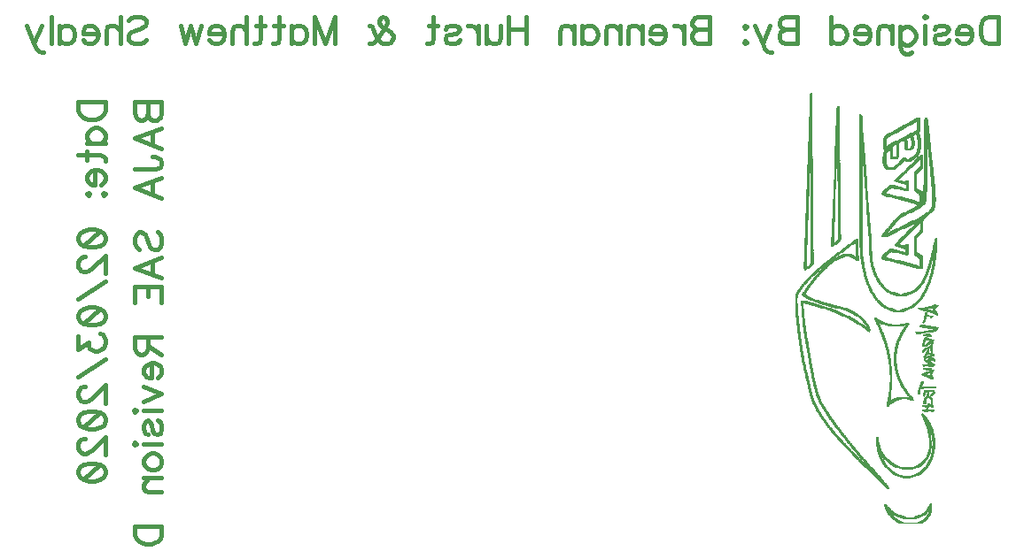
<source format=gbr>
G04 DipTrace 3.3.1.3*
G04 BottomSilk.gbr*
%MOMM*%
G04 #@! TF.FileFunction,Legend,Bot*
G04 #@! TF.Part,Single*
%ADD12C,0.0762*%
%ADD48C,0.39216*%
%FSLAX35Y35*%
G04*
G71*
G90*
G75*
G01*
G04 BotSilk*
%LPD*%
X8839393Y5788807D2*
D12*
X8854633D1*
X8836788Y5781187D2*
X8854633D1*
X8834520Y5773567D2*
X8854633D1*
X8833076Y5765947D2*
X8854633D1*
X8832329Y5758327D2*
X8854633D1*
X8831993Y5750707D2*
X8854633D1*
X8831855Y5743087D2*
X8854633D1*
X8831802Y5735467D2*
X8854633D1*
X8831783Y5727847D2*
X8854633D1*
X8831777Y5720227D2*
X8854633D1*
X8831774Y5712607D2*
X8854633D1*
X8831774Y5704987D2*
X8854633D1*
X8831773Y5697367D2*
X8854633D1*
X8831773Y5689747D2*
X8854633D1*
X8831773Y5682127D2*
X8854633D1*
X8831773Y5674507D2*
X8854633D1*
X8831773Y5666887D2*
X8854633D1*
X9098473D2*
X9113713D1*
X8831773Y5659267D2*
X8854633D1*
X9094956D2*
X9113713D1*
X8831773Y5651647D2*
X8854633D1*
X9092767D2*
X9113713D1*
X8831773Y5644027D2*
X8854633D1*
X9091660D2*
X9113713D1*
X8831773Y5636407D2*
X8854633D1*
X9091169D2*
X9113713D1*
X8831773Y5628787D2*
X8854633D1*
X9090970D2*
X9113713D1*
X8831773Y5621167D2*
X8854633D1*
X9090895D2*
X9113713D1*
X8831773Y5613547D2*
X8854633D1*
X9090867D2*
X9113713D1*
X8831773Y5605927D2*
X8854633D1*
X9090858D2*
X9113713D1*
X8831773Y5598307D2*
X8854633D1*
X9090855D2*
X9113713D1*
X8831773Y5590687D2*
X8854633D1*
X9090854D2*
X9113713D1*
X9311833D2*
X9319453D1*
X8831773Y5583067D2*
X8854633D1*
X9090853D2*
X9113713D1*
X9311833D2*
X9326488D1*
X8831744Y5575447D2*
X8854633D1*
X9090853D2*
X9113713D1*
X9311833D2*
X9331698D1*
X8831476Y5567827D2*
X8854633D1*
X9090853D2*
X9113713D1*
X9311833D2*
X9333288D1*
X8830505Y5560207D2*
X8854633D1*
X9090853D2*
X9113713D1*
X9311833D2*
X9334115D1*
X8828680Y5552587D2*
X8854633D1*
X9090853D2*
X9113713D1*
X9311833D2*
X9334473D1*
X9852853D2*
X9883333D1*
X9936673D2*
X9951913D1*
X8826726Y5544967D2*
X8854633D1*
X9090853D2*
X9113713D1*
X9311833D2*
X9334614D1*
X9841131D2*
X9883333D1*
X9933156D2*
X9955431D1*
X8825397Y5537347D2*
X8854633D1*
X9090853D2*
X9113713D1*
X9311833D2*
X9334666D1*
X9828079D2*
X9883333D1*
X9930967D2*
X9957619D1*
X8824690Y5529727D2*
X8854633D1*
X9090853D2*
X9113713D1*
X9311833D2*
X9334684D1*
X9813977D2*
X9883333D1*
X9929860D2*
X9958727D1*
X8824367Y5522107D2*
X8854633D1*
X9090853D2*
X9113713D1*
X9311833D2*
X9334690D1*
X9799496D2*
X9883333D1*
X9929369D2*
X9959218D1*
X8824233Y5514487D2*
X8854633D1*
X9090824D2*
X9113713D1*
X9311833D2*
X9334692D1*
X9785426D2*
X9837904D1*
X9860473D2*
X9883333D1*
X9929170D2*
X9959447D1*
X8824182Y5506867D2*
X8854633D1*
X9090556D2*
X9113713D1*
X9311833D2*
X9334693D1*
X9772086D2*
X9823640D1*
X9860473D2*
X9883333D1*
X9929095D2*
X9959790D1*
X8824163Y5499247D2*
X8854633D1*
X9089585D2*
X9113713D1*
X9311833D2*
X9334693D1*
X9758827D2*
X9810227D1*
X9860473D2*
X9883333D1*
X9929067D2*
X9960788D1*
X8824157Y5491627D2*
X8854633D1*
X9087760D2*
X9113713D1*
X9311833D2*
X9334693D1*
X9744955D2*
X9796941D1*
X9860473D2*
X9883333D1*
X9929058D2*
X9962622D1*
X8824154Y5484007D2*
X8854633D1*
X9085806D2*
X9113713D1*
X9311833D2*
X9334693D1*
X9730693D2*
X9783060D1*
X9860473D2*
X9883333D1*
X9929055D2*
X9964579D1*
X8824154Y5476387D2*
X8854633D1*
X9084477D2*
X9113713D1*
X9311833D2*
X9334693D1*
X9716748D2*
X9768794D1*
X9860473D2*
X9883333D1*
X9929054D2*
X9965909D1*
X8824153Y5468767D2*
X8854633D1*
X9083770D2*
X9113713D1*
X9311833D2*
X9334693D1*
X9703467D2*
X9754848D1*
X9860473D2*
X9883333D1*
X9929053D2*
X9966616D1*
X8824153Y5461147D2*
X8854633D1*
X9083447D2*
X9113713D1*
X9311833D2*
X9334693D1*
X9690232D2*
X9741567D1*
X9860414D2*
X9883333D1*
X9929053D2*
X9966940D1*
X8824153Y5453527D2*
X8854633D1*
X9083313D2*
X9113713D1*
X9311833D2*
X9334693D1*
X9676370D2*
X9728332D1*
X9859818D2*
X9883333D1*
X9929053D2*
X9967073D1*
X8824153Y5445907D2*
X8854633D1*
X9083262D2*
X9113713D1*
X9311833D2*
X9334723D1*
X9662111D2*
X9714470D1*
X9858390D2*
X9883274D1*
X9929053D2*
X9967155D1*
X8824153Y5438287D2*
X8854633D1*
X9083243D2*
X9113713D1*
X9311833D2*
X9334991D1*
X9648167D2*
X9700211D1*
X9851371D2*
X9882693D1*
X9929053D2*
X9967441D1*
X8824153Y5430667D2*
X8854633D1*
X9083237D2*
X9113713D1*
X9311833D2*
X9335962D1*
X9634887D2*
X9686267D1*
X9841098D2*
X9881309D1*
X9929053D2*
X9968419D1*
X8824153Y5423047D2*
X8854633D1*
X9083234D2*
X9113713D1*
X9311833D2*
X9337787D1*
X9621652D2*
X9672987D1*
X9828531D2*
X9875371D1*
X9929053D2*
X9970246D1*
X8824153Y5415427D2*
X8854633D1*
X9083234D2*
X9113713D1*
X9311833D2*
X9339741D1*
X9607760D2*
X9659752D1*
X9815085D2*
X9868093D1*
X9929053D2*
X9972200D1*
X8824153Y5407807D2*
X8854633D1*
X9083233D2*
X9113713D1*
X9311833D2*
X9341070D1*
X9593263D2*
X9645860D1*
X9801390D2*
X9874216D1*
X9929053D2*
X9973530D1*
X8824153Y5400187D2*
X8854633D1*
X9083233D2*
X9113713D1*
X9311833D2*
X9341776D1*
X9578676D2*
X9631363D1*
X9787410D2*
X9878702D1*
X9929053D2*
X9974236D1*
X8824153Y5392567D2*
X8854633D1*
X9083233D2*
X9113713D1*
X9311833D2*
X9342100D1*
X9565137D2*
X9616716D1*
X9773427D2*
X9829993D1*
X9851356D2*
X9881522D1*
X9929053D2*
X9974560D1*
X8824153Y5384947D2*
X8854633D1*
X9083233D2*
X9113713D1*
X9311833D2*
X9342233D1*
X9554311D2*
X9602641D1*
X9759538D2*
X9814753D1*
X9855812D2*
X9883731D1*
X9929053D2*
X9974693D1*
X8824153Y5377327D2*
X8854633D1*
X9083233D2*
X9113713D1*
X9311833D2*
X9342285D1*
X9545999D2*
X9589873D1*
X9745250D2*
X9820876D1*
X9858394D2*
X9886091D1*
X9929053D2*
X9974775D1*
X8824153Y5369707D2*
X8854633D1*
X9083233D2*
X9113713D1*
X9311833D2*
X9342303D1*
X9543113D2*
X9579143D1*
X9730529D2*
X9784273D1*
X9799543D2*
X9825332D1*
X9859899D2*
X9888258D1*
X9929053D2*
X9975061D1*
X8824153Y5362087D2*
X8854633D1*
X9083233D2*
X9113713D1*
X9311833D2*
X9342310D1*
X9541566D2*
X9570231D1*
X9715531D2*
X9769033D1*
X9799811D2*
X9827884D1*
X9861406D2*
X9889667D1*
X9929053D2*
X9976039D1*
X8824153Y5354467D2*
X8854633D1*
X9083233D2*
X9113713D1*
X9311833D2*
X9342312D1*
X9540874D2*
X9566691D1*
X9700392D2*
X9753793D1*
X9800782D2*
X9829122D1*
X9863444D2*
X9890402D1*
X9929053D2*
X9977866D1*
X8824124Y5346847D2*
X8854633D1*
X9083233D2*
X9113713D1*
X9311833D2*
X9342343D1*
X9540595D2*
X9564752D1*
X9685191D2*
X9759916D1*
X9802607D2*
X9829657D1*
X9865478D2*
X9890735D1*
X9929053D2*
X9979820D1*
X8823856Y5339227D2*
X8854633D1*
X9083233D2*
X9113713D1*
X9311833D2*
X9342611D1*
X9540490D2*
X9563868D1*
X9669966D2*
X9723373D1*
X9745883D2*
X9764372D1*
X9804561D2*
X9829870D1*
X9866835D2*
X9890872D1*
X9929053D2*
X9981150D1*
X8822885Y5331607D2*
X8854633D1*
X9083204D2*
X9113713D1*
X9311833D2*
X9343582D1*
X9540453D2*
X9563507D1*
X9654731D2*
X9708758D1*
X9744906D2*
X9766924D1*
X9805890D2*
X9829950D1*
X9867552D2*
X9890924D1*
X9929053D2*
X9981856D1*
X8821060Y5323987D2*
X8854633D1*
X9082936D2*
X9113713D1*
X9311833D2*
X9345407D1*
X9540440D2*
X9563369D1*
X9639492D2*
X9696323D1*
X9743080D2*
X9768162D1*
X9806596D2*
X9829979D1*
X9867878D2*
X9890943D1*
X9929053D2*
X9982180D1*
X8819106Y5316367D2*
X8854633D1*
X9081965D2*
X9113713D1*
X9311833D2*
X9347361D1*
X9540435D2*
X9563319D1*
X9624253D2*
X9686463D1*
X9741126D2*
X9768697D1*
X9806920D2*
X9829988D1*
X9868013D2*
X9890950D1*
X9929053D2*
X9982313D1*
X8817777Y5308747D2*
X8854633D1*
X9080140D2*
X9113713D1*
X9311833D2*
X9348690D1*
X9540434D2*
X9563302D1*
X9609013D2*
X9683718D1*
X9739797D2*
X9768910D1*
X9807024D2*
X9829992D1*
X9868065D2*
X9890952D1*
X9929053D2*
X9982395D1*
X8817070Y5301127D2*
X8854633D1*
X9078186D2*
X9113713D1*
X9311833D2*
X9349396D1*
X9540434D2*
X9563296D1*
X9593773D2*
X9647783D1*
X9662353D2*
X9684088D1*
X9739090D2*
X9768990D1*
X9806777D2*
X9829993D1*
X9868083D2*
X9890953D1*
X9929053D2*
X9982681D1*
X8816747Y5293507D2*
X8854633D1*
X9076857D2*
X9113713D1*
X9311833D2*
X9349720D1*
X9540433D2*
X9563293D1*
X9578533D2*
X9635360D1*
X9662353D2*
X9684569D1*
X9738767D2*
X9769019D1*
X9805529D2*
X9829963D1*
X9868090D2*
X9890953D1*
X9929053D2*
X9983659D1*
X8816613Y5285887D2*
X8854633D1*
X9076150D2*
X9113713D1*
X9311833D2*
X9349853D1*
X9540433D2*
X9625503D1*
X9662353D2*
X9684904D1*
X9738663D2*
X9769028D1*
X9802469D2*
X9829666D1*
X9868062D2*
X9890953D1*
X9929053D2*
X9985486D1*
X8816562Y5278267D2*
X8854633D1*
X9075827D2*
X9113713D1*
X9311833D2*
X9349905D1*
X9540463D2*
X9622758D1*
X9662353D2*
X9685081D1*
X9738880D2*
X9769032D1*
X9797598D2*
X9828367D1*
X9867795D2*
X9890953D1*
X9929053D2*
X9987440D1*
X8816543Y5270647D2*
X8854633D1*
X9075693D2*
X9113713D1*
X9311833D2*
X9349923D1*
X9540753D2*
X9623128D1*
X9662353D2*
X9685162D1*
X9739838D2*
X9769033D1*
X9791893D2*
X9825901D1*
X9866824D2*
X9890924D1*
X9929053D2*
X9988770D1*
X8816537Y5263027D2*
X8854633D1*
X9075642D2*
X9113713D1*
X9311833D2*
X9349930D1*
X9541931D2*
X9623609D1*
X9662353D2*
X9685194D1*
X9741720D2*
X9818996D1*
X9865000D2*
X9890656D1*
X9929053D2*
X9989476D1*
X8816534Y5255407D2*
X8854633D1*
X9075623D2*
X9113713D1*
X9311833D2*
X9349962D1*
X9544536D2*
X9623944D1*
X9662353D2*
X9685207D1*
X9743986D2*
X9809902D1*
X9863016D2*
X9889685D1*
X9929053D2*
X9951913D1*
X9967153D2*
X9989800D1*
X8816534Y5247787D2*
X8854633D1*
X9075617D2*
X9113713D1*
X9311833D2*
X9350231D1*
X9548053D2*
X9624121D1*
X9662353D2*
X9685211D1*
X9746173D2*
X9799513D1*
X9861419D2*
X9887830D1*
X9929053D2*
X9951913D1*
X9967153D2*
X9989933D1*
X8816533Y5240167D2*
X8854633D1*
X9075614D2*
X9113713D1*
X9311833D2*
X9351202D1*
X9544536D2*
X9587971D1*
X9601393D2*
X9624202D1*
X9662353D2*
X9685213D1*
X9859712D2*
X9885608D1*
X9929053D2*
X9951913D1*
X9967153D2*
X9990015D1*
X8816533Y5232547D2*
X8854633D1*
X9075614D2*
X9113713D1*
X9311833D2*
X9353027D1*
X9542318D2*
X9577169D1*
X9601393D2*
X9624234D1*
X9662353D2*
X9685213D1*
X9857266D2*
X9883308D1*
X9929053D2*
X9951913D1*
X9967153D2*
X9990301D1*
X8816533Y5224927D2*
X8854633D1*
X9075613D2*
X9113713D1*
X9311833D2*
X9354981D1*
X9540942D2*
X9568861D1*
X9601393D2*
X9624247D1*
X9662353D2*
X9685213D1*
X9853910D2*
X9880747D1*
X9929053D2*
X9951913D1*
X9967153D2*
X9991279D1*
X8816533Y5217307D2*
X8854633D1*
X9075613D2*
X9113713D1*
X9311833D2*
X9356310D1*
X9539480D2*
X9565975D1*
X9601393D2*
X9624251D1*
X9662353D2*
X9685213D1*
X9849436D2*
X9878172D1*
X9929053D2*
X9951913D1*
X9967183D2*
X9993106D1*
X8816533Y5209687D2*
X8854663D1*
X9075613D2*
X9113713D1*
X9311833D2*
X9357016D1*
X9537456D2*
X9564427D1*
X9601393D2*
X9624253D1*
X9662353D2*
X9685213D1*
X9843663D2*
X9875441D1*
X9929053D2*
X9951913D1*
X9967451D2*
X9995060D1*
X8816533Y5202067D2*
X8854953D1*
X9075613D2*
X9113713D1*
X9311833D2*
X9357340D1*
X9535427D2*
X9563734D1*
X9601393D2*
X9624253D1*
X9662353D2*
X9685184D1*
X9836927D2*
X9871589D1*
X9890953D2*
X9913813D1*
X9929053D2*
X9951913D1*
X9968422D2*
X9996390D1*
X8816533Y5194447D2*
X8856131D1*
X9075613D2*
X9113713D1*
X9311833D2*
X9357473D1*
X9534071D2*
X9563455D1*
X9601423D2*
X9624253D1*
X9662353D2*
X9684886D1*
X9829410D2*
X9866199D1*
X9883333D2*
X9913813D1*
X9929053D2*
X9951913D1*
X9970247D2*
X9997096D1*
X8816533Y5186827D2*
X8858736D1*
X9075613D2*
X9113713D1*
X9311833D2*
X9357525D1*
X9533355D2*
X9563350D1*
X9601713D2*
X9624253D1*
X9662353D2*
X9683619D1*
X9820685D2*
X9859653D1*
X9875713D2*
X9913813D1*
X9929053D2*
X9951913D1*
X9972201D2*
X9997420D1*
X8816533Y5179207D2*
X8862253D1*
X9075613D2*
X9113743D1*
X9311833D2*
X9357543D1*
X9533029D2*
X9563313D1*
X9602891D2*
X9680552D1*
X9810059D2*
X9852219D1*
X9868093D2*
X9913813D1*
X9929053D2*
X9951913D1*
X9973530D2*
X9997553D1*
X8816533Y5171587D2*
X8854633D1*
X9075613D2*
X9114033D1*
X9311833D2*
X9357550D1*
X9532894D2*
X9563300D1*
X9605496D2*
X9675679D1*
X9723313D2*
X9738553D1*
X9797588D2*
X9843524D1*
X9860473D2*
X9913813D1*
X9929053D2*
X9951913D1*
X9974236D2*
X9997635D1*
X8816533Y5163967D2*
X8858151D1*
X9075613D2*
X9115211D1*
X9311833D2*
X9357552D1*
X9532842D2*
X9563295D1*
X9609013D2*
X9669973D1*
X9714781D2*
X9753793D1*
X9784273D2*
X9832884D1*
X9852853D2*
X9913813D1*
X9929053D2*
X9951913D1*
X9974560D2*
X9997921D1*
X8816533Y5156347D2*
X8860339D1*
X9075613D2*
X9117816D1*
X9311833D2*
X9357583D1*
X9532823D2*
X9563294D1*
X9707270D2*
X9820251D1*
X9845233D2*
X9913813D1*
X9929053D2*
X9951913D1*
X9974693D2*
X9998899D1*
X8816533Y5148727D2*
X8861447D1*
X9075584D2*
X9121333D1*
X9311833D2*
X9357851D1*
X9532817D2*
X9563294D1*
X9700255D2*
X9806322D1*
X9837613D2*
X9875713D1*
X9890953D2*
X9913813D1*
X9929053D2*
X9951913D1*
X9974775D2*
X10000726D1*
X8816533Y5141107D2*
X8861938D1*
X9075316D2*
X9113713D1*
X9311833D2*
X9358822D1*
X9532814D2*
X9563293D1*
X9693861D2*
X9730933D1*
X9746173D2*
X9791893D1*
X9829993D2*
X9868093D1*
X9890953D2*
X9913813D1*
X9929053D2*
X9951913D1*
X9975061D2*
X10002680D1*
X8816533Y5133487D2*
X8862137D1*
X9074345D2*
X9117231D1*
X9311833D2*
X9360647D1*
X9532843D2*
X9563293D1*
X9688204D2*
X9723313D1*
X9822373D2*
X9860473D1*
X9890953D2*
X9913813D1*
X9929053D2*
X9951913D1*
X9976039D2*
X10004010D1*
X8816504Y5125867D2*
X8862212D1*
X9072520D2*
X9119419D1*
X9311833D2*
X9362601D1*
X9533111D2*
X9563323D1*
X9682570D2*
X9715693D1*
X9814753D2*
X9852853D1*
X9890953D2*
X9913813D1*
X9929053D2*
X9951913D1*
X9977866D2*
X10004716D1*
X8816236Y5118247D2*
X8862239D1*
X9070566D2*
X9120527D1*
X9311833D2*
X9363930D1*
X9534082D2*
X9563621D1*
X9676037D2*
X9708073D1*
X9807133D2*
X9845233D1*
X9890953D2*
X9913813D1*
X9929053D2*
X9951913D1*
X9979820D2*
X10005040D1*
X8815265Y5110627D2*
X8862249D1*
X9069237D2*
X9121018D1*
X9311833D2*
X9364636D1*
X9535937D2*
X9564888D1*
X9668157D2*
X9700453D1*
X9799513D2*
X9837613D1*
X9890924D2*
X9913813D1*
X9929053D2*
X9951913D1*
X9981150D2*
X10005173D1*
X8813440Y5103007D2*
X8862252D1*
X9068530D2*
X9121217D1*
X9311833D2*
X9364960D1*
X9538188D2*
X9567954D1*
X9658975D2*
X9692833D1*
X9791893D2*
X9829964D1*
X9890626D2*
X9913813D1*
X9929053D2*
X9951913D1*
X9981856D2*
X10005255D1*
X8811486Y5095387D2*
X8862253D1*
X9068207D2*
X9121292D1*
X9311833D2*
X9365093D1*
X9540786D2*
X9572827D1*
X9649226D2*
X9685184D1*
X9784273D2*
X9822076D1*
X9889327D2*
X9913784D1*
X9929053D2*
X9951913D1*
X9982180D2*
X10005541D1*
X8810157Y5087767D2*
X8862253D1*
X9068073D2*
X9121319D1*
X9311833D2*
X9334693D1*
X9349933D2*
X9365145D1*
X9544586D2*
X9578533D1*
X9639493D2*
X9677273D1*
X9776653D2*
X9813485D1*
X9886861D2*
X9913456D1*
X9929053D2*
X9951913D1*
X9982313D2*
X10006519D1*
X8809450Y5080147D2*
X8862253D1*
X9068022D2*
X9121329D1*
X9311833D2*
X9334693D1*
X9349933D2*
X9365163D1*
X9549949D2*
X9668476D1*
X9769033D2*
X9804040D1*
X9880171D2*
X9912652D1*
X9929053D2*
X9951913D1*
X9982395D2*
X10008346D1*
X8809127Y5072527D2*
X8862253D1*
X9068003D2*
X9121332D1*
X9311833D2*
X9334693D1*
X9349933D2*
X9365170D1*
X9556405D2*
X9658251D1*
X9761413D2*
X9794466D1*
X9871772D2*
X9908038D1*
X9929053D2*
X9951913D1*
X9982681D2*
X10010300D1*
X8808993Y5064907D2*
X8862253D1*
X9067997D2*
X9083233D1*
X9098473D2*
X9121333D1*
X9311833D2*
X9334693D1*
X9349933D2*
X9365172D1*
X9563293D2*
X9647113D1*
X9753793D2*
X9785517D1*
X9862455D2*
X9901028D1*
X9929053D2*
X9951913D1*
X9983659D2*
X10011630D1*
X8808942Y5057287D2*
X8862253D1*
X9067994D2*
X9083233D1*
X9098473D2*
X9121333D1*
X9311833D2*
X9334693D1*
X9349933D2*
X9365203D1*
X9746173D2*
X9777190D1*
X9853036D2*
X9892634D1*
X9929053D2*
X9951913D1*
X9985486D2*
X10012336D1*
X8808923Y5049667D2*
X8862253D1*
X9067994D2*
X9083233D1*
X9098473D2*
X9121333D1*
X9311833D2*
X9334693D1*
X9349933D2*
X9365471D1*
X9738553D2*
X9769247D1*
X9844230D2*
X9883975D1*
X9929053D2*
X9951913D1*
X9987440D2*
X10012660D1*
X8808917Y5042047D2*
X8862253D1*
X9067993D2*
X9083233D1*
X9098473D2*
X9121333D1*
X9311833D2*
X9334693D1*
X9349933D2*
X9366442D1*
X9730904D2*
X9761493D1*
X9836474D2*
X9875186D1*
X9929053D2*
X9951913D1*
X9988770D2*
X10012793D1*
X8808914Y5034427D2*
X8862253D1*
X9067993D2*
X9083233D1*
X9098473D2*
X9121333D1*
X9311833D2*
X9334693D1*
X9349933D2*
X9368267D1*
X9723016D2*
X9753822D1*
X9833184D2*
X9866766D1*
X9929053D2*
X9951913D1*
X9989476D2*
X10012845D1*
X8808914Y5026807D2*
X8824153D1*
X8839393D2*
X8862253D1*
X9067993D2*
X9083233D1*
X9098473D2*
X9121333D1*
X9311833D2*
X9334693D1*
X9349963D2*
X9370221D1*
X9714425D2*
X9746183D1*
X9831370D2*
X9859244D1*
X9929053D2*
X9951913D1*
X9989800D2*
X10012893D1*
X8808913Y5019187D2*
X8824153D1*
X8839393D2*
X8862253D1*
X9067993D2*
X9083233D1*
X9098473D2*
X9121333D1*
X9311833D2*
X9334693D1*
X9350231D2*
X9371550D1*
X9704980D2*
X9738557D1*
X9830538D2*
X9856004D1*
X9929053D2*
X9951913D1*
X9989933D2*
X10013168D1*
X8808913Y5011567D2*
X8824153D1*
X8839393D2*
X8862253D1*
X9067993D2*
X9083233D1*
X9098473D2*
X9121333D1*
X9311833D2*
X9334693D1*
X9351202D2*
X9372256D1*
X9695406D2*
X9730934D1*
X9830196D2*
X9854214D1*
X9929053D2*
X9951913D1*
X9989985D2*
X10014141D1*
X8808913Y5003947D2*
X8824153D1*
X8839393D2*
X8862253D1*
X9067993D2*
X9083233D1*
X9098473D2*
X9121333D1*
X9311833D2*
X9334693D1*
X9353027D2*
X9372580D1*
X9686457D2*
X9723314D1*
X9830065D2*
X9853392D1*
X9929053D2*
X9951913D1*
X9990033D2*
X10015967D1*
X8808913Y4996327D2*
X8824153D1*
X8839393D2*
X8862253D1*
X9067993D2*
X9083233D1*
X9098473D2*
X9121333D1*
X9311833D2*
X9334693D1*
X9354981D2*
X9372713D1*
X9678130D2*
X9715693D1*
X9830018D2*
X9853054D1*
X9929053D2*
X9951913D1*
X9990308D2*
X10017921D1*
X8808913Y4988707D2*
X8824153D1*
X8839393D2*
X8862253D1*
X9067993D2*
X9083233D1*
X9098473D2*
X9121333D1*
X9311833D2*
X9334693D1*
X9356310D2*
X9372765D1*
X9670187D2*
X9708073D1*
X9830002D2*
X9852925D1*
X9929053D2*
X9951913D1*
X9991281D2*
X10019250D1*
X8808913Y4981087D2*
X8824153D1*
X8839393D2*
X8862253D1*
X9067993D2*
X9083233D1*
X9098503D2*
X9121333D1*
X9311833D2*
X9334693D1*
X9357016D2*
X9372783D1*
X9662463D2*
X9700453D1*
X9829996D2*
X9852878D1*
X9929053D2*
X9951913D1*
X9993107D2*
X10019956D1*
X8808913Y4973467D2*
X8824153D1*
X8839393D2*
X8862253D1*
X9067964D2*
X9083233D1*
X9098771D2*
X9121333D1*
X9311833D2*
X9334693D1*
X9357340D2*
X9372790D1*
X9655119D2*
X9692833D1*
X9829994D2*
X9852861D1*
X9929053D2*
X9951913D1*
X9995061D2*
X10020280D1*
X8808913Y4965847D2*
X8824153D1*
X8839423D2*
X8862253D1*
X9067696D2*
X9083233D1*
X9099742D2*
X9121333D1*
X9311833D2*
X9334693D1*
X9357473D2*
X9372792D1*
X9648686D2*
X9685213D1*
X9829994D2*
X9852856D1*
X9929053D2*
X9951913D1*
X9996390D2*
X10020413D1*
X8808913Y4958227D2*
X8824153D1*
X8839691D2*
X8862253D1*
X9066725D2*
X9083233D1*
X9101567D2*
X9121333D1*
X9311833D2*
X9334693D1*
X9357525D2*
X9372823D1*
X9643066D2*
X9677593D1*
X9753793D2*
X9776653D1*
X9829993D2*
X9852854D1*
X9929053D2*
X9951913D1*
X9997096D2*
X10020465D1*
X8808913Y4950607D2*
X8824153D1*
X8840662D2*
X8862253D1*
X9064900D2*
X9083233D1*
X9103521D2*
X9121333D1*
X9311833D2*
X9334693D1*
X9357543D2*
X9373091D1*
X9646965D2*
X9715693D1*
X9746173D2*
X9776653D1*
X9829993D2*
X9852854D1*
X9929024D2*
X9951913D1*
X9997420D2*
X10020513D1*
X8808913Y4942987D2*
X8824153D1*
X8842487D2*
X8862253D1*
X9062946D2*
X9083233D1*
X9104850D2*
X9121333D1*
X9311833D2*
X9334693D1*
X9357550D2*
X9374062D1*
X9662130D2*
X9776653D1*
X9829993D2*
X9852853D1*
X9928756D2*
X9951913D1*
X9997553D2*
X10020788D1*
X8808913Y4935367D2*
X8824153D1*
X8844441D2*
X8862253D1*
X9061617D2*
X9083233D1*
X9105556D2*
X9121333D1*
X9311833D2*
X9334693D1*
X9357552D2*
X9375887D1*
X9685989D2*
X9776653D1*
X9829993D2*
X9852853D1*
X9927785D2*
X9951913D1*
X9997605D2*
X10021761D1*
X8808913Y4927747D2*
X8824153D1*
X8845770D2*
X8862253D1*
X9060910D2*
X9083233D1*
X9105880D2*
X9121333D1*
X9311833D2*
X9334693D1*
X9357583D2*
X9377841D1*
X9717988D2*
X9776653D1*
X9829993D2*
X9852853D1*
X9925960D2*
X9951913D1*
X9997623D2*
X10023587D1*
X8808913Y4920127D2*
X8824153D1*
X8846476D2*
X8862253D1*
X9060587D2*
X9083204D1*
X9106013D2*
X9121333D1*
X9311833D2*
X9334693D1*
X9357851D2*
X9379170D1*
X9753793D2*
X9776653D1*
X9829993D2*
X9852853D1*
X9924006D2*
X9951913D1*
X9997660D2*
X10025541D1*
X8808913Y4912507D2*
X8824153D1*
X8846800D2*
X8862253D1*
X9060453D2*
X9082936D1*
X9106065D2*
X9121333D1*
X9311833D2*
X9334693D1*
X9358822D2*
X9379876D1*
X9593773D2*
X9631873D1*
X9753793D2*
X9776653D1*
X9829993D2*
X9852853D1*
X9922677D2*
X9951913D1*
X9997930D2*
X10026870D1*
X8808913Y4904887D2*
X8824153D1*
X8846933D2*
X8862253D1*
X9060402D2*
X9081965D1*
X9106083D2*
X9121333D1*
X9311833D2*
X9334693D1*
X9360647D2*
X9380200D1*
X9586153D2*
X9661080D1*
X9753793D2*
X9776653D1*
X9829993D2*
X9852853D1*
X9921970D2*
X9951913D1*
X9998902D2*
X10027576D1*
X8808884Y4897267D2*
X8824153D1*
X8846985D2*
X8862253D1*
X9060383D2*
X9080140D1*
X9106090D2*
X9121333D1*
X9311833D2*
X9334693D1*
X9362601D2*
X9380333D1*
X9578533D2*
X9691644D1*
X9753793D2*
X9776653D1*
X9829993D2*
X9852853D1*
X9921647D2*
X9951913D1*
X10000727D2*
X10027900D1*
X8808616Y4889647D2*
X8824153D1*
X8847003D2*
X8862253D1*
X9060377D2*
X9078186D1*
X9106092D2*
X9121333D1*
X9311833D2*
X9334693D1*
X9363930D2*
X9380385D1*
X9570913D2*
X9609013D1*
X9624253D2*
X9723313D1*
X9753793D2*
X9776653D1*
X9829993D2*
X9852972D1*
X9921513D2*
X9951913D1*
X10002681D2*
X10028033D1*
X8807645Y4882027D2*
X8824153D1*
X8847010D2*
X8862253D1*
X9060374D2*
X9076857D1*
X9106093D2*
X9121333D1*
X9311833D2*
X9334693D1*
X9364636D2*
X9380403D1*
X9563293D2*
X9601393D1*
X9654733D2*
X9776653D1*
X9829993D2*
X9853330D1*
X9921462D2*
X9951913D1*
X10004010D2*
X10028085D1*
X8805820Y4874407D2*
X8824153D1*
X8847012D2*
X8862253D1*
X9060374D2*
X9076150D1*
X9106093D2*
X9121333D1*
X9311833D2*
X9334693D1*
X9364960D2*
X9380410D1*
X9555673D2*
X9593773D1*
X9685213D2*
X9776653D1*
X9830053D2*
X9856901D1*
X9921443D2*
X9951884D1*
X10004716D2*
X10028103D1*
X8803866Y4866787D2*
X8824153D1*
X8847013D2*
X8862253D1*
X9060373D2*
X9075827D1*
X9106093D2*
X9121333D1*
X9311833D2*
X9334693D1*
X9365093D2*
X9380442D1*
X9548053D2*
X9586153D1*
X9715693D2*
X9776653D1*
X9830708D2*
X9869498D1*
X9921437D2*
X9951616D1*
X10005040D2*
X10028110D1*
X8802537Y4859167D2*
X8824153D1*
X8847013D2*
X8862253D1*
X9060373D2*
X9075693D1*
X9106093D2*
X9121333D1*
X9311833D2*
X9334693D1*
X9365145D2*
X9380711D1*
X9540463D2*
X9578533D1*
X9746173D2*
X9776653D1*
X9832315D2*
X9886761D1*
X9921434D2*
X9950645D1*
X10005173D2*
X10028112D1*
X8801830Y4851547D2*
X8824153D1*
X8847013D2*
X8862253D1*
X9060373D2*
X9075642D1*
X9106093D2*
X9121333D1*
X9311833D2*
X9334693D1*
X9365163D2*
X9381682D1*
X9533141D2*
X9570913D1*
X9841195D2*
X9906193D1*
X9921433D2*
X9948820D1*
X10005225D2*
X10028113D1*
X8801507Y4843927D2*
X8824153D1*
X8847013D2*
X8862253D1*
X9060373D2*
X9075623D1*
X9106093D2*
X9121333D1*
X9311833D2*
X9334693D1*
X9365170D2*
X9383507D1*
X9526879D2*
X9563293D1*
X9853642D2*
X9946866D1*
X10005243D2*
X10028113D1*
X8801373Y4836307D2*
X8824153D1*
X8847013D2*
X8862253D1*
X9060373D2*
X9075617D1*
X9106093D2*
X9121333D1*
X9311833D2*
X9334693D1*
X9365172D2*
X9385461D1*
X9521904D2*
X9555673D1*
X9866008D2*
X9945537D1*
X10005250D2*
X10028113D1*
X8801322Y4828687D2*
X8824124D1*
X8847013D2*
X8862253D1*
X9060373D2*
X9075614D1*
X9106093D2*
X9121333D1*
X9311833D2*
X9334693D1*
X9365203D2*
X9386790D1*
X9520044D2*
X9582636D1*
X9876153D2*
X9944830D1*
X10005252D2*
X10028113D1*
X8801303Y4821067D2*
X8823856D1*
X8847013D2*
X8862253D1*
X9060373D2*
X9075614D1*
X9106093D2*
X9121333D1*
X9311833D2*
X9334693D1*
X9365471D2*
X9387496D1*
X9532589D2*
X9610927D1*
X9879875D2*
X9944507D1*
X10005253D2*
X10028143D1*
X8801297Y4813447D2*
X8822885D1*
X8847013D2*
X8862253D1*
X9060373D2*
X9075613D1*
X9106093D2*
X9121333D1*
X9311833D2*
X9334693D1*
X9366442D2*
X9387820D1*
X9551348D2*
X9640300D1*
X9881872D2*
X9944373D1*
X10005253D2*
X10028411D1*
X8801294Y4805827D2*
X8821060D1*
X8847013D2*
X8862253D1*
X9060373D2*
X9075613D1*
X9106093D2*
X9121333D1*
X9311833D2*
X9334693D1*
X9368267D2*
X9387953D1*
X9575639D2*
X9670289D1*
X9882765D2*
X9944322D1*
X10005253D2*
X10029382D1*
X8801294Y4798207D2*
X8819106D1*
X8847013D2*
X8862253D1*
X9060373D2*
X9075613D1*
X9106093D2*
X9121333D1*
X9311833D2*
X9334693D1*
X9370221D2*
X9388005D1*
X9603282D2*
X9700570D1*
X9883125D2*
X9944303D1*
X10005253D2*
X10031207D1*
X8801293Y4790587D2*
X8817777D1*
X8847013D2*
X8862253D1*
X9060344D2*
X9075613D1*
X9106093D2*
X9121333D1*
X9311833D2*
X9334693D1*
X9371550D2*
X9388023D1*
X9632584D2*
X9730975D1*
X9883260D2*
X9944297D1*
X10005253D2*
X10033161D1*
X8801293Y4782967D2*
X8817070D1*
X8847013D2*
X8862253D1*
X9060076D2*
X9075613D1*
X9106093D2*
X9121333D1*
X9311833D2*
X9334693D1*
X9372256D2*
X9388030D1*
X9662608D2*
X9761427D1*
X9883309D2*
X9944265D1*
X10005253D2*
X10034490D1*
X8801293Y4775347D2*
X8816747D1*
X8847013D2*
X8862253D1*
X9059105D2*
X9075613D1*
X9106093D2*
X9121333D1*
X9311833D2*
X9334693D1*
X9372580D2*
X9388032D1*
X9692921D2*
X9791898D1*
X9883325D2*
X9943996D1*
X10005253D2*
X10035167D1*
X8801293Y4767727D2*
X8816613D1*
X8847013D2*
X8862253D1*
X9057280D2*
X9075613D1*
X9106093D2*
X9121333D1*
X9311833D2*
X9334693D1*
X9372713D2*
X9388063D1*
X9723343D2*
X9822375D1*
X9883331D2*
X9943025D1*
X10005253D2*
X10035222D1*
X8801293Y4760107D2*
X8816562D1*
X8847013D2*
X8862253D1*
X9055326D2*
X9075613D1*
X9106093D2*
X9121333D1*
X9311833D2*
X9334693D1*
X9372765D2*
X9388331D1*
X9753803D2*
X9852853D1*
X9883333D2*
X9941170D1*
X10005253D2*
X10034385D1*
X8801293Y4752487D2*
X8816543D1*
X8847013D2*
X8862253D1*
X9053997D2*
X9075613D1*
X9106093D2*
X9121333D1*
X9311833D2*
X9334693D1*
X9372783D2*
X9389302D1*
X9784157D2*
X9938918D1*
X10005253D2*
X10032611D1*
X8801293Y4744867D2*
X8816537D1*
X8847013D2*
X8862253D1*
X9053290D2*
X9075613D1*
X9106093D2*
X9121333D1*
X9311833D2*
X9334693D1*
X9372790D2*
X9391127D1*
X9813474D2*
X9936350D1*
X10005253D2*
X10030676D1*
X8801293Y4737247D2*
X8816534D1*
X8847013D2*
X8862253D1*
X9052967D2*
X9075584D1*
X9106093D2*
X9121333D1*
X9311833D2*
X9334693D1*
X9372822D2*
X9393081D1*
X9839243D2*
X9932788D1*
X10005253D2*
X10029354D1*
X8801293Y4729627D2*
X8816534D1*
X8847013D2*
X8862253D1*
X9052833D2*
X9075316D1*
X9106093D2*
X9121333D1*
X9311833D2*
X9334693D1*
X9373091D2*
X9394410D1*
X9859303D2*
X9928091D1*
X10005224D2*
X10028649D1*
X8801293Y4722007D2*
X8816533D1*
X8847013D2*
X8862253D1*
X9052782D2*
X9074345D1*
X9106093D2*
X9121333D1*
X9311833D2*
X9334693D1*
X9374062D2*
X9395116D1*
X9875713D2*
X9922137D1*
X10004956D2*
X10028297D1*
X8801293Y4714387D2*
X8816533D1*
X8847013D2*
X8862253D1*
X9052763D2*
X9072520D1*
X9106093D2*
X9121333D1*
X9311833D2*
X9334693D1*
X9375887D2*
X9395440D1*
X9863991D2*
X9913862D1*
X10003955D2*
X10027896D1*
X8801293Y4706767D2*
X8816533D1*
X8847013D2*
X8862253D1*
X9052757D2*
X9070566D1*
X9106093D2*
X9121333D1*
X9311833D2*
X9334693D1*
X9377841D2*
X9395573D1*
X9850939D2*
X9902719D1*
X10001832D2*
X10026873D1*
X8801293Y4699147D2*
X8816533D1*
X8847013D2*
X8862253D1*
X9052754D2*
X9069237D1*
X9106093D2*
X9121333D1*
X9311833D2*
X9334693D1*
X9379170D2*
X9395625D1*
X9836807D2*
X9889503D1*
X9998610D2*
X10025000D1*
X8801293Y4691527D2*
X8816533D1*
X8847013D2*
X8862253D1*
X9052754D2*
X9068530D1*
X9106093D2*
X9121333D1*
X9311833D2*
X9334693D1*
X9379876D2*
X9395643D1*
X9822058D2*
X9875149D1*
X9994187D2*
X10022742D1*
X8801293Y4683907D2*
X8816533D1*
X8847013D2*
X8862253D1*
X9052753D2*
X9068207D1*
X9106093D2*
X9121333D1*
X9311833D2*
X9334693D1*
X9380200D2*
X9395650D1*
X9807017D2*
X9860266D1*
X9988433D2*
X10020142D1*
X8801293Y4676287D2*
X8816533D1*
X8847013D2*
X8862253D1*
X9052753D2*
X9068073D1*
X9106093D2*
X9121333D1*
X9311833D2*
X9334693D1*
X9380333D2*
X9395652D1*
X9791852D2*
X9845160D1*
X9981733D2*
X10016341D1*
X8801264Y4668667D2*
X8816533D1*
X8847013D2*
X8862253D1*
X9052753D2*
X9068022D1*
X9106093D2*
X9121333D1*
X9311833D2*
X9334693D1*
X9380385D2*
X9395683D1*
X9776639D2*
X9829968D1*
X9974487D2*
X10010970D1*
X8800996Y4661047D2*
X8816533D1*
X8847013D2*
X8862253D1*
X9052753D2*
X9068003D1*
X9106093D2*
X9121333D1*
X9311833D2*
X9334693D1*
X9380403D2*
X9395951D1*
X9761409D2*
X9814745D1*
X9966761D2*
X10004430D1*
X8800025Y4653427D2*
X8816533D1*
X8847013D2*
X8862253D1*
X9052753D2*
X9067997D1*
X9106093D2*
X9121333D1*
X9311833D2*
X9334693D1*
X9380410D2*
X9396922D1*
X9746172D2*
X9799511D1*
X9958231D2*
X9997027D1*
X8798200Y4645807D2*
X8816533D1*
X8847013D2*
X8862253D1*
X9052753D2*
X9067994D1*
X9106093D2*
X9121333D1*
X9311833D2*
X9334693D1*
X9380412D2*
X9398747D1*
X9730933D2*
X9784272D1*
X9948778D2*
X9988631D1*
X8796246Y4638187D2*
X8816533D1*
X8847013D2*
X8862253D1*
X9052753D2*
X9067994D1*
X9106093D2*
X9121333D1*
X9311833D2*
X9334693D1*
X9380443D2*
X9400701D1*
X9715753D2*
X9769033D1*
X9938915D2*
X9979260D1*
X8794917Y4630567D2*
X8816533D1*
X8847013D2*
X8862253D1*
X9052753D2*
X9067993D1*
X9106093D2*
X9121333D1*
X9311833D2*
X9334693D1*
X9380711D2*
X9402030D1*
X9701078D2*
X9753793D1*
X9928729D2*
X9969682D1*
X8794210Y4622947D2*
X8816533D1*
X8847013D2*
X8862253D1*
X9052753D2*
X9067993D1*
X9106093D2*
X9121333D1*
X9311833D2*
X9334693D1*
X9381682D2*
X9402736D1*
X9688078D2*
X9738583D1*
X9917578D2*
X9960475D1*
X8793887Y4615327D2*
X8816533D1*
X8847013D2*
X8862253D1*
X9052724D2*
X9067993D1*
X9106093D2*
X9121333D1*
X9311833D2*
X9334693D1*
X9383507D2*
X9403060D1*
X9677757D2*
X9723671D1*
X9905558D2*
X9951180D1*
X8793753Y4607707D2*
X8816533D1*
X8847013D2*
X8862253D1*
X9052456D2*
X9067993D1*
X9106093D2*
X9121333D1*
X9311833D2*
X9334693D1*
X9385461D2*
X9403193D1*
X9669518D2*
X9709967D1*
X9893253D2*
X9941443D1*
X8793702Y4600087D2*
X8816504D1*
X8847013D2*
X8862253D1*
X9051485D2*
X9067993D1*
X9106093D2*
X9121333D1*
X9311833D2*
X9334693D1*
X9386790D2*
X9403245D1*
X9661984D2*
X9698792D1*
X9880452D2*
X9932033D1*
X8793683Y4592467D2*
X8816236D1*
X8847013D2*
X8862253D1*
X9049660D2*
X9067993D1*
X9106093D2*
X9121333D1*
X9311833D2*
X9334693D1*
X9387496D2*
X9403263D1*
X9654563D2*
X9690425D1*
X9866707D2*
X9924302D1*
X8793677Y4584847D2*
X8815265D1*
X8847013D2*
X8862253D1*
X9047706D2*
X9067993D1*
X9106093D2*
X9121333D1*
X9311833D2*
X9334693D1*
X9387820D2*
X9403270D1*
X9647321D2*
X9683515D1*
X9851979D2*
X9918176D1*
X8793674Y4577227D2*
X8813440D1*
X8847013D2*
X8862253D1*
X9046377D2*
X9067993D1*
X9106093D2*
X9121333D1*
X9311833D2*
X9334693D1*
X9387953D2*
X9403302D1*
X9640725D2*
X9676687D1*
X9836117D2*
X9915929D1*
X8793674Y4569607D2*
X8811486D1*
X8847013D2*
X8862253D1*
X9045670D2*
X9067993D1*
X9106093D2*
X9121333D1*
X9311833D2*
X9334693D1*
X9388005D2*
X9403571D1*
X9634953D2*
X9669589D1*
X9819195D2*
X9914714D1*
X8793673Y4561987D2*
X8810157D1*
X8847013D2*
X8862253D1*
X9045347D2*
X9067964D1*
X9106093D2*
X9121333D1*
X9311833D2*
X9334693D1*
X9388023D2*
X9404542D1*
X9629296D2*
X9662481D1*
X9802056D2*
X9914166D1*
X8793673Y4554367D2*
X8809450D1*
X8847013D2*
X8862253D1*
X9045213D2*
X9067696D1*
X9106093D2*
X9121333D1*
X9311833D2*
X9334693D1*
X9388030D2*
X9406367D1*
X9623008D2*
X9655937D1*
X9785507D2*
X9913943D1*
X8793673Y4546747D2*
X8809127D1*
X8847013D2*
X8862253D1*
X9045162D2*
X9066725D1*
X9106093D2*
X9121333D1*
X9311833D2*
X9334693D1*
X9388032D2*
X9408321D1*
X9616126D2*
X9650183D1*
X9769567D2*
X9829993D1*
X9845233D2*
X9913859D1*
X8793673Y4539127D2*
X8808993D1*
X8847013D2*
X8862253D1*
X9045143D2*
X9064900D1*
X9106093D2*
X9121333D1*
X9311833D2*
X9334693D1*
X9388063D2*
X9409650D1*
X9609097D2*
X9644533D1*
X9754006D2*
X9814753D1*
X9837613D2*
X9875713D1*
X9890953D2*
X9913829D1*
X8793673Y4531507D2*
X8808942D1*
X8847013D2*
X8862253D1*
X9045137D2*
X9062946D1*
X9106093D2*
X9121333D1*
X9311833D2*
X9334693D1*
X9388331D2*
X9410356D1*
X9602582D2*
X9638247D1*
X9738633D2*
X9799484D1*
X9829993D2*
X9868093D1*
X9890953D2*
X9913818D1*
X8793673Y4523887D2*
X8808923D1*
X8847013D2*
X8862253D1*
X9045134D2*
X9061617D1*
X9106093D2*
X9121333D1*
X9311833D2*
X9334693D1*
X9389302D2*
X9410680D1*
X9596838D2*
X9631365D1*
X9723342D2*
X9783976D1*
X9822373D2*
X9860473D1*
X9890953D2*
X9913815D1*
X8793673Y4516267D2*
X8808917D1*
X8847013D2*
X8862253D1*
X9045134D2*
X9060910D1*
X9106093D2*
X9121333D1*
X9311833D2*
X9334693D1*
X9391127D2*
X9410813D1*
X9591191D2*
X9624337D1*
X9708083D2*
X9767765D1*
X9814753D2*
X9852853D1*
X9890953D2*
X9913814D1*
X8793673Y4508647D2*
X8808914D1*
X8847013D2*
X8862253D1*
X9045133D2*
X9060587D1*
X9106093D2*
X9121333D1*
X9311833D2*
X9334693D1*
X9393081D2*
X9410865D1*
X9584907D2*
X9617822D1*
X9692837D2*
X9750700D1*
X9807133D2*
X9845233D1*
X9890953D2*
X9913813D1*
X8793673Y4501027D2*
X8808914D1*
X8847013D2*
X8862253D1*
X9045133D2*
X9060453D1*
X9106093D2*
X9121333D1*
X9311833D2*
X9334693D1*
X9394410D2*
X9410883D1*
X9578025D2*
X9612078D1*
X9677594D2*
X9733506D1*
X9799513D2*
X9837613D1*
X9890924D2*
X9913813D1*
X8793673Y4493407D2*
X8808913D1*
X8847013D2*
X8862253D1*
X9045133D2*
X9060402D1*
X9106093D2*
X9121333D1*
X9311833D2*
X9334693D1*
X9395116D2*
X9410890D1*
X9570997D2*
X9606431D1*
X9662324D2*
X9716937D1*
X9791893D2*
X9829993D1*
X9890626D2*
X9913813D1*
X8793673Y4485787D2*
X8808913D1*
X8847013D2*
X8862253D1*
X9045133D2*
X9060383D1*
X9106093D2*
X9121333D1*
X9311833D2*
X9334693D1*
X9395440D2*
X9410892D1*
X9564482D2*
X9600147D1*
X9646793D2*
X9700990D1*
X9784273D2*
X9822373D1*
X9889357D2*
X9913784D1*
X8793673Y4478167D2*
X8808913D1*
X8847013D2*
X8862253D1*
X9045133D2*
X9060377D1*
X9106093D2*
X9121363D1*
X9311833D2*
X9334693D1*
X9395573D2*
X9410923D1*
X9558738D2*
X9593237D1*
X9630376D2*
X9685427D1*
X9776653D2*
X9814753D1*
X9886263D2*
X9913486D1*
X8793673Y4470547D2*
X8808913D1*
X8847013D2*
X8862253D1*
X9045133D2*
X9060374D1*
X9106093D2*
X9121631D1*
X9311833D2*
X9334693D1*
X9395625D2*
X9411191D1*
X9553091D2*
X9585954D1*
X9612531D2*
X9670053D1*
X9769033D2*
X9807133D1*
X9881186D2*
X9912217D1*
X8793673Y4462927D2*
X8808913D1*
X8847013D2*
X8862253D1*
X9045133D2*
X9060374D1*
X9106093D2*
X9122602D1*
X9311833D2*
X9334693D1*
X9395643D2*
X9412162D1*
X9546807D2*
X9578533D1*
X9593773D2*
X9654732D1*
X9761413D2*
X9799513D1*
X9874542D2*
X9909094D1*
X8793673Y4455307D2*
X8808913D1*
X8847013D2*
X8862253D1*
X9045133D2*
X9060373D1*
X9106093D2*
X9124427D1*
X9311833D2*
X9334693D1*
X9395650D2*
X9413987D1*
X9539925D2*
X9639206D1*
X9753793D2*
X9791893D1*
X9866488D2*
X9903778D1*
X8793673Y4447687D2*
X8808913D1*
X8847013D2*
X8862253D1*
X9045133D2*
X9060373D1*
X9106093D2*
X9126381D1*
X9311833D2*
X9334693D1*
X9395682D2*
X9415941D1*
X9532956D2*
X9622958D1*
X9746173D2*
X9784273D1*
X9857286D2*
X9896431D1*
X8793644Y4440067D2*
X8808913D1*
X8847013D2*
X8862253D1*
X9045133D2*
X9060373D1*
X9106093D2*
X9127710D1*
X9311833D2*
X9334693D1*
X9395951D2*
X9417270D1*
X9527028D2*
X9605599D1*
X9738553D2*
X9776653D1*
X9848090D2*
X9887523D1*
X8793376Y4432447D2*
X8808913D1*
X8847013D2*
X8862253D1*
X9045104D2*
X9060373D1*
X9106093D2*
X9128416D1*
X9311833D2*
X9334693D1*
X9396922D2*
X9417976D1*
X9522537D2*
X9587208D1*
X9730933D2*
X9769033D1*
X9840438D2*
X9878192D1*
X8792405Y4424827D2*
X8808913D1*
X8847013D2*
X8862253D1*
X9044836D2*
X9060373D1*
X9106093D2*
X9128740D1*
X9311833D2*
X9334693D1*
X9398747D2*
X9418300D1*
X9523289D2*
X9567918D1*
X9723313D2*
X9761413D1*
X9834349D2*
X9869621D1*
X8790580Y4417207D2*
X8808913D1*
X8847013D2*
X8862253D1*
X9043865D2*
X9060373D1*
X9106093D2*
X9128873D1*
X9311833D2*
X9334693D1*
X9400701D2*
X9418433D1*
X9525193D2*
X9548053D1*
X9715693D2*
X9753793D1*
X9832106D2*
X9862592D1*
X8788626Y4409587D2*
X8808913D1*
X8847013D2*
X8862253D1*
X9042040D2*
X9060373D1*
X9106034D2*
X9128895D1*
X9311833D2*
X9334693D1*
X9402030D2*
X9418485D1*
X9708073D2*
X9746173D1*
X9830893D2*
X9856961D1*
X8787297Y4401967D2*
X8808913D1*
X8847013D2*
X8862253D1*
X9040086D2*
X9060373D1*
X9105468D2*
X9128616D1*
X9311833D2*
X9334693D1*
X9402736D2*
X9418503D1*
X9700453D2*
X9738553D1*
X9830345D2*
X9854851D1*
X10035733D2*
X10043353D1*
X8786590Y4394347D2*
X8808913D1*
X8847013D2*
X8862253D1*
X9038757D2*
X9060373D1*
X9104129D2*
X9127354D1*
X9273733D2*
X9288973D1*
X9311833D2*
X9334693D1*
X9403060D2*
X9418510D1*
X9692833D2*
X9730933D1*
X9830123D2*
X9853706D1*
X10032186D2*
X10043353D1*
X8786267Y4386727D2*
X8808913D1*
X8847013D2*
X8862253D1*
X9038050D2*
X9060373D1*
X9098534D2*
X9124262D1*
X9263479D2*
X9288973D1*
X9311833D2*
X9334693D1*
X9403193D2*
X9418512D1*
X9685213D2*
X9723313D1*
X9830039D2*
X9853188D1*
X10029730D2*
X10043353D1*
X8786133Y4379107D2*
X8808913D1*
X8847013D2*
X8862253D1*
X9037727D2*
X9060373D1*
X9091352D2*
X9119186D1*
X9253323D2*
X9288973D1*
X9311833D2*
X9334693D1*
X9403245D2*
X9418513D1*
X9677593D2*
X9715693D1*
X9830009D2*
X9852977D1*
X10027651D2*
X10043353D1*
X8786082Y4371487D2*
X8808884D1*
X8847013D2*
X8862253D1*
X9037593D2*
X9060373D1*
X9083548D2*
X9112542D1*
X9243287D2*
X9288973D1*
X9311833D2*
X9334693D1*
X9403263D2*
X9418513D1*
X9669973D2*
X9708073D1*
X9829998D2*
X9852897D1*
X10025335D2*
X10043353D1*
X8786063Y4363867D2*
X8808616D1*
X8847013D2*
X8862253D1*
X9037542D2*
X9060373D1*
X9075613D2*
X9104488D1*
X9233066D2*
X9288973D1*
X9311833D2*
X9334693D1*
X9403270D2*
X9418513D1*
X9662383D2*
X9700453D1*
X9829995D2*
X9852868D1*
X10023153D2*
X10043353D1*
X8786057Y4356247D2*
X8807645D1*
X8847013D2*
X8862253D1*
X9037523D2*
X9095227D1*
X9222888D2*
X9259961D1*
X9273733D2*
X9288973D1*
X9311833D2*
X9334693D1*
X9403272D2*
X9418513D1*
X9655120D2*
X9692833D1*
X9829994D2*
X9852858D1*
X10021480D2*
X10043353D1*
X8786054Y4348627D2*
X8805820D1*
X8847013D2*
X8862253D1*
X9037517D2*
X9085442D1*
X9212830D2*
X9247617D1*
X9273733D2*
X9288973D1*
X9311833D2*
X9334693D1*
X9403273D2*
X9418513D1*
X9649180D2*
X9685213D1*
X9753793D2*
X9776653D1*
X9829993D2*
X9852855D1*
X10019776D2*
X10043353D1*
X8786054Y4341007D2*
X8803866D1*
X8847013D2*
X8862253D1*
X9037514D2*
X9075339D1*
X9202596D2*
X9236444D1*
X9273733D2*
X9288973D1*
X9311833D2*
X9334693D1*
X9403273D2*
X9418513D1*
X9644814D2*
X9700453D1*
X9746173D2*
X9776653D1*
X9829993D2*
X9852854D1*
X10017618D2*
X10043353D1*
X8786053Y4333387D2*
X8802537D1*
X8847013D2*
X8862253D1*
X9037514D2*
X9064377D1*
X9192412D2*
X9225493D1*
X9273733D2*
X9288973D1*
X9311863D2*
X9334693D1*
X9403273D2*
X9418513D1*
X9643780D2*
X9776653D1*
X9829993D2*
X9852853D1*
X10015527D2*
X10043353D1*
X8786053Y4325767D2*
X8801830D1*
X8847013D2*
X8862253D1*
X9037513D2*
X9052753D1*
X9182322D2*
X9214413D1*
X9273733D2*
X9288973D1*
X9312131D2*
X9334693D1*
X9403273D2*
X9418513D1*
X9667732D2*
X9776653D1*
X9829993D2*
X9852853D1*
X10014116D2*
X10043353D1*
X8786053Y4318147D2*
X8801507D1*
X8847013D2*
X8862283D1*
X9171848D2*
X9203426D1*
X9273733D2*
X9288973D1*
X9313102D2*
X9334693D1*
X9403273D2*
X9418513D1*
X9693681D2*
X9776653D1*
X9829993D2*
X9852853D1*
X10013123D2*
X10043353D1*
X8786053Y4310527D2*
X8801373D1*
X8847013D2*
X8862573D1*
X9160961D2*
X9193036D1*
X9273733D2*
X9288973D1*
X9314927D2*
X9334693D1*
X9403273D2*
X9418543D1*
X9717693D2*
X9776653D1*
X9829993D2*
X9852853D1*
X10011822D2*
X10043353D1*
X8786053Y4302907D2*
X8801322D1*
X8847013D2*
X8863751D1*
X9150047D2*
X9183468D1*
X9273733D2*
X9288973D1*
X9316881D2*
X9334693D1*
X9403273D2*
X9418811D1*
X9601393D2*
X9616633D1*
X9738007D2*
X9776653D1*
X9829993D2*
X9852853D1*
X10009861D2*
X10043353D1*
X8786053Y4295287D2*
X8801303D1*
X8847013D2*
X8866356D1*
X9139683D2*
X9173997D1*
X9273733D2*
X9289003D1*
X9318210D2*
X9334693D1*
X9403273D2*
X9419782D1*
X9590256D2*
X9647113D1*
X9747437D2*
X9776653D1*
X9829993D2*
X9852853D1*
X10007825D2*
X10043353D1*
X8786053Y4287667D2*
X8801297D1*
X8847013D2*
X8869873D1*
X9130123D2*
X9163906D1*
X9273733D2*
X9289271D1*
X9318916D2*
X9334693D1*
X9403273D2*
X9421607D1*
X9580447D2*
X9677593D1*
X9750839D2*
X9776653D1*
X9829993D2*
X9852853D1*
X10006209D2*
X10043324D1*
X8786053Y4280047D2*
X8801294D1*
X8847013D2*
X8862253D1*
X9120685D2*
X9153207D1*
X9273733D2*
X9290242D1*
X9319240D2*
X9334693D1*
X9403273D2*
X9423561D1*
X9571720D2*
X9708073D1*
X9752665D2*
X9776653D1*
X9829993D2*
X9852943D1*
X10004525D2*
X10043056D1*
X8786053Y4272427D2*
X8801294D1*
X8847013D2*
X8865771D1*
X9110833D2*
X9142345D1*
X9273733D2*
X9292067D1*
X9319373D2*
X9334693D1*
X9403273D2*
X9424890D1*
X9563609D2*
X9601393D1*
X9639493D2*
X9738553D1*
X9753793D2*
X9776624D1*
X9829993D2*
X9853211D1*
X10002374D2*
X10042085D1*
X8786053Y4264807D2*
X8801293D1*
X8847013D2*
X8867959D1*
X9100838D2*
X9131776D1*
X9273733D2*
X9294021D1*
X9319425D2*
X9334693D1*
X9403303D2*
X9425596D1*
X9555790D2*
X9593773D1*
X9669973D2*
X9776333D1*
X9830023D2*
X9856098D1*
X10000256D2*
X10040260D1*
X8786053Y4257187D2*
X8801293D1*
X8847013D2*
X8869067D1*
X9090860D2*
X9121525D1*
X9273733D2*
X9295350D1*
X9319443D2*
X9334723D1*
X9403571D2*
X9425920D1*
X9548095D2*
X9586153D1*
X9700453D2*
X9775156D1*
X9830410D2*
X9867062D1*
X9998608D2*
X10038306D1*
X8786053Y4249567D2*
X8801293D1*
X8847013D2*
X8869558D1*
X9080687D2*
X9111236D1*
X9159433D2*
X9228013D1*
X9273733D2*
X9296056D1*
X9319450D2*
X9334991D1*
X9404542D2*
X9426053D1*
X9540477D2*
X9578533D1*
X9730933D2*
X9772551D1*
X9831392D2*
X9881528D1*
X9996911D2*
X10036977D1*
X8786053Y4241947D2*
X8801293D1*
X8847013D2*
X8869757D1*
X9070753D2*
X9101267D1*
X9137974D2*
X9243253D1*
X9273733D2*
X9296380D1*
X9319452D2*
X9335962D1*
X9406367D2*
X9426105D1*
X9533145D2*
X9570913D1*
X9761413D2*
X9769033D1*
X9836854D2*
X9895239D1*
X9994757D2*
X10036270D1*
X8786053Y4234327D2*
X8801293D1*
X8847013D2*
X8869832D1*
X9061400D2*
X9092046D1*
X9117788D2*
X9184111D1*
X9201838D2*
X9258493D1*
X9273733D2*
X9296513D1*
X9319453D2*
X9337787D1*
X9408321D2*
X9426123D1*
X9526821D2*
X9563293D1*
X9849478D2*
X9906249D1*
X9992637D2*
X10035947D1*
X8786053Y4226707D2*
X8801293D1*
X8847013D2*
X8869859D1*
X9052050D2*
X9083233D1*
X9098473D2*
X9158069D1*
X9224747D2*
X9296565D1*
X9319483D2*
X9339741D1*
X9409650D2*
X9426130D1*
X9521666D2*
X9555673D1*
X9862628D2*
X9910179D1*
X9990988D2*
X10035813D1*
X8786053Y4219087D2*
X8801293D1*
X8847013D2*
X8869869D1*
X9042233D2*
X9135782D1*
X9242286D2*
X9296583D1*
X9319751D2*
X9341070D1*
X9410356D2*
X9426132D1*
X9520569D2*
X9575601D1*
X9874159D2*
X9912281D1*
X9989291D2*
X10035732D1*
X8786024Y4211467D2*
X8801293D1*
X8847013D2*
X8869872D1*
X9032252D2*
X9060373D1*
X9075613D2*
X9117000D1*
X9256143D2*
X9296590D1*
X9320722D2*
X9341776D1*
X9410680D2*
X9426163D1*
X9522425D2*
X9599516D1*
X9879644D2*
X9913219D1*
X9987137D2*
X10035446D1*
X8785756Y4203847D2*
X8801293D1*
X8847013D2*
X8869873D1*
X9022278D2*
X9100982D1*
X9268780D2*
X9296592D1*
X9322547D2*
X9342129D1*
X9410813D2*
X9426431D1*
X9539974D2*
X9626673D1*
X9881614D2*
X9913596D1*
X9985017D2*
X10034468D1*
X8784785Y4196227D2*
X8801293D1*
X8847013D2*
X8869873D1*
X9012107D2*
X9087115D1*
X9281353D2*
X9296593D1*
X9324501D2*
X9342531D1*
X9410895D2*
X9427402D1*
X9562748D2*
X9655680D1*
X9882630D2*
X9913737D1*
X9983368D2*
X10032641D1*
X8782960Y4188607D2*
X8801293D1*
X8846984D2*
X8869873D1*
X9002203D2*
X9074774D1*
X9325830D2*
X9343554D1*
X9411181D2*
X9429227D1*
X9589966D2*
X9685563D1*
X9883067D2*
X9913788D1*
X9981671D2*
X9997604D1*
X10012844D2*
X10030686D1*
X8781006Y4180987D2*
X8801293D1*
X8846686D2*
X8869873D1*
X8993088D2*
X9063580D1*
X9326566D2*
X9345397D1*
X9412159D2*
X9431181D1*
X9619591D2*
X9715817D1*
X9883238D2*
X9913805D1*
X9979487D2*
X9997336D1*
X10012576D2*
X10029357D1*
X8779677Y4173367D2*
X8801293D1*
X8845417D2*
X8869814D1*
X8984442D2*
X9053085D1*
X9327157D2*
X9347358D1*
X9413986D2*
X9432540D1*
X9649770D2*
X9746216D1*
X9883301D2*
X9913811D1*
X9977129D2*
X9996365D1*
X10011605D2*
X10028650D1*
X8778970Y4165747D2*
X8801293D1*
X8842324D2*
X8869218D1*
X8975508D2*
X9042706D1*
X9328262D2*
X9348689D1*
X9415940D2*
X9433514D1*
X9680304D2*
X9776667D1*
X9883322D2*
X9913812D1*
X9974777D2*
X9994510D1*
X10009780D2*
X10028297D1*
X8778647Y4158127D2*
X8801293D1*
X8837284D2*
X8867790D1*
X8965923D2*
X9032725D1*
X9330139D2*
X9349426D1*
X9417299D2*
X9434808D1*
X9711654D2*
X9807138D1*
X9883330D2*
X9913813D1*
X9972197D2*
X9992288D1*
X10007826D2*
X10027896D1*
X8778513Y4150507D2*
X8801293D1*
X8830967D2*
X8861091D1*
X8956296D2*
X9023612D1*
X9332111D2*
X9350017D1*
X9418274D2*
X9436797D1*
X9742969D2*
X9837615D1*
X9883332D2*
X9913813D1*
X9969645D2*
X9989988D1*
X10006497D2*
X10026873D1*
X8778462Y4142887D2*
X8801293D1*
X8824153D2*
X8852032D1*
X8947297D2*
X9015224D1*
X9333447D2*
X9351122D1*
X9419568D2*
X9439070D1*
X9773694D2*
X9868093D1*
X9883333D2*
X9913784D1*
X9967209D2*
X9987427D1*
X10005760D2*
X10025029D1*
X8778443Y4135267D2*
X8842055D1*
X8938696D2*
X9007258D1*
X9334185D2*
X9352999D1*
X9421557D2*
X9441389D1*
X9804377D2*
X9913493D1*
X9964596D2*
X9984882D1*
X10005169D2*
X10023069D1*
X8778466Y4127647D2*
X8831952D1*
X8929779D2*
X8999497D1*
X9334777D2*
X9354971D1*
X9423830D2*
X9443957D1*
X9834607D2*
X9912316D1*
X9962032D2*
X9982448D1*
X10004065D2*
X10021708D1*
X8778754Y4120027D2*
X8821687D1*
X8920200D2*
X8991823D1*
X9335882D2*
X9356336D1*
X9426149D2*
X9446504D1*
X9863305D2*
X9909711D1*
X9959591D2*
X9979835D1*
X10002188D2*
X10020733D1*
X8779931Y4112407D2*
X8811715D1*
X8910575D2*
X8938453D1*
X8953693D2*
X8984184D1*
X9337758D2*
X9357313D1*
X9428717D2*
X9448938D1*
X9890953D2*
X9906193D1*
X9956976D2*
X9977272D1*
X10000186D2*
X10019438D1*
X8782536Y4104787D2*
X8802489D1*
X8901607D2*
X8930833D1*
X8946073D2*
X8976557D1*
X9339761D2*
X9358608D1*
X9431264D2*
X9451551D1*
X9954412D2*
X9974831D1*
X9998582D2*
X10017480D1*
X8786053Y4097167D2*
X8793673D1*
X8893274D2*
X8923213D1*
X8938453D2*
X8968934D1*
X9341364D2*
X9360567D1*
X9433698D2*
X9454115D1*
X9951972D2*
X9972216D1*
X9996903D2*
X10015445D1*
X8885328Y4089547D2*
X8915593D1*
X8930833D2*
X8961314D1*
X9343044D2*
X9362602D1*
X9436311D2*
X9456585D1*
X9949356D2*
X9969652D1*
X9994754D2*
X10013829D1*
X8877574Y4081927D2*
X8907944D1*
X8923243D2*
X8953693D1*
X9345193D2*
X9364218D1*
X9438875D2*
X9459438D1*
X9946792D2*
X9967182D1*
X9992636D2*
X10012145D1*
X8869902Y4074307D2*
X8900056D1*
X8915891D2*
X8946073D1*
X9347310D2*
X9365902D1*
X9441345D2*
X9462706D1*
X9944322D2*
X9964329D1*
X9990988D2*
X10009994D1*
X8862263Y4066687D2*
X8891465D1*
X8909242D2*
X8938453D1*
X9348959D2*
X9368052D1*
X9444198D2*
X9466030D1*
X9941469D2*
X9961061D1*
X9989291D2*
X10007876D1*
X8854637Y4059067D2*
X8882020D1*
X8903447D2*
X8930833D1*
X9350655D2*
X9370170D1*
X9447495D2*
X9469012D1*
X9938171D2*
X9957737D1*
X9987137D2*
X10006228D1*
X8847014Y4051447D2*
X8872446D1*
X8897781D2*
X8923213D1*
X9352810D2*
X9371819D1*
X9451058D2*
X9471684D1*
X9934609D2*
X9954755D1*
X9985017D2*
X10004531D1*
X8839394Y4043827D2*
X8863497D1*
X8891490D2*
X8915623D1*
X9354929D2*
X9373515D1*
X9454773D2*
X9474654D1*
X9930894D2*
X9952082D1*
X9983368D2*
X10002347D1*
X8831773Y4036207D2*
X8855170D1*
X8884606D2*
X8908271D1*
X9356579D2*
X9375700D1*
X9458537D2*
X9478224D1*
X9927129D2*
X9949142D1*
X9981671D2*
X9999989D1*
X8824153Y4028587D2*
X8847227D1*
X8877577D2*
X8901622D1*
X9358275D2*
X9378057D1*
X9462339D2*
X9482532D1*
X9923328D2*
X9945811D1*
X9979487D2*
X9997637D1*
X8816533Y4020967D2*
X8839473D1*
X8871062D2*
X8895827D1*
X9360460D2*
X9380410D1*
X9466138D2*
X9487343D1*
X9919529D2*
X9942236D1*
X9977129D2*
X9995057D1*
X8808913Y4013347D2*
X8831832D1*
X8865319D2*
X8890161D1*
X9362817D2*
X9382990D1*
X9469952D2*
X9491971D1*
X9915714D2*
X9938516D1*
X9974747D2*
X9992505D1*
X8801293Y4005727D2*
X8824461D1*
X8859671D2*
X8883900D1*
X9365170D2*
X9385541D1*
X9473785D2*
X9496270D1*
X9911911D2*
X9934750D1*
X9971929D2*
X9990069D1*
X8793673Y3998107D2*
X8817805D1*
X8853416D2*
X8877254D1*
X9367750D2*
X9388007D1*
X9477839D2*
X9500577D1*
X9908095D2*
X9930948D1*
X9968674D2*
X9987456D1*
X8786083Y3990487D2*
X8812008D1*
X8846773D2*
X8870928D1*
X9370301D2*
X9390859D1*
X9482376D2*
X9505446D1*
X9904262D2*
X9927119D1*
X9965354D2*
X9984892D1*
X8778731Y3982867D2*
X8806341D1*
X8840448D2*
X8865267D1*
X9372767D2*
X9394126D1*
X9487314D2*
X9511124D1*
X9900178D2*
X9923037D1*
X9962374D2*
X9982451D1*
X8772082Y3975247D2*
X8800050D1*
X8834817D2*
X8859682D1*
X9375619D2*
X9397450D1*
X9492248D2*
X9516925D1*
X9895373D2*
X9918262D1*
X9959702D2*
X9979836D1*
X8766287Y3967627D2*
X8793136D1*
X8829470D2*
X8853678D1*
X9378916D2*
X9400432D1*
X9497532D2*
X9522343D1*
X9889464D2*
X9912621D1*
X9956762D2*
X9977272D1*
X8760651Y3960007D2*
X8785869D1*
X8824169D2*
X8847742D1*
X9382478D2*
X9403104D1*
X9503638D2*
X9527856D1*
X9882705D2*
X9906834D1*
X9953460D2*
X9974802D1*
X8754627Y3952387D2*
X8778651D1*
X8819087D2*
X8842302D1*
X9386163D2*
X9406044D1*
X9510225D2*
X9534089D1*
X9875467D2*
X9901421D1*
X9950124D2*
X9971949D1*
X8748685Y3944767D2*
X8772054D1*
X8813776D2*
X8837038D1*
X9389689D2*
X9409376D1*
X9516529D2*
X9540981D1*
X9868002D2*
X9895910D1*
X9947137D2*
X9968651D1*
X8743213Y3937147D2*
X8766277D1*
X8807887D2*
X8831770D1*
X9392758D2*
X9412951D1*
X9522213D2*
X9548300D1*
X9860411D2*
X9889678D1*
X9944463D2*
X9965089D1*
X8737711Y3929527D2*
X8760647D1*
X8801996D2*
X8826700D1*
X9395465D2*
X9416670D1*
X9528093D2*
X9556052D1*
X9852545D2*
X9882756D1*
X9941522D2*
X9961374D1*
X8731739Y3921907D2*
X8754626D1*
X8796573D2*
X8821394D1*
X9398418D2*
X9420437D1*
X9535336D2*
X9564621D1*
X9843931D2*
X9875198D1*
X9938191D2*
X9957609D1*
X8725845Y3914287D2*
X8748685D1*
X8791315D2*
X8815506D1*
X9401754D2*
X9424239D1*
X9544097D2*
X9574344D1*
X9834191D2*
X9866714D1*
X9934616D2*
X9953808D1*
X8720648Y3906667D2*
X8743243D1*
X8786049D2*
X8809616D1*
X9405360D2*
X9428038D1*
X9553613D2*
X9585210D1*
X9823320D2*
X9857053D1*
X9930896D2*
X9950009D1*
X8716118Y3899047D2*
X8737978D1*
X8781010D2*
X8804193D1*
X9409318D2*
X9431852D1*
X9563429D2*
X9597638D1*
X9810890D2*
X9846497D1*
X9927100D2*
X9946194D1*
X8712002Y3891427D2*
X8732740D1*
X8775941D2*
X8798965D1*
X9413817D2*
X9435685D1*
X9573856D2*
X9613148D1*
X9795379D2*
X9835403D1*
X9923060D2*
X9942391D1*
X8708330Y3883807D2*
X8727968D1*
X8770763D2*
X8794056D1*
X9418712D2*
X9439739D1*
X9585330D2*
X9634066D1*
X9774461D2*
X9823528D1*
X9918528D2*
X9938575D1*
X8705463Y3876187D2*
X8723900D1*
X8765793D2*
X8789876D1*
X9423372D2*
X9444276D1*
X9599057D2*
X9661575D1*
X9746952D2*
X9809606D1*
X9913622D2*
X9934771D1*
X8703733Y3868567D2*
X8720809D1*
X8760796D2*
X8789596D1*
X9427684D2*
X9449214D1*
X9616718D2*
X9692833D1*
X9715693D2*
X9791860D1*
X9908957D2*
X9930955D1*
X8702865Y3860947D2*
X8718727D1*
X8755573D2*
X8794542D1*
X9431965D2*
X9454118D1*
X9638489D2*
X9770056D1*
X9904644D2*
X9927122D1*
X8702480Y3853327D2*
X8716855D1*
X8767296D2*
X8805705D1*
X9436597D2*
X9459134D1*
X9662353D2*
X9746173D1*
X9900332D2*
X9923067D1*
X8702325Y3845707D2*
X8714633D1*
X8780347D2*
X8819556D1*
X9441573D2*
X9464299D1*
X9895432D2*
X9918531D1*
X8702266Y3838087D2*
X8712519D1*
X8794480D2*
X8835584D1*
X9446520D2*
X9469329D1*
X9889515D2*
X9913593D1*
X8702244Y3830467D2*
X8711130D1*
X8809259D2*
X8852642D1*
X9451780D2*
X9474651D1*
X9883010D2*
X9908659D1*
X8702237Y3822847D2*
X8710402D1*
X8824568D2*
X8870315D1*
X9457649D2*
X9480801D1*
X9876739D2*
X9903375D1*
X8702235Y3815227D2*
X8710071D1*
X8840733D2*
X8889297D1*
X9463533D2*
X9487660D1*
X9871067D2*
X9897239D1*
X8702234Y3807607D2*
X8709935D1*
X8858069D2*
X8909917D1*
X9468984D2*
X9494937D1*
X9865191D2*
X9890384D1*
X8702233Y3799987D2*
X8709912D1*
X8747953D2*
X8793673D1*
X8876522D2*
X8931958D1*
X9474510D2*
X9502447D1*
X9857950D2*
X9883109D1*
X8702233Y3792367D2*
X8710161D1*
X8748244D2*
X8824124D1*
X8896211D2*
X8955629D1*
X9480776D2*
X9510281D1*
X9849189D2*
X9875630D1*
X8702233Y3784747D2*
X8711125D1*
X8749220D2*
X8854306D1*
X8917502D2*
X8981684D1*
X9487938D2*
X9518882D1*
X9839673D2*
X9868034D1*
X8702233Y3777127D2*
X8712948D1*
X8751047D2*
X8770813D1*
X8808884D2*
X8883517D1*
X8940710D2*
X9010757D1*
X9496199D2*
X9528588D1*
X9829858D2*
X9860165D1*
X8702233Y3769507D2*
X8714901D1*
X8753001D2*
X8770813D1*
X8839066D2*
X8910903D1*
X8966290D2*
X9042734D1*
X9505538D2*
X9539160D1*
X9819460D2*
X9851551D1*
X10020493D2*
X10035733D1*
X10058593D2*
D3*
X8702233Y3761887D2*
X8716230D1*
X8754330D2*
X8770813D1*
X8868277D2*
X8936336D1*
X8994303D2*
X9076149D1*
X9515357D2*
X9550261D1*
X9808313D2*
X9841841D1*
X10012442D2*
X10058593D1*
X8702233Y3754267D2*
X8716936D1*
X8755036D2*
X8770813D1*
X8895693D2*
X8960439D1*
X9024449D2*
X9108396D1*
X9525556D2*
X9562078D1*
X9796114D2*
X9831267D1*
X9988694D2*
X10051028D1*
X8702233Y3746647D2*
X8717260D1*
X8755360D2*
X8770813D1*
X8921364D2*
X8983807D1*
X9056166D2*
X9137439D1*
X9536970D2*
X9575474D1*
X9782363D2*
X9820166D1*
X9954287D2*
X10042714D1*
X8702233Y3739027D2*
X8717393D1*
X8755493D2*
X8770843D1*
X8946171D2*
X9006612D1*
X9088051D2*
X9162604D1*
X9549958D2*
X9591389D1*
X9766468D2*
X9808349D1*
X9868093D2*
X9875713D1*
X9913813D2*
X10035879D1*
X8702233Y3731407D2*
X8717445D1*
X8755545D2*
X8771111D1*
X8970421D2*
X9028552D1*
X9118240D2*
X9184061D1*
X9564147D2*
X9610086D1*
X9747381D2*
X9794982D1*
X9870356D2*
X9982870D1*
X10012873D2*
X10030915D1*
X8702233Y3723787D2*
X8717463D1*
X8755563D2*
X8772082D1*
X8993594D2*
X9049347D1*
X9145303D2*
X9202592D1*
X9579482D2*
X9631582D1*
X9724828D2*
X9779358D1*
X9878586D2*
X9936673D1*
X10012873D2*
X10029396D1*
X8702233Y3716167D2*
X8717470D1*
X8755570D2*
X8773907D1*
X9015641D2*
X9069262D1*
X9168926D2*
X9219358D1*
X9596882D2*
X9654733D1*
X9700453D2*
X9761838D1*
X9901464D2*
X9990013D1*
X10012873D2*
X10030443D1*
X8702233Y3708547D2*
X8717472D1*
X8755572D2*
X8775861D1*
X9036907D2*
X9088674D1*
X9189908D2*
X9235210D1*
X9617256D2*
X9742948D1*
X9932846D2*
X10035804D1*
X8702233Y3700927D2*
X8717473D1*
X8755603D2*
X8777190D1*
X9057271D2*
X9107606D1*
X9208664D2*
X9250433D1*
X9639493D2*
X9723313D1*
X9967666D2*
X10042548D1*
X8702233Y3693307D2*
X8717503D1*
X8755871D2*
X8777896D1*
X9076722D2*
X9125720D1*
X9225031D2*
X9264765D1*
X9936673D2*
X9951913D1*
X9998037D2*
X10048698D1*
X8702233Y3685687D2*
X8717771D1*
X8756842D2*
X8778220D1*
X9095108D2*
X9142693D1*
X9239423D2*
X9277915D1*
X9935496D2*
X9951913D1*
X10019755D2*
X10053438D1*
X8702233Y3678067D2*
X8718742D1*
X8758667D2*
X8778353D1*
X9112449D2*
X9158802D1*
X9252846D2*
X9289944D1*
X9933607D2*
X9951913D1*
X10033439D2*
X10052796D1*
X8702233Y3670447D2*
X8720567D1*
X8760621D2*
X8778405D1*
X9129568D2*
X9174426D1*
X9265691D2*
X9300765D1*
X9931634D2*
X9951913D1*
X10043353D2*
X10050973D1*
X8702263Y3662827D2*
X8722521D1*
X8761950D2*
X8778423D1*
X9147032D2*
X9189822D1*
X9277463D2*
X9310252D1*
X9930299D2*
X9983822D1*
X8702531Y3655207D2*
X8723850D1*
X8762656D2*
X8778460D1*
X9164387D2*
X9205121D1*
X9288326D2*
X9318793D1*
X9929561D2*
X10012873D1*
X8703502Y3647587D2*
X8724556D1*
X8762980D2*
X8778730D1*
X9180987D2*
X9220353D1*
X9298889D2*
X9326816D1*
X9928970D2*
X9944003D1*
X9990013D2*
X10005253D1*
X8705327Y3639967D2*
X8724880D1*
X8763113D2*
X8779702D1*
X9196687D2*
X9235332D1*
X9308951D2*
X9334599D1*
X9448993D2*
X9471853D1*
X9927865D2*
X9943026D1*
X9990013D2*
X9997633D1*
X8707281Y3632347D2*
X8725013D1*
X8763195D2*
X8781527D1*
X9211287D2*
X9249603D1*
X9318096D2*
X9342280D1*
X9451889D2*
X9480710D1*
X9925958D2*
X9941200D1*
X8708610Y3624727D2*
X8725065D1*
X8763481D2*
X8783481D1*
X9224838D2*
X9262989D1*
X9326467D2*
X9349922D1*
X9455163D2*
X9490785D1*
X9923695D2*
X9939186D1*
X8709316Y3617107D2*
X8725113D1*
X8764459D2*
X8784810D1*
X9238147D2*
X9276008D1*
X9334168D2*
X9357520D1*
X9458702D2*
X9502677D1*
X9921177D2*
X9937277D1*
X8709640Y3609487D2*
X8725388D1*
X8766286D2*
X8785516D1*
X9251809D2*
X9288918D1*
X9340960D2*
X9364874D1*
X9462403D2*
X9517176D1*
X9917823D2*
X9935033D1*
X8709773Y3601867D2*
X8726361D1*
X8768240D2*
X8785840D1*
X9265348D2*
X9301359D1*
X9346810D2*
X9371524D1*
X9466161D2*
X9535330D1*
X9913813D2*
X9928872D1*
X8709825Y3594247D2*
X8728187D1*
X8769570D2*
X8785973D1*
X9278175D2*
X9313321D1*
X9352466D2*
X9377290D1*
X9469961D2*
X9485886D1*
X9502713D2*
X9558294D1*
X9769033D2*
X9776653D1*
X9921433D2*
D3*
X8709873Y3586627D2*
X8730141D1*
X8770276D2*
X8786055D1*
X9290327D2*
X9324982D1*
X9358473D2*
X9382688D1*
X9473758D2*
X9491349D1*
X9519806D2*
X9586213D1*
X9735458D2*
X9784273D1*
X8710148Y3579007D2*
X8731470D1*
X8770600D2*
X8786341D1*
X9302094D2*
X9336311D1*
X9364210D2*
X9387978D1*
X9477572D2*
X9495995D1*
X9540469D2*
X9616633D1*
X9700453D2*
X9779258D1*
X8711121Y3571387D2*
X8732176D1*
X8770733D2*
X8787319D1*
X9313654D2*
X9347147D1*
X9368889D2*
X9392769D1*
X9481376D2*
X9500188D1*
X9565792D2*
X9773936D1*
X9890953D2*
X9906193D1*
X8712947Y3563767D2*
X8732500D1*
X8770815D2*
X8789146D1*
X9325142D2*
X9357553D1*
X9372793D2*
X9396873D1*
X9485162D2*
X9504145D1*
X9593773D2*
X9730933D1*
X9746464D2*
X9768028D1*
X9886905D2*
X9959405D1*
X8714901Y3556147D2*
X8732633D1*
X8771101D2*
X8791100D1*
X9336585D2*
X9400205D1*
X9488727D2*
X9508019D1*
X9739820D2*
X9762126D1*
X9883333D2*
X10009989D1*
X8716230Y3548527D2*
X8732685D1*
X8772079D2*
X8792430D1*
X9347998D2*
X9402990D1*
X9491811D2*
X9511844D1*
X9734056D2*
X9756697D1*
X9935145D2*
X10058593D1*
X8716936Y3540907D2*
X8732733D1*
X8773906D2*
X8793136D1*
X9359186D2*
X9405687D1*
X9494522D2*
X9515638D1*
X9728658D2*
X9751437D1*
X9983054D2*
X10057633D1*
X8717260Y3533287D2*
X8733008D1*
X8775860D2*
X8793489D1*
X9369913D2*
X9407748D1*
X9497477D2*
X9519206D1*
X9723368D2*
X9746199D1*
X10028113D2*
X10055468D1*
X8717393Y3525667D2*
X8733981D1*
X8777190D2*
X8793891D1*
X9380428D2*
X9408822D1*
X9500784D2*
X9522290D1*
X9718548D2*
X9741398D1*
X9991691D2*
X10044210D1*
X8717475Y3518047D2*
X8735807D1*
X8777896D2*
X8794914D1*
X9391559D2*
X9406457D1*
X9504122D2*
X9525002D1*
X9714206D2*
X9737062D1*
X9947804D2*
X10025403D1*
X8717761Y3510427D2*
X8737761D1*
X8778249D2*
X8796757D1*
X9403273D2*
D3*
X9507109D2*
X9527957D1*
X9710141D2*
X9733000D1*
X9897671D2*
X9997077D1*
X8718739Y3502807D2*
X8739090D1*
X8778651D2*
X8798718D1*
X9509784D2*
X9531264D1*
X9706234D2*
X9729064D1*
X9845233D2*
X9960062D1*
X8720566Y3495187D2*
X8739796D1*
X8779674D2*
X8800049D1*
X9512724D2*
X9534602D1*
X9702378D2*
X9724970D1*
X9848805D2*
X9918418D1*
X8722520Y3487567D2*
X8740120D1*
X8781517D2*
X8800756D1*
X9516026D2*
X9537589D1*
X9698559D2*
X9720448D1*
X9852853D2*
X9875713D1*
X9967153D2*
X9974773D1*
X8723850Y3479947D2*
X8740283D1*
X8783478D2*
X8801109D1*
X9519363D2*
X9540234D1*
X9694738D2*
X9715773D1*
X9921433D2*
X9985409D1*
X8724556Y3472327D2*
X8740602D1*
X8784809D2*
X8801511D1*
X9522350D2*
X9542936D1*
X9690932D2*
X9711839D1*
X9921433D2*
X9992476D1*
X8724909Y3464707D2*
X8741592D1*
X8785546D2*
X8802533D1*
X9524994D2*
X9545535D1*
X9687116D2*
X9708647D1*
X9990013D2*
X9997633D1*
X8725311Y3457087D2*
X8743424D1*
X8786137D2*
X8804377D1*
X9527696D2*
X9547988D1*
X9683311D2*
X9705465D1*
X9936673D2*
X9951913D1*
X8726334Y3449467D2*
X8745380D1*
X8787242D2*
X8806338D1*
X9530295D2*
X9550608D1*
X9679525D2*
X9702032D1*
X9930551D2*
X9951913D1*
X8728177Y3441847D2*
X8746709D1*
X8789119D2*
X8807699D1*
X9532748D2*
X9553174D1*
X9675959D2*
X9698418D1*
X9926065D2*
X9982950D1*
X8730138Y3434227D2*
X8747416D1*
X8791091D2*
X8808674D1*
X9535368D2*
X9555615D1*
X9672876D2*
X9694714D1*
X9923245D2*
X10004385D1*
X8731469Y3426607D2*
X8747769D1*
X8792427D2*
X8809968D1*
X9537934D2*
X9558230D1*
X9670194D2*
X9691181D1*
X9921036D2*
X9935496D1*
X10002968D2*
X10020493D1*
X8732176Y3418987D2*
X8748171D1*
X8793165D2*
X8811927D1*
X9540375D2*
X9560795D1*
X9667478D2*
X9688110D1*
X9918676D2*
X9933607D1*
X9986735D2*
X10013439D1*
X8732500Y3411367D2*
X8749194D1*
X8793757D2*
X8813932D1*
X9542990D2*
X9563235D1*
X9664874D2*
X9685432D1*
X9916509D2*
X9931633D1*
X9973145D2*
X10011559D1*
X8732663Y3403747D2*
X8751037D1*
X8794862D2*
X8815280D1*
X9545555D2*
X9565850D1*
X9662419D2*
X9682747D1*
X9915100D2*
X9930293D1*
X9962197D2*
X10010564D1*
X8732982Y3396127D2*
X8752998D1*
X8796738D2*
X8816023D1*
X9547995D2*
X9568415D1*
X9659829D2*
X9680382D1*
X9914365D2*
X9929545D1*
X9952925D2*
X9983889D1*
X9999131D2*
X10009146D1*
X8733972Y3388507D2*
X8754329D1*
X8798711D2*
X8816616D1*
X9550610D2*
X9570855D1*
X9657501D2*
X9678630D1*
X9914031D2*
X9929053D1*
X9944293D2*
X9971786D1*
X9994526D2*
X10007487D1*
X8735804Y3380887D2*
X8755036D1*
X8800047D2*
X8817722D1*
X9553175D2*
X9573440D1*
X9655763D2*
X9676894D1*
X9913890D2*
X9961439D1*
X9990575D2*
X10006044D1*
X8737760Y3373267D2*
X8755389D1*
X8800785D2*
X8819598D1*
X9555615D2*
X9575767D1*
X9654031D2*
X9674724D1*
X9913813D2*
X9951913D1*
X9985748D2*
X10004239D1*
X8739089Y3365647D2*
X8755791D1*
X8801377D2*
X8821571D1*
X9558200D2*
X9577504D1*
X9651863D2*
X9672600D1*
X9972184D2*
X10001331D1*
X8739796Y3358027D2*
X8756813D1*
X8802482D2*
X8822907D1*
X9560527D2*
X9579235D1*
X9649769D2*
X9670949D1*
X9955963D2*
X9997633D1*
X8740149Y3350407D2*
X8758657D1*
X8804358D2*
X8823645D1*
X9562264D2*
X9581403D1*
X9648387D2*
X9669252D1*
X9940354D2*
X10001151D1*
X8740551Y3342787D2*
X8760618D1*
X8806331D2*
X8824237D1*
X9563995D2*
X9583527D1*
X9647631D2*
X9667097D1*
X9927409D2*
X9967153D1*
X9982974D2*
X10003339D1*
X8741574Y3335167D2*
X8761949D1*
X8807696D2*
X8825342D1*
X9566163D2*
X9585178D1*
X9647033D2*
X9665007D1*
X9917926D2*
X9944293D1*
X9960741D2*
X9967153D1*
X9984239D2*
X10004447D1*
X8743417Y3327547D2*
X8762686D1*
X8808673D2*
X8827218D1*
X9568257D2*
X9586875D1*
X9645926D2*
X9663626D1*
X9910841D2*
X9936673D1*
X9955278D2*
X9967153D1*
X9988545D2*
X10004938D1*
X8745378Y3319927D2*
X8763277D1*
X8809968D2*
X8829191D1*
X9569670D2*
X9589030D1*
X9644049D2*
X9662870D1*
X9908217D2*
X9929053D1*
X9950632D2*
X9967153D1*
X9993212D2*
X10005137D1*
X8746709Y3312307D2*
X8764382D1*
X8811927D2*
X8830527D1*
X9570664D2*
X9591120D1*
X9642076D2*
X9662273D1*
X9906193D2*
X9921433D1*
X9946469D2*
X9967153D1*
X9997633D2*
X10005212D1*
X8747446Y3304687D2*
X8766259D1*
X8813932D2*
X8831265D1*
X9571965D2*
X9592531D1*
X9640740D2*
X9661166D1*
X9942750D2*
X10005240D1*
X8748037Y3297067D2*
X8768231D1*
X8815280D2*
X8831857D1*
X9573926D2*
X9593524D1*
X9640031D2*
X9659288D1*
X9939578D2*
X10020493D1*
X8749142Y3289447D2*
X8769596D1*
X8816023D2*
X8832962D1*
X9575932D2*
X9594825D1*
X9639707D2*
X9657316D1*
X9936579D2*
X9950512D1*
X9990013D2*
X10020493D1*
X8751019Y3281827D2*
X8770573D1*
X8816616D2*
X8834838D1*
X9577310D2*
X9596786D1*
X9639573D2*
X9655980D1*
X9932642D2*
X9947839D1*
X10005253D2*
X10020493D1*
X8752991Y3274207D2*
X8771868D1*
X8817722D2*
X8836811D1*
X9578291D2*
X9598792D1*
X9639522D2*
X9655271D1*
X9927370D2*
X9944293D1*
X9959533D2*
X9990013D1*
X8754356Y3266587D2*
X8773827D1*
X8819598D2*
X8838176D1*
X9579587D2*
X9600140D1*
X9639503D2*
X9654947D1*
X9921433D2*
X9997644D1*
X8755333Y3258967D2*
X8775832D1*
X8821571D2*
X8839153D1*
X9581547D2*
X9600883D1*
X9639497D2*
X9654813D1*
X9924661D2*
X10007424D1*
X8756628Y3251347D2*
X8777180D1*
X8822907D2*
X8840448D1*
X9583552D2*
X9601476D1*
X9639494D2*
X9654762D1*
X9926633D2*
X9944293D1*
X9979298D2*
X10017816D1*
X8758587Y3243727D2*
X8777923D1*
X8823645D2*
X8842407D1*
X9584900D2*
X9602582D1*
X9639494D2*
X9654743D1*
X9926043D2*
X9936673D1*
X9959533D2*
X10026759D1*
X8760592Y3236107D2*
X8778516D1*
X8824237D2*
X8844412D1*
X9585643D2*
X9604458D1*
X9639493D2*
X9654766D1*
X9925937D2*
X10030675D1*
X8761970Y3228487D2*
X8779622D1*
X8825342D2*
X8845760D1*
X9586236D2*
X9606431D1*
X9639493D2*
X9655032D1*
X9932289D2*
X9982044D1*
X10020493D2*
X10028113D1*
X8762951Y3220867D2*
X8781498D1*
X8827218D2*
X8846503D1*
X9587342D2*
X9607767D1*
X9639493D2*
X9656002D1*
X9947934D2*
X9995741D1*
X8764247Y3213247D2*
X8783501D1*
X8829191D2*
X8847096D1*
X9589218D2*
X9608475D1*
X9639493D2*
X9657827D1*
X9965504D2*
X10006910D1*
X8766207Y3205627D2*
X8785104D1*
X8830556D2*
X8848202D1*
X9591191D2*
X9608799D1*
X9639523D2*
X9659781D1*
X9982171D2*
X10015221D1*
X8768242Y3198007D2*
X8786784D1*
X8831533D2*
X8850078D1*
X9592527D2*
X9608933D1*
X9639791D2*
X9661110D1*
X9997633D2*
X10021875D1*
X8769858Y3190387D2*
X8788933D1*
X8832828D2*
X8852051D1*
X9593235D2*
X9609014D1*
X9640762D2*
X9661816D1*
X9913813D2*
X10028113D1*
X8771542Y3182767D2*
X8791021D1*
X8834787D2*
X8853416D1*
X9593559D2*
X9609301D1*
X9642587D2*
X9662169D1*
X9917385D2*
X10016921D1*
X8773692Y3175147D2*
X8792431D1*
X8836792D2*
X8854393D1*
X9593693D2*
X9610279D1*
X9644541D2*
X9662571D1*
X9921433D2*
X9929053D1*
X9967153D2*
X10005253D1*
X8775780Y3167527D2*
X8793424D1*
X8838140D2*
X8855688D1*
X9593745D2*
X9612106D1*
X9645900D2*
X9663594D1*
X8777191Y3159907D2*
X8794725D1*
X8838883D2*
X8857647D1*
X9593763D2*
X9614060D1*
X9646874D2*
X9665437D1*
X9921433D2*
X9997633D1*
X8778184Y3152287D2*
X8796686D1*
X8839476D2*
X8859652D1*
X9593800D2*
X9615390D1*
X9648168D2*
X9667427D1*
X9921433D2*
X9997633D1*
X8779485Y3144667D2*
X8798722D1*
X8840582D2*
X8861000D1*
X9594070D2*
X9616096D1*
X9650127D2*
X9669026D1*
X9957390D2*
X10020493D1*
X8781446Y3137047D2*
X8800338D1*
X8842458D2*
X8861743D1*
X9595042D2*
X9616420D1*
X9652162D2*
X9670705D1*
X9990013D2*
X10015533D1*
X8783482Y3129427D2*
X8802022D1*
X8844431D2*
X8862336D1*
X9596867D2*
X9616553D1*
X9653778D2*
X9672853D1*
X9973045D2*
X10009487D1*
X8785098Y3121807D2*
X8804172D1*
X8845796D2*
X8863442D1*
X9598821D2*
X9616605D1*
X9655462D2*
X9674971D1*
X9954240D2*
X10004097D1*
X8786782Y3114187D2*
X8806290D1*
X8846773D2*
X8865318D1*
X9600150D2*
X9616623D1*
X9657642D2*
X9676619D1*
X9934405D2*
X10000711D1*
X8788932Y3106567D2*
X8807939D1*
X8848068D2*
X8867291D1*
X9600856D2*
X9616630D1*
X9659998D2*
X9678345D1*
X9915783D2*
X9959533D1*
X9982393D2*
X9999256D1*
X8791020Y3098947D2*
X8809635D1*
X8850027D2*
X8868656D1*
X9601180D2*
X9616632D1*
X9662350D2*
X9680768D1*
X9898573D2*
X9951913D1*
X9982393D2*
X9998994D1*
X8792431Y3091327D2*
X8811790D1*
X8852032D2*
X8869633D1*
X9601313D2*
X9616633D1*
X9664930D2*
X9683828D1*
X9917321D2*
X10002006D1*
X8793424Y3083707D2*
X8813880D1*
X8853410D2*
X8870928D1*
X9601365D2*
X9616633D1*
X9667481D2*
X9687064D1*
X9939221D2*
X10005799D1*
X8794725Y3076087D2*
X8815291D1*
X8854391D2*
X8872887D1*
X9601383D2*
X9616633D1*
X9669917D2*
X9690012D1*
X9960879D2*
X10009096D1*
X8796686Y3068467D2*
X8816284D1*
X8855687D2*
X8874892D1*
X9601390D2*
X9616633D1*
X9672531D2*
X9692671D1*
X9979928D2*
X10011279D1*
X8798722Y3060847D2*
X8817585D1*
X8857647D2*
X8876270D1*
X9601392D2*
X9616633D1*
X9675095D2*
X9695607D1*
X9997633D2*
X10012873D1*
X8800338Y3053227D2*
X8819546D1*
X8859652D2*
X8877251D1*
X9601393D2*
X9616633D1*
X9677565D2*
X9698937D1*
X8802022Y3045607D2*
X8821582D1*
X8861030D2*
X8878547D1*
X9601393D2*
X9616633D1*
X9680418D2*
X9702511D1*
X8804172Y3037987D2*
X8823198D1*
X8862011D2*
X8880507D1*
X9601393D2*
X9616633D1*
X9683715D2*
X9706231D1*
X8806290Y3030367D2*
X8824882D1*
X8863307D2*
X8882542D1*
X9601364D2*
X9616633D1*
X9687278D2*
X9709997D1*
X9898573D2*
X9921433D1*
X8807939Y3022747D2*
X8827032D1*
X8865267D2*
X8884158D1*
X9601096D2*
X9616633D1*
X9690993D2*
X9713799D1*
X9895939D2*
X9918538D1*
X8809635Y3015127D2*
X8829150D1*
X8867302D2*
X8885842D1*
X9600125D2*
X9616633D1*
X9694757D2*
X9717598D1*
X9893403D2*
X9915264D1*
X8811790Y3007507D2*
X8830799D1*
X8868918D2*
X8887992D1*
X9598300D2*
X9616633D1*
X9698559D2*
X9721412D1*
X9890987D2*
X9911701D1*
X8813880Y2999887D2*
X8832495D1*
X8870602D2*
X8890110D1*
X9596346D2*
X9616633D1*
X9702388D2*
X9725245D1*
X9888386D2*
X9907802D1*
X8815291Y2992267D2*
X8834650D1*
X8872752D2*
X8891759D1*
X9595017D2*
X9616604D1*
X9706440D2*
X9729299D1*
X9885828D2*
X9903403D1*
X8816284Y2984647D2*
X8836740D1*
X8874870D2*
X8893455D1*
X9594310D2*
X9616336D1*
X9710976D2*
X9733836D1*
X9883390D2*
X9898573D1*
X9913813D2*
X10035733D1*
X8817585Y2977027D2*
X8838151D1*
X8876519D2*
X8895610D1*
X9593987D2*
X9615365D1*
X9715914D2*
X9738774D1*
X9880776D2*
X10035733D1*
X8819546Y2969407D2*
X8839144D1*
X8878215D2*
X8897729D1*
X9593853D2*
X9613540D1*
X9720818D2*
X9743678D1*
X9878212D2*
X9944293D1*
X10020493D2*
X10035733D1*
X8821582Y2961787D2*
X8840445D1*
X8880370D2*
X8899379D1*
X9593802D2*
X9611586D1*
X9725834D2*
X9748694D1*
X9875742D2*
X9890953D1*
X8823198Y2954167D2*
X8842406D1*
X8882489D2*
X8901075D1*
X9593783D2*
X9610257D1*
X9730999D2*
X9753859D1*
X9872888D2*
X9888348D1*
X8824882Y2946547D2*
X8844442D1*
X8884139D2*
X8903260D1*
X9593747D2*
X9609550D1*
X9735999D2*
X9758889D1*
X9869651D2*
X9886080D1*
X9929053D2*
X10020493D1*
X8827032Y2938927D2*
X8846058D1*
X8885835D2*
X8905617D1*
X9593477D2*
X9609227D1*
X9741053D2*
X9764181D1*
X9866645D2*
X9884636D1*
X9926448D2*
X10023981D1*
X8829150Y2931307D2*
X8847742D1*
X8888020D2*
X8907970D1*
X9592505D2*
X9609093D1*
X9746232D2*
X9770063D1*
X9864256D2*
X9883888D1*
X9924180D2*
X9973596D1*
X10010849D2*
X10026497D1*
X8830799Y2923687D2*
X8849892D1*
X8890377D2*
X8910550D1*
X9590680D2*
X9609012D1*
X9751266D2*
X9775951D1*
X9865684D2*
X9883538D1*
X9922736D2*
X9935496D1*
X9961029D2*
X9971705D1*
X10004420D2*
X10026394D1*
X8832495Y2916067D2*
X8852010D1*
X8892730D2*
X8913101D1*
X9588726D2*
X9608726D1*
X9756590D2*
X9781403D1*
X9868093D2*
X9883333D1*
X9921989D2*
X9933607D1*
X9956546D2*
X9969713D1*
X9996484D2*
X10022940D1*
X8834680Y2908447D2*
X8853659D1*
X8895310D2*
X8915567D1*
X9587397D2*
X9607748D1*
X9762740D2*
X9786929D1*
X9921713D2*
X9931633D1*
X9953819D2*
X9968263D1*
X9989004D2*
X10014692D1*
X8837037Y2900827D2*
X8855385D1*
X8897861D2*
X8918419D1*
X9586660D2*
X9605921D1*
X9769600D2*
X9793167D1*
X9922155D2*
X9930293D1*
X9951913D2*
X9967153D1*
X9982393D2*
X10005253D1*
X8839390Y2893207D2*
X8857808D1*
X8900327D2*
X8921686D1*
X9586069D2*
X9603966D1*
X9776877D2*
X9800031D1*
X9923472D2*
X9929545D1*
X8841970Y2885587D2*
X8860868D1*
X8903179D2*
X8925010D1*
X9584965D2*
X9602637D1*
X9784352D2*
X9807023D1*
X9929402D2*
X9929053D1*
X9944293D2*
X9990013D1*
X8844521Y2877967D2*
X8864104D1*
X8906446D2*
X8927992D1*
X9583088D2*
X9601930D1*
X9669973D2*
X9813240D1*
X9936993D2*
X9996136D1*
X8846957Y2870347D2*
X8867052D1*
X8909770D2*
X8930664D1*
X9581116D2*
X9601607D1*
X9651188D2*
X9817741D1*
X9930648D2*
X9952263D1*
X9982073D2*
X10000592D1*
X8849571Y2862727D2*
X8869711D1*
X8912752D2*
X8933604D1*
X9579750D2*
X9601469D1*
X9633592D2*
X9695828D1*
X9776653D2*
X9820469D1*
X9926123D2*
X9946185D1*
X9988419D2*
X10003144D1*
X8852135Y2855107D2*
X8872647D1*
X8915424D2*
X8936936D1*
X9578774D2*
X9601393D1*
X9616633D2*
X9671705D1*
X9807133D2*
X9822373D1*
X9923551D2*
X9941570D1*
X9992914D2*
X10004382D1*
X8854605Y2847487D2*
X8875947D1*
X8918364D2*
X8940511D1*
X9577479D2*
X9651659D1*
X9922307D2*
X9941620D1*
X9995918D2*
X10004887D1*
X8857458Y2839867D2*
X8879283D1*
X8921696D2*
X8944230D1*
X9575520D2*
X9635213D1*
X9921770D2*
X9942547D1*
X9995666D2*
X10004833D1*
X8860755Y2832247D2*
X8882270D1*
X8925301D2*
X8948026D1*
X9573514D2*
X9621996D1*
X9921550D2*
X9943485D1*
X9994245D2*
X10004001D1*
X8864318Y2824627D2*
X8884944D1*
X8929258D2*
X8952067D1*
X9572167D2*
X9611407D1*
X9921433D2*
X9944293D1*
X9967153D2*
X9974773D1*
X9992453D2*
X10002740D1*
X8868033Y2817007D2*
X8887884D1*
X8933757D2*
X8956599D1*
X9571454D2*
X9602674D1*
X9963608D2*
X9974773D1*
X9991082D2*
X10001854D1*
X8871797Y2809387D2*
X8891216D1*
X8938652D2*
X8961505D1*
X9571128D2*
X9595637D1*
X9961252D2*
X9974773D1*
X9990013D2*
X10004844D1*
X8875599Y2801767D2*
X8894821D1*
X8943312D2*
X8966170D1*
X9570989D2*
X9590382D1*
X9906193D2*
X10008249D1*
X8879398Y2794147D2*
X8898778D1*
X8947624D2*
X8970483D1*
X9570913D2*
X9586153D1*
X9906193D2*
X10010843D1*
X8883212Y2786527D2*
X8903277D1*
X8951905D2*
X8974764D1*
X9951913D2*
X9968649D1*
X9997633D2*
X10012873D1*
X8887016Y2778907D2*
X8908172D1*
X8956537D2*
X8979397D1*
X9948368D2*
X9964166D1*
X8890831Y2771287D2*
X8912832D1*
X8961513D2*
X8984373D1*
X9946012D2*
X9961439D1*
X8894635Y2763667D2*
X8917114D1*
X8966430D2*
X8989290D1*
X9906193D2*
X10020493D1*
X8898451Y2756047D2*
X8921157D1*
X8971452D2*
X8994312D1*
X9906193D2*
X10016921D1*
X8902285Y2748427D2*
X8925086D1*
X8976589D2*
X8999449D1*
X9944293D2*
X9959533D1*
X9997633D2*
X10012873D1*
X8906339Y2740807D2*
X8929178D1*
X8981351D2*
X9004211D1*
X8910876Y2733187D2*
X8933729D1*
X8985702D2*
X9008562D1*
X8915814Y2725567D2*
X8938672D1*
X8989997D2*
X9012887D1*
X9906193D2*
X9913813D1*
X8920718Y2717947D2*
X8943577D1*
X8994635D2*
X9017763D1*
X9898573D2*
X9921433D1*
X8925734Y2710327D2*
X8948594D1*
X8999612D2*
X9023443D1*
X9903298D2*
X9929024D1*
X8930899Y2702707D2*
X8953759D1*
X9004530D2*
X9029245D1*
X9907644D2*
X9936376D1*
X8935899Y2695087D2*
X8958759D1*
X9009552D2*
X9034633D1*
X9911695D2*
X9943025D1*
X8940953Y2687467D2*
X8963813D1*
X9014718D2*
X9039878D1*
X9915376D2*
X9948790D1*
X8946132Y2679847D2*
X8968992D1*
X9019748D2*
X9045140D1*
X9918504D2*
X9954188D1*
X8951136Y2672227D2*
X8974026D1*
X9025041D2*
X9050178D1*
X9921233D2*
X9959478D1*
X8956192Y2664607D2*
X8979320D1*
X9030923D2*
X9055246D1*
X9924194D2*
X9964299D1*
X8961372Y2656987D2*
X8985203D1*
X9036811D2*
X9060429D1*
X9927503D2*
X9968671D1*
X8966406Y2649367D2*
X8991091D1*
X9042234D2*
X9065465D1*
X9930842D2*
X9972973D1*
X8971700Y2641747D2*
X8996543D1*
X9047492D2*
X9070760D1*
X9933829D2*
X9977584D1*
X8977583Y2634127D2*
X9002040D1*
X9052758D2*
X9076643D1*
X9936504D2*
X9982294D1*
X8983471Y2626507D2*
X9008009D1*
X9057827D2*
X9082531D1*
X9939444D2*
X9986241D1*
X8988923Y2618887D2*
X9013932D1*
X9063133D2*
X9087983D1*
X9942746D2*
X9989438D1*
X8994420Y2611267D2*
X9019397D1*
X9069020D2*
X9093479D1*
X9946053D2*
X9992621D1*
X9000389Y2603647D2*
X9024927D1*
X9074910D2*
X9099449D1*
X9948802D2*
X9996025D1*
X9006312Y2596027D2*
X9031136D1*
X9080363D2*
X9105372D1*
X9950743D2*
X9967153D1*
X9982393D2*
X9999401D1*
X9011777Y2588407D2*
X9037763D1*
X9085889D2*
X9110837D1*
X9952562D2*
X10002402D1*
X9017307Y2580787D2*
X9044082D1*
X9092097D2*
X9116367D1*
X9954764D2*
X10005051D1*
X9023516Y2573167D2*
X9049741D1*
X9098723D2*
X9122576D1*
X9956900D2*
X9974773D1*
X9990013D2*
X10007726D1*
X9030143Y2565547D2*
X9055355D1*
X9105042D2*
X9129203D1*
X9958555D2*
X9974773D1*
X9990013D2*
X10010087D1*
X9036462Y2557927D2*
X9061627D1*
X9110701D2*
X9135522D1*
X9960254D2*
X10011837D1*
X9042121Y2550307D2*
X9068504D1*
X9116285D2*
X9141181D1*
X9962410D2*
X9982393D1*
X9997633D2*
X10013573D1*
X9047735Y2542687D2*
X9075530D1*
X9122289D2*
X9146765D1*
X9964500D2*
X9982393D1*
X9997633D2*
X10015742D1*
X9054007Y2535067D2*
X9082045D1*
X9128225D2*
X9152769D1*
X9965911D2*
X9982393D1*
X9997633D2*
X10017837D1*
X9060914Y2527447D2*
X9087788D1*
X9133694D2*
X9158705D1*
X9966904D2*
X10019220D1*
X9068178Y2519827D2*
X9093436D1*
X9139226D2*
X9164174D1*
X9968205D2*
X9990013D1*
X10005253D2*
X10019976D1*
X9075396Y2512207D2*
X9099720D1*
X9145436D2*
X9169706D1*
X9970166D2*
X9990013D1*
X10005253D2*
X10020574D1*
X9081993Y2504587D2*
X9106631D1*
X9152062D2*
X9175916D1*
X9972172D2*
X9990013D1*
X10005253D2*
X10021681D1*
X9087769Y2496967D2*
X9113927D1*
X9158382D2*
X9182542D1*
X9471853D2*
X9487093D1*
X9973520D2*
X9990013D1*
X10005253D2*
X10023558D1*
X9093429Y2489347D2*
X9121413D1*
X9164041D2*
X9188862D1*
X9471853D2*
X9487093D1*
X9974233D2*
X9990013D1*
X10005253D2*
X10025531D1*
X9099718Y2481727D2*
X9128982D1*
X9169655D2*
X9194521D1*
X9471853D2*
X9487123D1*
X9974559D2*
X9990013D1*
X10005253D2*
X10026866D1*
X9106631Y2474107D2*
X9136583D1*
X9175897D2*
X9200135D1*
X9471853D2*
X9487391D1*
X9974723D2*
X9990013D1*
X10005253D2*
X10027575D1*
X9113927Y2466487D2*
X9144197D1*
X9182536D2*
X9206377D1*
X9471853D2*
X9488362D1*
X9975042D2*
X10027899D1*
X9121413Y2458867D2*
X9151785D1*
X9188859D2*
X9213016D1*
X9471853D2*
X9490187D1*
X9976032D2*
X9997633D1*
X10012873D2*
X10028033D1*
X9128982Y2451247D2*
X9159136D1*
X9194520D2*
X9219339D1*
X9471853D2*
X9492171D1*
X9977864D2*
X9997633D1*
X10012873D2*
X10028085D1*
X9136583Y2443627D2*
X9165785D1*
X9200135D2*
X9225000D1*
X9471853D2*
X9493767D1*
X9979790D2*
X9997633D1*
X10012873D2*
X10028103D1*
X9144197Y2436007D2*
X9171580D1*
X9206377D2*
X9230615D1*
X9471853D2*
X9495445D1*
X9980852D2*
X9997633D1*
X10012873D2*
X10028110D1*
X9151814Y2428387D2*
X9177246D1*
X9213016D2*
X9236887D1*
X9471883D2*
X9497623D1*
X9980588D2*
X9997633D1*
X10012873D2*
X10028112D1*
X9159434Y2420767D2*
X9183537D1*
X9219339D2*
X9243764D1*
X9472151D2*
X9499978D1*
X9979086D2*
X9997633D1*
X10012873D2*
X10028113D1*
X9167053Y2413147D2*
X9190450D1*
X9225000D2*
X9250790D1*
X9473122D2*
X9502330D1*
X9977266D2*
X10028083D1*
X9174673Y2405527D2*
X9197747D1*
X9230615D2*
X9257305D1*
X9474947D2*
X9504910D1*
X9975988D2*
X10027816D1*
X9182293Y2397907D2*
X9205233D1*
X9236887D2*
X9263048D1*
X9476901D2*
X9507461D1*
X9975271D2*
X10026845D1*
X9189913Y2390287D2*
X9212802D1*
X9243764D2*
X9268696D1*
X9478260D2*
X9509927D1*
X9974686D2*
X9990013D1*
X10005253D2*
X10025020D1*
X9197504Y2382667D2*
X9220403D1*
X9250790D2*
X9274980D1*
X9479234D2*
X9512779D1*
X9973584D2*
X9989984D1*
X10005224D2*
X10023066D1*
X9204885Y2375047D2*
X9228017D1*
X9257305D2*
X9281862D1*
X9480528D2*
X9516076D1*
X9971678D2*
X9989716D1*
X10004956D2*
X10021737D1*
X9211772Y2367427D2*
X9235634D1*
X9263048D2*
X9288890D1*
X9482487D2*
X9519668D1*
X9969438D2*
X9988745D1*
X10003985D2*
X10021000D1*
X9218271Y2359807D2*
X9243254D1*
X9268696D2*
X9295405D1*
X9484522D2*
X9523621D1*
X9967131D2*
X9986890D1*
X10002160D2*
X10020409D1*
X9224791Y2352187D2*
X9250873D1*
X9274950D2*
X9301148D1*
X9486138D2*
X9528118D1*
X9964568D2*
X9984668D1*
X10000176D2*
X10019305D1*
X9231211Y2344567D2*
X9258493D1*
X9281594D2*
X9306796D1*
X9487852D2*
X9533042D1*
X9962022D2*
X9982338D1*
X9998579D2*
X10017428D1*
X9237499Y2336947D2*
X9266113D1*
X9287919D2*
X9313080D1*
X9490270D2*
X9537970D1*
X9959558D2*
X9979539D1*
X9996901D2*
X10015426D1*
X9244174Y2329327D2*
X9273733D1*
X9293580D2*
X9319962D1*
X9493329D2*
X9543253D1*
X9956678D2*
X9976261D1*
X9994723D2*
X10013822D1*
X9251277Y2321707D2*
X9281353D1*
X9299194D2*
X9326990D1*
X9496565D2*
X9549388D1*
X9953143D2*
X9972705D1*
X9992368D2*
X10012113D1*
X9258656Y2314087D2*
X9288973D1*
X9305467D2*
X9333505D1*
X9499512D2*
X9517573D1*
X9532813D2*
X9556243D1*
X9948848D2*
X9968993D1*
X9989987D2*
X10009696D1*
X9266175Y2306467D2*
X9296593D1*
X9312374D2*
X9339248D1*
X9502171D2*
X9563518D1*
X9944011D2*
X9965199D1*
X9987169D2*
X10006637D1*
X9273755Y2298847D2*
X9304213D1*
X9319668D2*
X9344896D1*
X9505107D2*
X9523986D1*
X9540433D2*
X9570997D1*
X9939117D2*
X9961130D1*
X9983884D2*
X10003402D1*
X9281361Y2291227D2*
X9311833D1*
X9327154D2*
X9351180D1*
X9508437D2*
X9529449D1*
X9548053D2*
X9578563D1*
X9933847D2*
X9956360D1*
X9980327D2*
X10000455D1*
X9288976Y2283607D2*
X9319453D1*
X9334722D2*
X9358091D1*
X9512011D2*
X9534125D1*
X9555673D2*
X9586193D1*
X9927716D2*
X9950721D1*
X9976613D2*
X9997795D1*
X9296594Y2275987D2*
X9327073D1*
X9342323D2*
X9365387D1*
X9515731D2*
X9538556D1*
X9563323D2*
X9594074D1*
X9920834D2*
X9944934D1*
X9972849D2*
X9994860D1*
X9304214Y2268367D2*
X9334693D1*
X9349933D2*
X9372873D1*
X9519526D2*
X9543246D1*
X9571211D2*
X9602693D1*
X9913291D2*
X9939491D1*
X9969048D2*
X9991530D1*
X9311833Y2260747D2*
X9380412D1*
X9523567D2*
X9548242D1*
X9579832D2*
X9612435D1*
X9904811D2*
X9933712D1*
X9965219D2*
X9987926D1*
X9319453Y2253127D2*
X9387746D1*
X9528099D2*
X9553167D1*
X9589545D2*
X9623277D1*
X9895122D2*
X9926509D1*
X9961167D2*
X9983968D1*
X9327073Y2245507D2*
X9394388D1*
X9533035D2*
X9558190D1*
X9600119D2*
X9635350D1*
X9884270D2*
X9917762D1*
X9956630D2*
X9979469D1*
X9334693Y2237887D2*
X9400181D1*
X9537968D2*
X9563358D1*
X9611221D2*
X9649021D1*
X9871936D2*
X9908221D1*
X9951693D2*
X9974545D1*
X9342313Y2230267D2*
X9405846D1*
X9543252D2*
X9568388D1*
X9623068D2*
X9664608D1*
X9857297D2*
X9898110D1*
X9946759D2*
X9969646D1*
X9349933Y2222647D2*
X9412137D1*
X9549388D2*
X9573710D1*
X9636732D2*
X9682511D1*
X9839914D2*
X9886414D1*
X9941475D2*
X9964632D1*
X9357553Y2215027D2*
X9419050D1*
X9556243D2*
X9579861D1*
X9653623D2*
X9702457D1*
X9820219D2*
X9871885D1*
X9935339D2*
X9959467D1*
X9365203Y2207407D2*
X9426347D1*
X9563518D2*
X9586750D1*
X9674210D2*
X9853520D1*
X9928484D2*
X9954438D1*
X9373091Y2199787D2*
X9433833D1*
X9570997D2*
X9594295D1*
X9697973D2*
X9831307D1*
X9921209D2*
X9949116D1*
X9381682Y2192167D2*
X9441402D1*
X9578563D2*
X9602775D1*
X9723313D2*
X9807133D1*
X9913700D2*
X9942966D1*
X9391127Y2184547D2*
X9449003D1*
X9586193D2*
X9612434D1*
X9905866D2*
X9936077D1*
X9400701Y2176927D2*
X9456587D1*
X9594074D2*
X9622990D1*
X9897265D2*
X9928532D1*
X9409650Y2169307D2*
X9463937D1*
X9602693D2*
X9634084D1*
X9887499D2*
X9920051D1*
X9417976Y2161687D2*
X9470585D1*
X9612435D2*
X9645929D1*
X9876361D2*
X9910362D1*
X9425920Y2154067D2*
X9476380D1*
X9623277D2*
X9659560D1*
X9863053D2*
X9899539D1*
X9433673Y2146447D2*
X9482046D1*
X9635350D2*
X9676129D1*
X9846618D2*
X9887474D1*
X9441345Y2138827D2*
X9488337D1*
X9649081D2*
X9695328D1*
X9827472D2*
X9873745D1*
X9448983Y2131207D2*
X9495250D1*
X9665248D2*
X9715693D1*
X9807133D2*
X9857579D1*
X9456610Y2123587D2*
X9502517D1*
X9685506D2*
X9837321D1*
X9464232Y2115967D2*
X9509736D1*
X9710662D2*
X9812165D1*
X9471853Y2108347D2*
X9516333D1*
X9738553D2*
X9784273D1*
X9479473Y2100727D2*
X9522109D1*
X9487093Y2093107D2*
X9527769D1*
X9494713Y2085487D2*
X9534058D1*
X9502333Y2077867D2*
X9540941D1*
X9509953Y2070247D2*
X9547969D1*
X9517573Y2062627D2*
X9554485D1*
X9525193Y2055007D2*
X9560228D1*
X9532813Y2047387D2*
X9565846D1*
X9540433Y2039767D2*
X9571833D1*
X9548053Y2032147D2*
X9577477D1*
X9555673Y2024527D2*
X9581706D1*
X9563293Y2016907D2*
X9584315D1*
X9570913Y2009287D2*
X9586153D1*
X9982393Y1864507D2*
X9997633D1*
X9548053Y1856887D2*
X9563293D1*
X9978586D2*
X9997633D1*
X9548344Y1849267D2*
X9568308D1*
X9975391D2*
X9997633D1*
X9549320Y1841647D2*
X9573660D1*
X9972189D2*
X9997633D1*
X9551176Y1834027D2*
X9579836D1*
X9968743D2*
X9997633D1*
X9553398Y1826407D2*
X9586709D1*
X9965092D2*
X9997633D1*
X9555728Y1818787D2*
X9593993D1*
X9961088D2*
X9997633D1*
X9558528Y1811167D2*
X9601505D1*
X9956315D2*
X9997604D1*
X9561806Y1803547D2*
X9609340D1*
X9950418D2*
X9997336D1*
X9565361Y1795927D2*
X9617942D1*
X9943633D2*
X9996365D1*
X9569074Y1788307D2*
X9627678D1*
X9936129D2*
X9958006D1*
X9973566D2*
X9994510D1*
X9572867Y1780687D2*
X9638518D1*
X9927634D2*
X9955448D1*
X9971409D2*
X9992288D1*
X9576937Y1773067D2*
X9650590D1*
X9917682D2*
X9948724D1*
X9968435D2*
X9989958D1*
X9581736Y1765447D2*
X9610918D1*
X9625751D2*
X9664291D1*
X9905830D2*
X9940055D1*
X9964978D2*
X9987129D1*
X9587644Y1757827D2*
X9616549D1*
X9636564D2*
X9680168D1*
X9891389D2*
X9929707D1*
X9961047D2*
X9983613D1*
X9594402Y1750207D2*
X9623734D1*
X9649580D2*
X9699248D1*
X9873695D2*
X9917808D1*
X9956301D2*
X9979325D1*
X9601639Y1742587D2*
X9631517D1*
X9665139D2*
X9721799D1*
X9852768D2*
X9903931D1*
X9950413D2*
X9974490D1*
X9609134Y1734967D2*
X9639617D1*
X9684088D2*
X9746173D1*
X9829993D2*
X9887285D1*
X9943632D2*
X9969597D1*
X9616963Y1727347D2*
X9648588D1*
X9706586D2*
X9867264D1*
X9936129D2*
X9964297D1*
X9625563Y1719727D2*
X9659118D1*
X9730933D2*
X9845233D1*
X9927663D2*
X9957899D1*
X9635298Y1712107D2*
X9671135D1*
X9917920D2*
X9950045D1*
X9646138Y1704487D2*
X9684585D1*
X9906504D2*
X9940647D1*
X9658180Y1696867D2*
X9700430D1*
X9891935D2*
X9929947D1*
X9671547Y1689247D2*
X9719163D1*
X9872436D2*
X9917980D1*
X9685821Y1681627D2*
X9739892D1*
X9848417D2*
X9904761D1*
X9700453Y1674007D2*
X9890953D1*
X8839393Y5788807D2*
X8836788Y5781187D1*
X8834520Y5773567D1*
X8833076Y5765947D1*
X8832329Y5758327D1*
X8831993Y5750707D1*
X8831855Y5743087D1*
X8831802Y5735467D1*
X8831783Y5727847D1*
X8831777Y5720227D1*
X8831774Y5712607D1*
Y5704987D1*
X8831773Y5697367D1*
Y5689747D1*
Y5682127D1*
Y5674507D1*
Y5666887D1*
Y5659267D1*
Y5651647D1*
Y5644027D1*
Y5636407D1*
Y5628787D1*
Y5621167D1*
Y5613547D1*
Y5605927D1*
Y5598307D1*
Y5590687D1*
Y5583067D1*
X8831744Y5575447D1*
X8831476Y5567827D1*
X8830505Y5560207D1*
X8828680Y5552587D1*
X8826726Y5544967D1*
X8825397Y5537347D1*
X8824690Y5529727D1*
X8824367Y5522107D1*
X8824233Y5514487D1*
X8824182Y5506867D1*
X8824163Y5499247D1*
X8824157Y5491627D1*
X8824154Y5484007D1*
Y5476387D1*
X8824153Y5468767D1*
Y5461147D1*
Y5453527D1*
Y5445907D1*
Y5438287D1*
Y5430667D1*
Y5423047D1*
Y5415427D1*
Y5407807D1*
Y5400187D1*
Y5392567D1*
Y5384947D1*
Y5377327D1*
Y5369707D1*
Y5362087D1*
Y5354467D1*
X8824124Y5346847D1*
X8823856Y5339227D1*
X8822885Y5331607D1*
X8821060Y5323987D1*
X8819106Y5316367D1*
X8817777Y5308747D1*
X8817070Y5301127D1*
X8816747Y5293507D1*
X8816613Y5285887D1*
X8816562Y5278267D1*
X8816543Y5270647D1*
X8816537Y5263027D1*
X8816534Y5255407D1*
Y5247787D1*
X8816533Y5240167D1*
Y5232547D1*
Y5224927D1*
Y5217307D1*
Y5209687D1*
Y5202067D1*
Y5194447D1*
Y5186827D1*
Y5179207D1*
Y5171587D1*
Y5163967D1*
Y5156347D1*
Y5148727D1*
Y5141107D1*
Y5133487D1*
X8816504Y5125867D1*
X8816236Y5118247D1*
X8815265Y5110627D1*
X8813440Y5103007D1*
X8811486Y5095387D1*
X8810157Y5087767D1*
X8809450Y5080147D1*
X8809127Y5072527D1*
X8808993Y5064907D1*
X8808942Y5057287D1*
X8808923Y5049667D1*
X8808917Y5042047D1*
X8808914Y5034427D1*
Y5026807D1*
X8808913Y5019187D1*
Y5011567D1*
Y5003947D1*
Y4996327D1*
Y4988707D1*
Y4981087D1*
Y4973467D1*
Y4965847D1*
Y4958227D1*
Y4950607D1*
Y4942987D1*
Y4935367D1*
Y4927747D1*
Y4920127D1*
Y4912507D1*
Y4904887D1*
X8808884Y4897267D1*
X8808616Y4889647D1*
X8807645Y4882027D1*
X8805820Y4874407D1*
X8803866Y4866787D1*
X8802537Y4859167D1*
X8801830Y4851547D1*
X8801507Y4843927D1*
X8801373Y4836307D1*
X8801322Y4828687D1*
X8801303Y4821067D1*
X8801297Y4813447D1*
X8801294Y4805827D1*
Y4798207D1*
X8801293Y4790587D1*
Y4782967D1*
Y4775347D1*
Y4767727D1*
Y4760107D1*
Y4752487D1*
Y4744867D1*
Y4737247D1*
Y4729627D1*
Y4722007D1*
Y4714387D1*
Y4706767D1*
Y4699147D1*
Y4691527D1*
Y4683907D1*
Y4676287D1*
X8801264Y4668667D1*
X8800996Y4661047D1*
X8800025Y4653427D1*
X8798200Y4645807D1*
X8796246Y4638187D1*
X8794917Y4630567D1*
X8794210Y4622947D1*
X8793887Y4615327D1*
X8793753Y4607707D1*
X8793702Y4600087D1*
X8793683Y4592467D1*
X8793677Y4584847D1*
X8793674Y4577227D1*
Y4569607D1*
X8793673Y4561987D1*
Y4554367D1*
Y4546747D1*
Y4539127D1*
Y4531507D1*
Y4523887D1*
Y4516267D1*
Y4508647D1*
Y4501027D1*
Y4493407D1*
Y4485787D1*
Y4478167D1*
Y4470547D1*
Y4462927D1*
Y4455307D1*
Y4447687D1*
X8793644Y4440067D1*
X8793376Y4432447D1*
X8792405Y4424827D1*
X8790580Y4417207D1*
X8788626Y4409587D1*
X8787297Y4401967D1*
X8786590Y4394347D1*
X8786267Y4386727D1*
X8786133Y4379107D1*
X8786082Y4371487D1*
X8786063Y4363867D1*
X8786057Y4356247D1*
X8786054Y4348627D1*
Y4341007D1*
X8786053Y4333387D1*
Y4325767D1*
Y4318147D1*
Y4310527D1*
Y4302907D1*
Y4295287D1*
Y4287667D1*
Y4280047D1*
Y4272427D1*
Y4264807D1*
Y4257187D1*
Y4249567D1*
Y4241947D1*
Y4234327D1*
Y4226707D1*
Y4219087D1*
X8786024Y4211467D1*
X8785756Y4203847D1*
X8784785Y4196227D1*
X8782960Y4188607D1*
X8781006Y4180987D1*
X8779677Y4173367D1*
X8778970Y4165747D1*
X8778647Y4158127D1*
X8778513Y4150507D1*
X8778462Y4142887D1*
X8778443Y4135267D1*
X8778466Y4127647D1*
X8778754Y4120027D1*
X8779931Y4112407D1*
X8782536Y4104787D1*
X8786053Y4097167D1*
X8854633Y5788807D2*
Y5781187D1*
Y5773567D1*
Y5765947D1*
Y5758327D1*
Y5750707D1*
Y5743087D1*
Y5735467D1*
Y5727847D1*
Y5720227D1*
Y5712607D1*
Y5704987D1*
Y5697367D1*
Y5689747D1*
Y5682127D1*
Y5674507D1*
Y5666887D1*
Y5659267D1*
Y5651647D1*
Y5644027D1*
Y5636407D1*
Y5628787D1*
Y5621167D1*
Y5613547D1*
Y5605927D1*
Y5598307D1*
Y5590687D1*
Y5583067D1*
Y5575447D1*
Y5567827D1*
Y5560207D1*
Y5552587D1*
Y5544967D1*
Y5537347D1*
Y5529727D1*
Y5522107D1*
Y5514487D1*
Y5506867D1*
Y5499247D1*
Y5491627D1*
Y5484007D1*
Y5476387D1*
Y5468767D1*
Y5461147D1*
Y5453527D1*
Y5445907D1*
Y5438287D1*
Y5430667D1*
Y5423047D1*
Y5415427D1*
Y5407807D1*
Y5400187D1*
Y5392567D1*
Y5384947D1*
Y5377327D1*
Y5369707D1*
Y5362087D1*
Y5354467D1*
Y5346847D1*
Y5339227D1*
Y5331607D1*
Y5323987D1*
Y5316367D1*
Y5308747D1*
Y5301127D1*
Y5293507D1*
Y5285887D1*
Y5278267D1*
Y5270647D1*
Y5263027D1*
Y5255407D1*
Y5247787D1*
Y5240167D1*
Y5232547D1*
Y5224927D1*
Y5217307D1*
X8854663Y5209687D1*
X8854953Y5202067D1*
X8856131Y5194447D1*
X8858736Y5186827D1*
X8862253Y5179207D1*
X8854633Y5171587D1*
X8858151Y5163967D1*
X8860339Y5156347D1*
X8861447Y5148727D1*
X8861938Y5141107D1*
X8862137Y5133487D1*
X8862212Y5125867D1*
X8862239Y5118247D1*
X8862249Y5110627D1*
X8862252Y5103007D1*
X8862253Y5095387D1*
Y5087767D1*
Y5080147D1*
Y5072527D1*
Y5064907D1*
Y5057287D1*
Y5049667D1*
Y5042047D1*
Y5034427D1*
Y5026807D1*
Y5019187D1*
Y5011567D1*
Y5003947D1*
Y4996327D1*
Y4988707D1*
Y4981087D1*
Y4973467D1*
Y4965847D1*
Y4958227D1*
Y4950607D1*
Y4942987D1*
Y4935367D1*
Y4927747D1*
Y4920127D1*
Y4912507D1*
Y4904887D1*
Y4897267D1*
Y4889647D1*
Y4882027D1*
Y4874407D1*
Y4866787D1*
Y4859167D1*
Y4851547D1*
Y4843927D1*
Y4836307D1*
Y4828687D1*
Y4821067D1*
Y4813447D1*
Y4805827D1*
Y4798207D1*
Y4790587D1*
Y4782967D1*
Y4775347D1*
Y4767727D1*
Y4760107D1*
Y4752487D1*
Y4744867D1*
Y4737247D1*
Y4729627D1*
Y4722007D1*
Y4714387D1*
Y4706767D1*
Y4699147D1*
Y4691527D1*
Y4683907D1*
Y4676287D1*
Y4668667D1*
Y4661047D1*
Y4653427D1*
Y4645807D1*
Y4638187D1*
Y4630567D1*
Y4622947D1*
Y4615327D1*
Y4607707D1*
Y4600087D1*
Y4592467D1*
Y4584847D1*
Y4577227D1*
Y4569607D1*
Y4561987D1*
Y4554367D1*
Y4546747D1*
Y4539127D1*
Y4531507D1*
Y4523887D1*
Y4516267D1*
Y4508647D1*
Y4501027D1*
Y4493407D1*
Y4485787D1*
Y4478167D1*
Y4470547D1*
Y4462927D1*
Y4455307D1*
Y4447687D1*
Y4440067D1*
Y4432447D1*
Y4424827D1*
Y4417207D1*
Y4409587D1*
Y4401967D1*
Y4394347D1*
Y4386727D1*
Y4379107D1*
Y4371487D1*
Y4363867D1*
Y4356247D1*
Y4348627D1*
Y4341007D1*
Y4333387D1*
Y4325767D1*
X8862283Y4318147D1*
X8862573Y4310527D1*
X8863751Y4302907D1*
X8866356Y4295287D1*
X8869873Y4287667D1*
X8862253Y4280047D1*
X8865771Y4272427D1*
X8867959Y4264807D1*
X8869067Y4257187D1*
X8869558Y4249567D1*
X8869757Y4241947D1*
X8869832Y4234327D1*
X8869859Y4226707D1*
X8869869Y4219087D1*
X8869872Y4211467D1*
X8869873Y4203847D1*
Y4196227D1*
Y4188607D1*
Y4180987D1*
X8869814Y4173367D1*
X8869218Y4165747D1*
X8867790Y4158127D1*
X8861091Y4150507D1*
X8852032Y4142887D1*
X8842055Y4135267D1*
X8831952Y4127647D1*
X8821687Y4120027D1*
X8811715Y4112407D1*
X8802489Y4104787D1*
X8793673Y4097167D1*
X9098473Y5666887D2*
X9094956Y5659267D1*
X9092767Y5651647D1*
X9091660Y5644027D1*
X9091169Y5636407D1*
X9090970Y5628787D1*
X9090895Y5621167D1*
X9090867Y5613547D1*
X9090858Y5605927D1*
X9090855Y5598307D1*
X9090854Y5590687D1*
X9090853Y5583067D1*
Y5575447D1*
Y5567827D1*
Y5560207D1*
Y5552587D1*
Y5544967D1*
Y5537347D1*
Y5529727D1*
Y5522107D1*
X9090824Y5514487D1*
X9090556Y5506867D1*
X9089585Y5499247D1*
X9087760Y5491627D1*
X9085806Y5484007D1*
X9084477Y5476387D1*
X9083770Y5468767D1*
X9083447Y5461147D1*
X9083313Y5453527D1*
X9083262Y5445907D1*
X9083243Y5438287D1*
X9083237Y5430667D1*
X9083234Y5423047D1*
Y5415427D1*
X9083233Y5407807D1*
Y5400187D1*
Y5392567D1*
Y5384947D1*
Y5377327D1*
Y5369707D1*
Y5362087D1*
Y5354467D1*
Y5346847D1*
Y5339227D1*
X9083204Y5331607D1*
X9082936Y5323987D1*
X9081965Y5316367D1*
X9080140Y5308747D1*
X9078186Y5301127D1*
X9076857Y5293507D1*
X9076150Y5285887D1*
X9075827Y5278267D1*
X9075693Y5270647D1*
X9075642Y5263027D1*
X9075623Y5255407D1*
X9075617Y5247787D1*
X9075614Y5240167D1*
Y5232547D1*
X9075613Y5224927D1*
Y5217307D1*
Y5209687D1*
Y5202067D1*
Y5194447D1*
Y5186827D1*
Y5179207D1*
Y5171587D1*
Y5163967D1*
Y5156347D1*
X9075584Y5148727D1*
X9075316Y5141107D1*
X9074345Y5133487D1*
X9072520Y5125867D1*
X9070566Y5118247D1*
X9069237Y5110627D1*
X9068530Y5103007D1*
X9068207Y5095387D1*
X9068073Y5087767D1*
X9068022Y5080147D1*
X9068003Y5072527D1*
X9067997Y5064907D1*
X9067994Y5057287D1*
Y5049667D1*
X9067993Y5042047D1*
Y5034427D1*
Y5026807D1*
Y5019187D1*
Y5011567D1*
Y5003947D1*
Y4996327D1*
Y4988707D1*
Y4981087D1*
X9067964Y4973467D1*
X9067696Y4965847D1*
X9066725Y4958227D1*
X9064900Y4950607D1*
X9062946Y4942987D1*
X9061617Y4935367D1*
X9060910Y4927747D1*
X9060587Y4920127D1*
X9060453Y4912507D1*
X9060402Y4904887D1*
X9060383Y4897267D1*
X9060377Y4889647D1*
X9060374Y4882027D1*
Y4874407D1*
X9060373Y4866787D1*
Y4859167D1*
Y4851547D1*
Y4843927D1*
Y4836307D1*
Y4828687D1*
Y4821067D1*
Y4813447D1*
Y4805827D1*
Y4798207D1*
X9060344Y4790587D1*
X9060076Y4782967D1*
X9059105Y4775347D1*
X9057280Y4767727D1*
X9055326Y4760107D1*
X9053997Y4752487D1*
X9053290Y4744867D1*
X9052967Y4737247D1*
X9052833Y4729627D1*
X9052782Y4722007D1*
X9052763Y4714387D1*
X9052757Y4706767D1*
X9052754Y4699147D1*
Y4691527D1*
X9052753Y4683907D1*
Y4676287D1*
Y4668667D1*
Y4661047D1*
Y4653427D1*
Y4645807D1*
Y4638187D1*
Y4630567D1*
Y4622947D1*
X9052724Y4615327D1*
X9052456Y4607707D1*
X9051485Y4600087D1*
X9049660Y4592467D1*
X9047706Y4584847D1*
X9046377Y4577227D1*
X9045670Y4569607D1*
X9045347Y4561987D1*
X9045213Y4554367D1*
X9045162Y4546747D1*
X9045143Y4539127D1*
X9045137Y4531507D1*
X9045134Y4523887D1*
Y4516267D1*
X9045133Y4508647D1*
Y4501027D1*
Y4493407D1*
Y4485787D1*
Y4478167D1*
Y4470547D1*
Y4462927D1*
Y4455307D1*
Y4447687D1*
Y4440067D1*
X9045104Y4432447D1*
X9044836Y4424827D1*
X9043865Y4417207D1*
X9042040Y4409587D1*
X9040086Y4401967D1*
X9038757Y4394347D1*
X9038050Y4386727D1*
X9037727Y4379107D1*
X9037593Y4371487D1*
X9037542Y4363867D1*
X9037523Y4356247D1*
X9037517Y4348627D1*
X9037514Y4341007D1*
Y4333387D1*
X9037513Y4325767D1*
X9113713Y5666887D2*
Y5659267D1*
Y5651647D1*
Y5644027D1*
Y5636407D1*
Y5628787D1*
Y5621167D1*
Y5613547D1*
Y5605927D1*
Y5598307D1*
Y5590687D1*
Y5583067D1*
Y5575447D1*
Y5567827D1*
Y5560207D1*
Y5552587D1*
Y5544967D1*
Y5537347D1*
Y5529727D1*
Y5522107D1*
Y5514487D1*
Y5506867D1*
Y5499247D1*
Y5491627D1*
Y5484007D1*
Y5476387D1*
Y5468767D1*
Y5461147D1*
Y5453527D1*
Y5445907D1*
Y5438287D1*
Y5430667D1*
Y5423047D1*
Y5415427D1*
Y5407807D1*
Y5400187D1*
Y5392567D1*
Y5384947D1*
Y5377327D1*
Y5369707D1*
Y5362087D1*
Y5354467D1*
Y5346847D1*
Y5339227D1*
Y5331607D1*
Y5323987D1*
Y5316367D1*
Y5308747D1*
Y5301127D1*
Y5293507D1*
Y5285887D1*
Y5278267D1*
Y5270647D1*
Y5263027D1*
Y5255407D1*
Y5247787D1*
Y5240167D1*
Y5232547D1*
Y5224927D1*
Y5217307D1*
Y5209687D1*
Y5202067D1*
Y5194447D1*
Y5186827D1*
X9113743Y5179207D1*
X9114033Y5171587D1*
X9115211Y5163967D1*
X9117816Y5156347D1*
X9121333Y5148727D1*
X9113713Y5141107D1*
X9117231Y5133487D1*
X9119419Y5125867D1*
X9120527Y5118247D1*
X9121018Y5110627D1*
X9121217Y5103007D1*
X9121292Y5095387D1*
X9121319Y5087767D1*
X9121329Y5080147D1*
X9121332Y5072527D1*
X9121333Y5064907D1*
Y5057287D1*
Y5049667D1*
Y5042047D1*
Y5034427D1*
Y5026807D1*
Y5019187D1*
Y5011567D1*
Y5003947D1*
Y4996327D1*
Y4988707D1*
Y4981087D1*
Y4973467D1*
Y4965847D1*
Y4958227D1*
Y4950607D1*
Y4942987D1*
Y4935367D1*
Y4927747D1*
Y4920127D1*
Y4912507D1*
Y4904887D1*
Y4897267D1*
Y4889647D1*
Y4882027D1*
Y4874407D1*
Y4866787D1*
Y4859167D1*
Y4851547D1*
Y4843927D1*
Y4836307D1*
Y4828687D1*
Y4821067D1*
Y4813447D1*
Y4805827D1*
Y4798207D1*
Y4790587D1*
Y4782967D1*
Y4775347D1*
Y4767727D1*
Y4760107D1*
Y4752487D1*
Y4744867D1*
Y4737247D1*
Y4729627D1*
Y4722007D1*
Y4714387D1*
Y4706767D1*
Y4699147D1*
Y4691527D1*
Y4683907D1*
Y4676287D1*
Y4668667D1*
Y4661047D1*
Y4653427D1*
Y4645807D1*
Y4638187D1*
Y4630567D1*
Y4622947D1*
Y4615327D1*
Y4607707D1*
Y4600087D1*
Y4592467D1*
Y4584847D1*
Y4577227D1*
Y4569607D1*
Y4561987D1*
Y4554367D1*
Y4546747D1*
Y4539127D1*
Y4531507D1*
Y4523887D1*
Y4516267D1*
Y4508647D1*
Y4501027D1*
Y4493407D1*
Y4485787D1*
X9121363Y4478167D1*
X9121631Y4470547D1*
X9122602Y4462927D1*
X9124427Y4455307D1*
X9126381Y4447687D1*
X9127710Y4440067D1*
X9128416Y4432447D1*
X9128740Y4424827D1*
X9128873Y4417207D1*
X9128895Y4409587D1*
X9128616Y4401967D1*
X9127354Y4394347D1*
X9124262Y4386727D1*
X9119186Y4379107D1*
X9112542Y4371487D1*
X9104488Y4363867D1*
X9095227Y4356247D1*
X9085442Y4348627D1*
X9075339Y4341007D1*
X9064377Y4333387D1*
X9052753Y4325767D1*
X9311833Y5590687D2*
Y5583067D1*
Y5575447D1*
Y5567827D1*
Y5560207D1*
Y5552587D1*
Y5544967D1*
Y5537347D1*
Y5529727D1*
Y5522107D1*
Y5514487D1*
Y5506867D1*
Y5499247D1*
Y5491627D1*
Y5484007D1*
Y5476387D1*
Y5468767D1*
Y5461147D1*
Y5453527D1*
Y5445907D1*
Y5438287D1*
Y5430667D1*
Y5423047D1*
Y5415427D1*
Y5407807D1*
Y5400187D1*
Y5392567D1*
Y5384947D1*
Y5377327D1*
Y5369707D1*
Y5362087D1*
Y5354467D1*
Y5346847D1*
Y5339227D1*
Y5331607D1*
Y5323987D1*
Y5316367D1*
Y5308747D1*
Y5301127D1*
Y5293507D1*
Y5285887D1*
Y5278267D1*
Y5270647D1*
Y5263027D1*
Y5255407D1*
Y5247787D1*
Y5240167D1*
Y5232547D1*
Y5224927D1*
Y5217307D1*
Y5209687D1*
Y5202067D1*
Y5194447D1*
Y5186827D1*
Y5179207D1*
Y5171587D1*
Y5163967D1*
Y5156347D1*
Y5148727D1*
Y5141107D1*
Y5133487D1*
Y5125867D1*
Y5118247D1*
Y5110627D1*
Y5103007D1*
Y5095387D1*
Y5087767D1*
Y5080147D1*
Y5072527D1*
Y5064907D1*
Y5057287D1*
Y5049667D1*
Y5042047D1*
Y5034427D1*
Y5026807D1*
Y5019187D1*
Y5011567D1*
Y5003947D1*
Y4996327D1*
Y4988707D1*
Y4981087D1*
Y4973467D1*
Y4965847D1*
Y4958227D1*
Y4950607D1*
Y4942987D1*
Y4935367D1*
Y4927747D1*
Y4920127D1*
Y4912507D1*
Y4904887D1*
Y4897267D1*
Y4889647D1*
Y4882027D1*
Y4874407D1*
Y4866787D1*
Y4859167D1*
Y4851547D1*
Y4843927D1*
Y4836307D1*
Y4828687D1*
Y4821067D1*
Y4813447D1*
Y4805827D1*
Y4798207D1*
Y4790587D1*
Y4782967D1*
Y4775347D1*
Y4767727D1*
Y4760107D1*
Y4752487D1*
Y4744867D1*
Y4737247D1*
Y4729627D1*
Y4722007D1*
Y4714387D1*
Y4706767D1*
Y4699147D1*
Y4691527D1*
Y4683907D1*
Y4676287D1*
Y4668667D1*
Y4661047D1*
Y4653427D1*
Y4645807D1*
Y4638187D1*
Y4630567D1*
Y4622947D1*
Y4615327D1*
Y4607707D1*
Y4600087D1*
Y4592467D1*
Y4584847D1*
Y4577227D1*
Y4569607D1*
Y4561987D1*
Y4554367D1*
Y4546747D1*
Y4539127D1*
Y4531507D1*
Y4523887D1*
Y4516267D1*
Y4508647D1*
Y4501027D1*
Y4493407D1*
Y4485787D1*
Y4478167D1*
Y4470547D1*
Y4462927D1*
Y4455307D1*
Y4447687D1*
Y4440067D1*
Y4432447D1*
Y4424827D1*
Y4417207D1*
Y4409587D1*
Y4401967D1*
Y4394347D1*
Y4386727D1*
Y4379107D1*
Y4371487D1*
Y4363867D1*
Y4356247D1*
Y4348627D1*
Y4341007D1*
X9311863Y4333387D1*
X9312131Y4325767D1*
X9313102Y4318147D1*
X9314927Y4310527D1*
X9316881Y4302907D1*
X9318210Y4295287D1*
X9318916Y4287667D1*
X9319240Y4280047D1*
X9319373Y4272427D1*
X9319425Y4264807D1*
X9319443Y4257187D1*
X9319450Y4249567D1*
X9319452Y4241947D1*
X9319453Y4234327D1*
X9319483Y4226707D1*
X9319751Y4219087D1*
X9320722Y4211467D1*
X9322547Y4203847D1*
X9324501Y4196227D1*
X9325830Y4188607D1*
X9326566Y4180987D1*
X9327157Y4173367D1*
X9328262Y4165747D1*
X9330139Y4158127D1*
X9332111Y4150507D1*
X9333447Y4142887D1*
X9334185Y4135267D1*
X9334777Y4127647D1*
X9335882Y4120027D1*
X9337758Y4112407D1*
X9339761Y4104787D1*
X9341364Y4097167D1*
X9343044Y4089547D1*
X9345193Y4081927D1*
X9347310Y4074307D1*
X9348959Y4066687D1*
X9350655Y4059067D1*
X9352810Y4051447D1*
X9354929Y4043827D1*
X9356579Y4036207D1*
X9358275Y4028587D1*
X9360460Y4020967D1*
X9362817Y4013347D1*
X9365170Y4005727D1*
X9367750Y3998107D1*
X9370301Y3990487D1*
X9372767Y3982867D1*
X9375619Y3975247D1*
X9378916Y3967627D1*
X9382478Y3960007D1*
X9386163Y3952387D1*
X9389689Y3944767D1*
X9392758Y3937147D1*
X9395465Y3929527D1*
X9398418Y3921907D1*
X9401754Y3914287D1*
X9405360Y3906667D1*
X9409318Y3899047D1*
X9413817Y3891427D1*
X9418712Y3883807D1*
X9423372Y3876187D1*
X9427684Y3868567D1*
X9431965Y3860947D1*
X9436597Y3853327D1*
X9441573Y3845707D1*
X9446520Y3838087D1*
X9451780Y3830467D1*
X9457649Y3822847D1*
X9463533Y3815227D1*
X9468984Y3807607D1*
X9474510Y3799987D1*
X9480776Y3792367D1*
X9487938Y3784747D1*
X9496199Y3777127D1*
X9505538Y3769507D1*
X9515357Y3761887D1*
X9525556Y3754267D1*
X9536970Y3746647D1*
X9549958Y3739027D1*
X9564147Y3731407D1*
X9579482Y3723787D1*
X9596882Y3716167D1*
X9617256Y3708547D1*
X9639493Y3700927D1*
X9319453Y5590687D2*
X9326488Y5583067D1*
X9331698Y5575447D1*
X9333288Y5567827D1*
X9334115Y5560207D1*
X9334473Y5552587D1*
X9334614Y5544967D1*
X9334666Y5537347D1*
X9334684Y5529727D1*
X9334690Y5522107D1*
X9334692Y5514487D1*
X9334693Y5506867D1*
Y5499247D1*
Y5491627D1*
Y5484007D1*
Y5476387D1*
Y5468767D1*
Y5461147D1*
Y5453527D1*
X9334723Y5445907D1*
X9334991Y5438287D1*
X9335962Y5430667D1*
X9337787Y5423047D1*
X9339741Y5415427D1*
X9341070Y5407807D1*
X9341776Y5400187D1*
X9342100Y5392567D1*
X9342233Y5384947D1*
X9342285Y5377327D1*
X9342303Y5369707D1*
X9342310Y5362087D1*
X9342312Y5354467D1*
X9342343Y5346847D1*
X9342611Y5339227D1*
X9343582Y5331607D1*
X9345407Y5323987D1*
X9347361Y5316367D1*
X9348690Y5308747D1*
X9349396Y5301127D1*
X9349720Y5293507D1*
X9349853Y5285887D1*
X9349905Y5278267D1*
X9349923Y5270647D1*
X9349930Y5263027D1*
X9349962Y5255407D1*
X9350231Y5247787D1*
X9351202Y5240167D1*
X9353027Y5232547D1*
X9354981Y5224927D1*
X9356310Y5217307D1*
X9357016Y5209687D1*
X9357340Y5202067D1*
X9357473Y5194447D1*
X9357525Y5186827D1*
X9357543Y5179207D1*
X9357550Y5171587D1*
X9357552Y5163967D1*
X9357583Y5156347D1*
X9357851Y5148727D1*
X9358822Y5141107D1*
X9360647Y5133487D1*
X9362601Y5125867D1*
X9363930Y5118247D1*
X9364636Y5110627D1*
X9364960Y5103007D1*
X9365093Y5095387D1*
X9365145Y5087767D1*
X9365163Y5080147D1*
X9365170Y5072527D1*
X9365172Y5064907D1*
X9365203Y5057287D1*
X9365471Y5049667D1*
X9366442Y5042047D1*
X9368267Y5034427D1*
X9370221Y5026807D1*
X9371550Y5019187D1*
X9372256Y5011567D1*
X9372580Y5003947D1*
X9372713Y4996327D1*
X9372765Y4988707D1*
X9372783Y4981087D1*
X9372790Y4973467D1*
X9372792Y4965847D1*
X9372823Y4958227D1*
X9373091Y4950607D1*
X9374062Y4942987D1*
X9375887Y4935367D1*
X9377841Y4927747D1*
X9379170Y4920127D1*
X9379876Y4912507D1*
X9380200Y4904887D1*
X9380333Y4897267D1*
X9380385Y4889647D1*
X9380403Y4882027D1*
X9380410Y4874407D1*
X9380442Y4866787D1*
X9380711Y4859167D1*
X9381682Y4851547D1*
X9383507Y4843927D1*
X9385461Y4836307D1*
X9386790Y4828687D1*
X9387496Y4821067D1*
X9387820Y4813447D1*
X9387953Y4805827D1*
X9388005Y4798207D1*
X9388023Y4790587D1*
X9388030Y4782967D1*
X9388032Y4775347D1*
X9388063Y4767727D1*
X9388331Y4760107D1*
X9389302Y4752487D1*
X9391127Y4744867D1*
X9393081Y4737247D1*
X9394410Y4729627D1*
X9395116Y4722007D1*
X9395440Y4714387D1*
X9395573Y4706767D1*
X9395625Y4699147D1*
X9395643Y4691527D1*
X9395650Y4683907D1*
X9395652Y4676287D1*
X9395683Y4668667D1*
X9395951Y4661047D1*
X9396922Y4653427D1*
X9398747Y4645807D1*
X9400701Y4638187D1*
X9402030Y4630567D1*
X9402736Y4622947D1*
X9403060Y4615327D1*
X9403193Y4607707D1*
X9403245Y4600087D1*
X9403263Y4592467D1*
X9403270Y4584847D1*
X9403302Y4577227D1*
X9403571Y4569607D1*
X9404542Y4561987D1*
X9406367Y4554367D1*
X9408321Y4546747D1*
X9409650Y4539127D1*
X9410356Y4531507D1*
X9410680Y4523887D1*
X9410813Y4516267D1*
X9410865Y4508647D1*
X9410883Y4501027D1*
X9410890Y4493407D1*
X9410892Y4485787D1*
X9410923Y4478167D1*
X9411191Y4470547D1*
X9412162Y4462927D1*
X9413987Y4455307D1*
X9415941Y4447687D1*
X9417270Y4440067D1*
X9417976Y4432447D1*
X9418300Y4424827D1*
X9418433Y4417207D1*
X9418485Y4409587D1*
X9418503Y4401967D1*
X9418510Y4394347D1*
X9418512Y4386727D1*
X9418513Y4379107D1*
Y4371487D1*
Y4363867D1*
Y4356247D1*
Y4348627D1*
Y4341007D1*
Y4333387D1*
Y4325767D1*
Y4318147D1*
X9418543Y4310527D1*
X9418811Y4302907D1*
X9419782Y4295287D1*
X9421607Y4287667D1*
X9423561Y4280047D1*
X9424890Y4272427D1*
X9425596Y4264807D1*
X9425920Y4257187D1*
X9426053Y4249567D1*
X9426105Y4241947D1*
X9426123Y4234327D1*
X9426130Y4226707D1*
X9426132Y4219087D1*
X9426163Y4211467D1*
X9426431Y4203847D1*
X9427402Y4196227D1*
X9429227Y4188607D1*
X9431181Y4180987D1*
X9432540Y4173367D1*
X9433514Y4165747D1*
X9434808Y4158127D1*
X9436797Y4150507D1*
X9439070Y4142887D1*
X9441389Y4135267D1*
X9443957Y4127647D1*
X9446504Y4120027D1*
X9448938Y4112407D1*
X9451551Y4104787D1*
X9454115Y4097167D1*
X9456585Y4089547D1*
X9459438Y4081927D1*
X9462706Y4074307D1*
X9466030Y4066687D1*
X9469012Y4059067D1*
X9471684Y4051447D1*
X9474654Y4043827D1*
X9478224Y4036207D1*
X9482532Y4028587D1*
X9487343Y4020967D1*
X9491971Y4013347D1*
X9496270Y4005727D1*
X9500577Y3998107D1*
X9505446Y3990487D1*
X9511124Y3982867D1*
X9516925Y3975247D1*
X9522343Y3967627D1*
X9527856Y3960007D1*
X9534089Y3952387D1*
X9540981Y3944767D1*
X9548300Y3937147D1*
X9556052Y3929527D1*
X9564621Y3921907D1*
X9574344Y3914287D1*
X9585210Y3906667D1*
X9597638Y3899047D1*
X9613148Y3891427D1*
X9634066Y3883807D1*
X9661575Y3876187D1*
X9692833Y3868567D1*
X9852853Y5552587D2*
X9841131Y5544967D1*
X9828079Y5537347D1*
X9813977Y5529727D1*
X9799496Y5522107D1*
X9785426Y5514487D1*
X9772086Y5506867D1*
X9758827Y5499247D1*
X9744955Y5491627D1*
X9730693Y5484007D1*
X9716748Y5476387D1*
X9703467Y5468767D1*
X9690232Y5461147D1*
X9676370Y5453527D1*
X9662111Y5445907D1*
X9648167Y5438287D1*
X9634887Y5430667D1*
X9621652Y5423047D1*
X9607760Y5415427D1*
X9593263Y5407807D1*
X9578676Y5400187D1*
X9565137Y5392567D1*
X9554311Y5384947D1*
X9545999Y5377327D1*
X9543113Y5369707D1*
X9541566Y5362087D1*
X9540874Y5354467D1*
X9540595Y5346847D1*
X9540490Y5339227D1*
X9540453Y5331607D1*
X9540440Y5323987D1*
X9540435Y5316367D1*
X9540434Y5308747D1*
Y5301127D1*
X9540433Y5293507D1*
Y5285887D1*
X9540463Y5278267D1*
X9540753Y5270647D1*
X9541931Y5263027D1*
X9544536Y5255407D1*
X9548053Y5247787D1*
X9544536Y5240167D1*
X9542318Y5232547D1*
X9540942Y5224927D1*
X9539480Y5217307D1*
X9537456Y5209687D1*
X9535427Y5202067D1*
X9534071Y5194447D1*
X9533355Y5186827D1*
X9533029Y5179207D1*
X9532894Y5171587D1*
X9532842Y5163967D1*
X9532823Y5156347D1*
X9532817Y5148727D1*
X9532814Y5141107D1*
X9532843Y5133487D1*
X9533111Y5125867D1*
X9534082Y5118247D1*
X9535937Y5110627D1*
X9538188Y5103007D1*
X9540786Y5095387D1*
X9544586Y5087767D1*
X9549949Y5080147D1*
X9556405Y5072527D1*
X9563293Y5064907D1*
X9883333Y5552587D2*
Y5544967D1*
Y5537347D1*
Y5529727D1*
Y5522107D1*
Y5514487D1*
Y5506867D1*
Y5499247D1*
Y5491627D1*
Y5484007D1*
Y5476387D1*
Y5468767D1*
Y5461147D1*
Y5453527D1*
X9883274Y5445907D1*
X9882693Y5438287D1*
X9881309Y5430667D1*
X9875371Y5423047D1*
X9868093Y5415427D1*
X9874216Y5407807D1*
X9878702Y5400187D1*
X9881522Y5392567D1*
X9883731Y5384947D1*
X9886091Y5377327D1*
X9888258Y5369707D1*
X9889667Y5362087D1*
X9890402Y5354467D1*
X9890735Y5346847D1*
X9890872Y5339227D1*
X9890924Y5331607D1*
X9890943Y5323987D1*
X9890950Y5316367D1*
X9890952Y5308747D1*
X9890953Y5301127D1*
Y5293507D1*
Y5285887D1*
Y5278267D1*
X9890924Y5270647D1*
X9890656Y5263027D1*
X9889685Y5255407D1*
X9887830Y5247787D1*
X9885608Y5240167D1*
X9883308Y5232547D1*
X9880747Y5224927D1*
X9878172Y5217307D1*
X9875441Y5209687D1*
X9871589Y5202067D1*
X9866199Y5194447D1*
X9859653Y5186827D1*
X9852219Y5179207D1*
X9843524Y5171587D1*
X9832884Y5163967D1*
X9820251Y5156347D1*
X9806322Y5148727D1*
X9791893Y5141107D1*
X9936673Y5552587D2*
X9933156Y5544967D1*
X9930967Y5537347D1*
X9929860Y5529727D1*
X9929369Y5522107D1*
X9929170Y5514487D1*
X9929095Y5506867D1*
X9929067Y5499247D1*
X9929058Y5491627D1*
X9929055Y5484007D1*
X9929054Y5476387D1*
X9929053Y5468767D1*
Y5461147D1*
Y5453527D1*
Y5445907D1*
Y5438287D1*
Y5430667D1*
Y5423047D1*
Y5415427D1*
Y5407807D1*
Y5400187D1*
Y5392567D1*
Y5384947D1*
Y5377327D1*
Y5369707D1*
Y5362087D1*
Y5354467D1*
Y5346847D1*
Y5339227D1*
Y5331607D1*
Y5323987D1*
Y5316367D1*
Y5308747D1*
Y5301127D1*
Y5293507D1*
Y5285887D1*
Y5278267D1*
Y5270647D1*
Y5263027D1*
Y5255407D1*
Y5247787D1*
Y5240167D1*
Y5232547D1*
Y5224927D1*
Y5217307D1*
Y5209687D1*
Y5202067D1*
Y5194447D1*
Y5186827D1*
Y5179207D1*
Y5171587D1*
Y5163967D1*
Y5156347D1*
Y5148727D1*
Y5141107D1*
Y5133487D1*
Y5125867D1*
Y5118247D1*
Y5110627D1*
Y5103007D1*
Y5095387D1*
Y5087767D1*
Y5080147D1*
Y5072527D1*
Y5064907D1*
Y5057287D1*
Y5049667D1*
Y5042047D1*
Y5034427D1*
Y5026807D1*
Y5019187D1*
Y5011567D1*
Y5003947D1*
Y4996327D1*
Y4988707D1*
Y4981087D1*
Y4973467D1*
Y4965847D1*
Y4958227D1*
X9929024Y4950607D1*
X9928756Y4942987D1*
X9927785Y4935367D1*
X9925960Y4927747D1*
X9924006Y4920127D1*
X9922677Y4912507D1*
X9921970Y4904887D1*
X9921647Y4897267D1*
X9921513Y4889647D1*
X9921462Y4882027D1*
X9921443Y4874407D1*
X9921437Y4866787D1*
X9921434Y4859167D1*
X9921433Y4851547D1*
X9951913Y5552587D2*
X9955431Y5544967D1*
X9957619Y5537347D1*
X9958727Y5529727D1*
X9959218Y5522107D1*
X9959447Y5514487D1*
X9959790Y5506867D1*
X9960788Y5499247D1*
X9962622Y5491627D1*
X9964579Y5484007D1*
X9965909Y5476387D1*
X9966616Y5468767D1*
X9966940Y5461147D1*
X9967073Y5453527D1*
X9967155Y5445907D1*
X9967441Y5438287D1*
X9968419Y5430667D1*
X9970246Y5423047D1*
X9972200Y5415427D1*
X9973530Y5407807D1*
X9974236Y5400187D1*
X9974560Y5392567D1*
X9974693Y5384947D1*
X9974775Y5377327D1*
X9975061Y5369707D1*
X9976039Y5362087D1*
X9977866Y5354467D1*
X9979820Y5346847D1*
X9981150Y5339227D1*
X9981856Y5331607D1*
X9982180Y5323987D1*
X9982313Y5316367D1*
X9982395Y5308747D1*
X9982681Y5301127D1*
X9983659Y5293507D1*
X9985486Y5285887D1*
X9987440Y5278267D1*
X9988770Y5270647D1*
X9989476Y5263027D1*
X9989800Y5255407D1*
X9989933Y5247787D1*
X9990015Y5240167D1*
X9990301Y5232547D1*
X9991279Y5224927D1*
X9993106Y5217307D1*
X9995060Y5209687D1*
X9996390Y5202067D1*
X9997096Y5194447D1*
X9997420Y5186827D1*
X9997553Y5179207D1*
X9997635Y5171587D1*
X9997921Y5163967D1*
X9998899Y5156347D1*
X10000726Y5148727D1*
X10002680Y5141107D1*
X10004010Y5133487D1*
X10004716Y5125867D1*
X10005040Y5118247D1*
X10005173Y5110627D1*
X10005255Y5103007D1*
X10005541Y5095387D1*
X10006519Y5087767D1*
X10008346Y5080147D1*
X10010300Y5072527D1*
X10011630Y5064907D1*
X10012336Y5057287D1*
X10012660Y5049667D1*
X10012793Y5042047D1*
X10012845Y5034427D1*
X10012893Y5026807D1*
X10013168Y5019187D1*
X10014141Y5011567D1*
X10015967Y5003947D1*
X10017921Y4996327D1*
X10019250Y4988707D1*
X10019956Y4981087D1*
X10020280Y4973467D1*
X10020413Y4965847D1*
X10020465Y4958227D1*
X10020513Y4950607D1*
X10020788Y4942987D1*
X10021761Y4935367D1*
X10023587Y4927747D1*
X10025541Y4920127D1*
X10026870Y4912507D1*
X10027576Y4904887D1*
X10027900Y4897267D1*
X10028033Y4889647D1*
X10028085Y4882027D1*
X10028103Y4874407D1*
X10028110Y4866787D1*
X10028112Y4859167D1*
X10028113Y4851547D1*
Y4843927D1*
Y4836307D1*
Y4828687D1*
X10028143Y4821067D1*
X10028411Y4813447D1*
X10029382Y4805827D1*
X10031207Y4798207D1*
X10033161Y4790587D1*
X10034490Y4782967D1*
X10035167Y4775347D1*
X10035222Y4767727D1*
X10034385Y4760107D1*
X10032611Y4752487D1*
X10030676Y4744867D1*
X10029354Y4737247D1*
X10028649Y4729627D1*
X10028297Y4722007D1*
X10027896Y4714387D1*
X10026873Y4706767D1*
X10025000Y4699147D1*
X10022742Y4691527D1*
X10020142Y4683907D1*
X10016341Y4676287D1*
X10010970Y4668667D1*
X10004430Y4661047D1*
X9997027Y4653427D1*
X9988631Y4645807D1*
X9979260Y4638187D1*
X9969682Y4630567D1*
X9960475Y4622947D1*
X9951180Y4615327D1*
X9941443Y4607707D1*
X9932033Y4600087D1*
X9924302Y4592467D1*
X9918176Y4584847D1*
X9915929Y4577227D1*
X9914714Y4569607D1*
X9914166Y4561987D1*
X9913943Y4554367D1*
X9913859Y4546747D1*
X9913829Y4539127D1*
X9913818Y4531507D1*
X9913815Y4523887D1*
X9913814Y4516267D1*
X9913813Y4508647D1*
Y4501027D1*
Y4493407D1*
X9913784Y4485787D1*
X9913486Y4478167D1*
X9912217Y4470547D1*
X9909094Y4462927D1*
X9903778Y4455307D1*
X9896431Y4447687D1*
X9887523Y4440067D1*
X9878192Y4432447D1*
X9869621Y4424827D1*
X9862592Y4417207D1*
X9856961Y4409587D1*
X9854851Y4401967D1*
X9853706Y4394347D1*
X9853188Y4386727D1*
X9852977Y4379107D1*
X9852897Y4371487D1*
X9852868Y4363867D1*
X9852858Y4356247D1*
X9852855Y4348627D1*
X9852854Y4341007D1*
X9852853Y4333387D1*
Y4325767D1*
Y4318147D1*
Y4310527D1*
Y4302907D1*
Y4295287D1*
Y4287667D1*
X9852943Y4280047D1*
X9853211Y4272427D1*
X9856098Y4264807D1*
X9867062Y4257187D1*
X9881528Y4249567D1*
X9895239Y4241947D1*
X9906249Y4234327D1*
X9910179Y4226707D1*
X9912281Y4219087D1*
X9913219Y4211467D1*
X9913596Y4203847D1*
X9913737Y4196227D1*
X9913788Y4188607D1*
X9913805Y4180987D1*
X9913811Y4173367D1*
X9913812Y4165747D1*
X9913813Y4158127D1*
Y4150507D1*
X9913784Y4142887D1*
X9913493Y4135267D1*
X9912316Y4127647D1*
X9909711Y4120027D1*
X9906193Y4112407D1*
X9852853Y5522107D2*
X9837904Y5514487D1*
X9823640Y5506867D1*
X9810227Y5499247D1*
X9796941Y5491627D1*
X9783060Y5484007D1*
X9768794Y5476387D1*
X9754848Y5468767D1*
X9741567Y5461147D1*
X9728332Y5453527D1*
X9714470Y5445907D1*
X9700211Y5438287D1*
X9686267Y5430667D1*
X9672987Y5423047D1*
X9659752Y5415427D1*
X9645860Y5407807D1*
X9631363Y5400187D1*
X9616716Y5392567D1*
X9602641Y5384947D1*
X9589873Y5377327D1*
X9579143Y5369707D1*
X9570231Y5362087D1*
X9566691Y5354467D1*
X9564752Y5346847D1*
X9563868Y5339227D1*
X9563507Y5331607D1*
X9563369Y5323987D1*
X9563319Y5316367D1*
X9563302Y5308747D1*
X9563296Y5301127D1*
X9563293Y5293507D1*
X9860473Y5522107D2*
Y5514487D1*
Y5506867D1*
Y5499247D1*
Y5491627D1*
Y5484007D1*
Y5476387D1*
Y5468767D1*
X9860414Y5461147D1*
X9859818Y5453527D1*
X9858390Y5445907D1*
X9851371Y5438287D1*
X9841098Y5430667D1*
X9828531Y5423047D1*
X9815085Y5415427D1*
X9801390Y5407807D1*
X9787410Y5400187D1*
X9773427Y5392567D1*
X9759538Y5384947D1*
X9745250Y5377327D1*
X9730529Y5369707D1*
X9715531Y5362087D1*
X9700392Y5354467D1*
X9685191Y5346847D1*
X9669966Y5339227D1*
X9654731Y5331607D1*
X9639492Y5323987D1*
X9624253Y5316367D1*
X9609013Y5308747D1*
X9593773Y5301127D1*
X9578533Y5293507D1*
X9845233Y5400187D2*
X9829993Y5392567D1*
X9814753Y5384947D1*
X9820876Y5377327D1*
X9825332Y5369707D1*
X9827884Y5362087D1*
X9829122Y5354467D1*
X9829657Y5346847D1*
X9829870Y5339227D1*
X9829950Y5331607D1*
X9829979Y5323987D1*
X9829988Y5316367D1*
X9829992Y5308747D1*
X9829993Y5301127D1*
X9829963Y5293507D1*
X9829666Y5285887D1*
X9828367Y5278267D1*
X9825901Y5270647D1*
X9818996Y5263027D1*
X9809902Y5255407D1*
X9799513Y5247787D1*
X9845233Y5400187D2*
X9851356Y5392567D1*
X9855812Y5384947D1*
X9858394Y5377327D1*
X9859899Y5369707D1*
X9861406Y5362087D1*
X9863444Y5354467D1*
X9865478Y5346847D1*
X9866835Y5339227D1*
X9867552Y5331607D1*
X9867878Y5323987D1*
X9868013Y5316367D1*
X9868065Y5308747D1*
X9868083Y5301127D1*
X9868090Y5293507D1*
X9868062Y5285887D1*
X9867795Y5278267D1*
X9866824Y5270647D1*
X9865000Y5263027D1*
X9863016Y5255407D1*
X9861419Y5247787D1*
X9859712Y5240167D1*
X9857266Y5232547D1*
X9853910Y5224927D1*
X9849436Y5217307D1*
X9843663Y5209687D1*
X9836927Y5202067D1*
X9829410Y5194447D1*
X9820685Y5186827D1*
X9810059Y5179207D1*
X9797588Y5171587D1*
X9784273Y5163967D1*
X9799513Y5377327D2*
X9784273Y5369707D1*
X9769033Y5362087D1*
X9753793Y5354467D1*
X9759916Y5346847D1*
X9764372Y5339227D1*
X9766924Y5331607D1*
X9768162Y5323987D1*
X9768697Y5316367D1*
X9768910Y5308747D1*
X9768990Y5301127D1*
X9769019Y5293507D1*
X9769028Y5285887D1*
X9769032Y5278267D1*
X9769033Y5270647D1*
X9799513Y5377327D2*
X9799543Y5369707D1*
X9799811Y5362087D1*
X9800782Y5354467D1*
X9802607Y5346847D1*
X9804561Y5339227D1*
X9805890Y5331607D1*
X9806596Y5323987D1*
X9806920Y5316367D1*
X9807024Y5308747D1*
X9806777Y5301127D1*
X9805529Y5293507D1*
X9802469Y5285887D1*
X9797598Y5278267D1*
X9791893Y5270647D1*
X9738553Y5346847D2*
X9723373Y5339227D1*
X9708758Y5331607D1*
X9696323Y5323987D1*
X9686463Y5316367D1*
X9683718Y5308747D1*
X9684088Y5301127D1*
X9684569Y5293507D1*
X9684904Y5285887D1*
X9685081Y5278267D1*
X9685162Y5270647D1*
X9685194Y5263027D1*
X9685207Y5255407D1*
X9685211Y5247787D1*
X9685213Y5240167D1*
Y5232547D1*
Y5224927D1*
Y5217307D1*
Y5209687D1*
X9685184Y5202067D1*
X9684886Y5194447D1*
X9683619Y5186827D1*
X9680552Y5179207D1*
X9675679Y5171587D1*
X9669973Y5163967D1*
X9746173Y5346847D2*
X9745883Y5339227D1*
X9744906Y5331607D1*
X9743080Y5323987D1*
X9741126Y5316367D1*
X9739797Y5308747D1*
X9739090Y5301127D1*
X9738767Y5293507D1*
X9738663Y5285887D1*
X9738880Y5278267D1*
X9739838Y5270647D1*
X9741720Y5263027D1*
X9743986Y5255407D1*
X9746173Y5247787D1*
X9662353Y5308747D2*
X9647783Y5301127D1*
X9635360Y5293507D1*
X9625503Y5285887D1*
X9622758Y5278267D1*
X9623128Y5270647D1*
X9623609Y5263027D1*
X9623944Y5255407D1*
X9624121Y5247787D1*
X9624202Y5240167D1*
X9624234Y5232547D1*
X9624247Y5224927D1*
X9624251Y5217307D1*
X9624253Y5209687D1*
Y5202067D1*
Y5194447D1*
Y5186827D1*
X9662353Y5308747D2*
Y5301127D1*
Y5293507D1*
Y5285887D1*
Y5278267D1*
Y5270647D1*
Y5263027D1*
Y5255407D1*
Y5247787D1*
Y5240167D1*
Y5232547D1*
Y5224927D1*
Y5217307D1*
Y5209687D1*
Y5202067D1*
Y5194447D1*
Y5186827D1*
X9951913Y5263027D2*
Y5255407D1*
Y5247787D1*
Y5240167D1*
Y5232547D1*
Y5224927D1*
Y5217307D1*
Y5209687D1*
Y5202067D1*
Y5194447D1*
Y5186827D1*
Y5179207D1*
Y5171587D1*
Y5163967D1*
Y5156347D1*
Y5148727D1*
Y5141107D1*
Y5133487D1*
Y5125867D1*
Y5118247D1*
Y5110627D1*
Y5103007D1*
Y5095387D1*
Y5087767D1*
Y5080147D1*
Y5072527D1*
Y5064907D1*
Y5057287D1*
Y5049667D1*
Y5042047D1*
Y5034427D1*
Y5026807D1*
Y5019187D1*
Y5011567D1*
Y5003947D1*
Y4996327D1*
Y4988707D1*
Y4981087D1*
Y4973467D1*
Y4965847D1*
Y4958227D1*
Y4950607D1*
Y4942987D1*
Y4935367D1*
Y4927747D1*
Y4920127D1*
Y4912507D1*
Y4904887D1*
Y4897267D1*
Y4889647D1*
Y4882027D1*
X9951884Y4874407D1*
X9951616Y4866787D1*
X9950645Y4859167D1*
X9948820Y4851547D1*
X9946866Y4843927D1*
X9945537Y4836307D1*
X9944830Y4828687D1*
X9944507Y4821067D1*
X9944373Y4813447D1*
X9944322Y4805827D1*
X9944303Y4798207D1*
X9944297Y4790587D1*
X9944265Y4782967D1*
X9943996Y4775347D1*
X9943025Y4767727D1*
X9941170Y4760107D1*
X9938918Y4752487D1*
X9936350Y4744867D1*
X9932788Y4737247D1*
X9928091Y4729627D1*
X9922137Y4722007D1*
X9913862Y4714387D1*
X9902719Y4706767D1*
X9889503Y4699147D1*
X9875149Y4691527D1*
X9860266Y4683907D1*
X9845160Y4676287D1*
X9829968Y4668667D1*
X9814745Y4661047D1*
X9799511Y4653427D1*
X9784272Y4645807D1*
X9769033Y4638187D1*
X9753793Y4630567D1*
X9738583Y4622947D1*
X9723671Y4615327D1*
X9709967Y4607707D1*
X9698792Y4600087D1*
X9690425Y4592467D1*
X9683515Y4584847D1*
X9676687Y4577227D1*
X9669589Y4569607D1*
X9662481Y4561987D1*
X9655937Y4554367D1*
X9650183Y4546747D1*
X9644533Y4539127D1*
X9638247Y4531507D1*
X9631365Y4523887D1*
X9624337Y4516267D1*
X9617822Y4508647D1*
X9612078Y4501027D1*
X9606431Y4493407D1*
X9600147Y4485787D1*
X9593237Y4478167D1*
X9585954Y4470547D1*
X9578533Y4462927D1*
X9967153Y5263027D2*
Y5255407D1*
Y5247787D1*
Y5240167D1*
Y5232547D1*
Y5224927D1*
X9967183Y5217307D1*
X9967451Y5209687D1*
X9968422Y5202067D1*
X9970247Y5194447D1*
X9972201Y5186827D1*
X9973530Y5179207D1*
X9974236Y5171587D1*
X9974560Y5163967D1*
X9974693Y5156347D1*
X9974775Y5148727D1*
X9975061Y5141107D1*
X9976039Y5133487D1*
X9977866Y5125867D1*
X9979820Y5118247D1*
X9981150Y5110627D1*
X9981856Y5103007D1*
X9982180Y5095387D1*
X9982313Y5087767D1*
X9982395Y5080147D1*
X9982681Y5072527D1*
X9983659Y5064907D1*
X9985486Y5057287D1*
X9987440Y5049667D1*
X9988770Y5042047D1*
X9989476Y5034427D1*
X9989800Y5026807D1*
X9989933Y5019187D1*
X9989985Y5011567D1*
X9990033Y5003947D1*
X9990308Y4996327D1*
X9991281Y4988707D1*
X9993107Y4981087D1*
X9995061Y4973467D1*
X9996390Y4965847D1*
X9997096Y4958227D1*
X9997420Y4950607D1*
X9997553Y4942987D1*
X9997605Y4935367D1*
X9997623Y4927747D1*
X9997660Y4920127D1*
X9997930Y4912507D1*
X9998902Y4904887D1*
X10000727Y4897267D1*
X10002681Y4889647D1*
X10004010Y4882027D1*
X10004716Y4874407D1*
X10005040Y4866787D1*
X10005173Y4859167D1*
X10005225Y4851547D1*
X10005243Y4843927D1*
X10005250Y4836307D1*
X10005252Y4828687D1*
X10005253Y4821067D1*
Y4813447D1*
Y4805827D1*
Y4798207D1*
Y4790587D1*
Y4782967D1*
Y4775347D1*
Y4767727D1*
Y4760107D1*
Y4752487D1*
Y4744867D1*
Y4737247D1*
X10005224Y4729627D1*
X10004956Y4722007D1*
X10003955Y4714387D1*
X10001832Y4706767D1*
X9998610Y4699147D1*
X9994187Y4691527D1*
X9988433Y4683907D1*
X9981733Y4676287D1*
X9974487Y4668667D1*
X9966761Y4661047D1*
X9958231Y4653427D1*
X9948778Y4645807D1*
X9938915Y4638187D1*
X9928729Y4630567D1*
X9917578Y4622947D1*
X9905558Y4615327D1*
X9893253Y4607707D1*
X9880452Y4600087D1*
X9866707Y4592467D1*
X9851979Y4584847D1*
X9836117Y4577227D1*
X9819195Y4569607D1*
X9802056Y4561987D1*
X9785507Y4554367D1*
X9769567Y4546747D1*
X9754006Y4539127D1*
X9738633Y4531507D1*
X9723342Y4523887D1*
X9708083Y4516267D1*
X9692837Y4508647D1*
X9677594Y4501027D1*
X9662324Y4493407D1*
X9646793Y4485787D1*
X9630376Y4478167D1*
X9612531Y4470547D1*
X9593773Y4462927D1*
X9601393Y5247787D2*
X9587971Y5240167D1*
X9577169Y5232547D1*
X9568861Y5224927D1*
X9565975Y5217307D1*
X9564427Y5209687D1*
X9563734Y5202067D1*
X9563455Y5194447D1*
X9563350Y5186827D1*
X9563313Y5179207D1*
X9563300Y5171587D1*
X9563295Y5163967D1*
X9563294Y5156347D1*
Y5148727D1*
X9563293Y5141107D1*
Y5133487D1*
X9563323Y5125867D1*
X9563621Y5118247D1*
X9564888Y5110627D1*
X9567954Y5103007D1*
X9572827Y5095387D1*
X9578533Y5087767D1*
X9601393Y5247787D2*
Y5240167D1*
Y5232547D1*
Y5224927D1*
Y5217307D1*
Y5209687D1*
Y5202067D1*
X9601423Y5194447D1*
X9601713Y5186827D1*
X9602891Y5179207D1*
X9605496Y5171587D1*
X9609013Y5163967D1*
X9890953Y5202067D2*
X9883333Y5194447D1*
X9875713Y5186827D1*
X9868093Y5179207D1*
X9860473Y5171587D1*
X9852853Y5163967D1*
X9845233Y5156347D1*
X9837613Y5148727D1*
X9829993Y5141107D1*
X9822373Y5133487D1*
X9814753Y5125867D1*
X9807133Y5118247D1*
X9799513Y5110627D1*
X9791893Y5103007D1*
X9784273Y5095387D1*
X9776653Y5087767D1*
X9769033Y5080147D1*
X9761413Y5072527D1*
X9753793Y5064907D1*
X9746173Y5057287D1*
X9738553Y5049667D1*
X9730904Y5042047D1*
X9723016Y5034427D1*
X9714425Y5026807D1*
X9704980Y5019187D1*
X9695406Y5011567D1*
X9686457Y5003947D1*
X9678130Y4996327D1*
X9670187Y4988707D1*
X9662463Y4981087D1*
X9655119Y4973467D1*
X9648686Y4965847D1*
X9643066Y4958227D1*
X9646965Y4950607D1*
X9662130Y4942987D1*
X9685989Y4935367D1*
X9717988Y4927747D1*
X9753793Y4920127D1*
Y4912507D1*
Y4904887D1*
Y4897267D1*
Y4889647D1*
X9913813Y5202067D2*
Y5194447D1*
Y5186827D1*
Y5179207D1*
Y5171587D1*
Y5163967D1*
Y5156347D1*
Y5148727D1*
Y5141107D1*
Y5133487D1*
Y5125867D1*
Y5118247D1*
Y5110627D1*
Y5103007D1*
X9913784Y5095387D1*
X9913456Y5087767D1*
X9912652Y5080147D1*
X9908038Y5072527D1*
X9901028Y5064907D1*
X9892634Y5057287D1*
X9883975Y5049667D1*
X9875186Y5042047D1*
X9866766Y5034427D1*
X9859244Y5026807D1*
X9856004Y5019187D1*
X9854214Y5011567D1*
X9853392Y5003947D1*
X9853054Y4996327D1*
X9852925Y4988707D1*
X9852878Y4981087D1*
X9852861Y4973467D1*
X9852856Y4965847D1*
X9852854Y4958227D1*
Y4950607D1*
X9852853Y4942987D1*
Y4935367D1*
Y4927747D1*
Y4920127D1*
Y4912507D1*
Y4904887D1*
Y4897267D1*
X9852972Y4889647D1*
X9853330Y4882027D1*
X9856901Y4874407D1*
X9869498Y4866787D1*
X9886761Y4859167D1*
X9906193Y4851547D1*
X9723313Y5171587D2*
X9714781Y5163967D1*
X9707270Y5156347D1*
X9700255Y5148727D1*
X9693861Y5141107D1*
X9688204Y5133487D1*
X9682570Y5125867D1*
X9676037Y5118247D1*
X9668157Y5110627D1*
X9658975Y5103007D1*
X9649226Y5095387D1*
X9639493Y5087767D1*
X9738553Y5171587D2*
X9753793Y5163967D1*
X9883333Y5156347D2*
X9875713Y5148727D1*
X9868093Y5141107D1*
X9860473Y5133487D1*
X9852853Y5125867D1*
X9845233Y5118247D1*
X9837613Y5110627D1*
X9829964Y5103007D1*
X9822076Y5095387D1*
X9813485Y5087767D1*
X9804040Y5080147D1*
X9794466Y5072527D1*
X9785517Y5064907D1*
X9777190Y5057287D1*
X9769247Y5049667D1*
X9761493Y5042047D1*
X9753822Y5034427D1*
X9746183Y5026807D1*
X9738557Y5019187D1*
X9730934Y5011567D1*
X9723314Y5003947D1*
X9715693Y4996327D1*
X9708073Y4988707D1*
X9700453Y4981087D1*
X9692833Y4973467D1*
X9685213Y4965847D1*
X9677593Y4958227D1*
X9715693Y4950607D1*
X9890953Y5156347D2*
Y5148727D1*
Y5141107D1*
Y5133487D1*
Y5125867D1*
Y5118247D1*
X9890924Y5110627D1*
X9890626Y5103007D1*
X9889327Y5095387D1*
X9886861Y5087767D1*
X9880171Y5080147D1*
X9871772Y5072527D1*
X9862455Y5064907D1*
X9853036Y5057287D1*
X9844230Y5049667D1*
X9836474Y5042047D1*
X9833184Y5034427D1*
X9831370Y5026807D1*
X9830538Y5019187D1*
X9830196Y5011567D1*
X9830065Y5003947D1*
X9830018Y4996327D1*
X9830002Y4988707D1*
X9829996Y4981087D1*
X9829994Y4973467D1*
Y4965847D1*
X9829993Y4958227D1*
Y4950607D1*
Y4942987D1*
Y4935367D1*
Y4927747D1*
Y4920127D1*
Y4912507D1*
Y4904887D1*
Y4897267D1*
Y4889647D1*
Y4882027D1*
X9830053Y4874407D1*
X9830708Y4866787D1*
X9832315Y4859167D1*
X9841195Y4851547D1*
X9853642Y4843927D1*
X9866008Y4836307D1*
X9876153Y4828687D1*
X9879875Y4821067D1*
X9881872Y4813447D1*
X9882765Y4805827D1*
X9883125Y4798207D1*
X9883260Y4790587D1*
X9883309Y4782967D1*
X9883325Y4775347D1*
X9883331Y4767727D1*
X9883333Y4760107D1*
X9738553Y5148727D2*
X9730933Y5141107D1*
X9723313Y5133487D1*
X9715693Y5125867D1*
X9708073Y5118247D1*
X9700453Y5110627D1*
X9692833Y5103007D1*
X9685184Y5095387D1*
X9677273Y5087767D1*
X9668476Y5080147D1*
X9658251Y5072527D1*
X9647113Y5064907D1*
X9738553Y5148727D2*
X9746173Y5141107D1*
X9334693Y5095387D2*
Y5087767D1*
Y5080147D1*
Y5072527D1*
Y5064907D1*
Y5057287D1*
Y5049667D1*
Y5042047D1*
Y5034427D1*
Y5026807D1*
Y5019187D1*
Y5011567D1*
Y5003947D1*
Y4996327D1*
Y4988707D1*
Y4981087D1*
Y4973467D1*
Y4965847D1*
Y4958227D1*
Y4950607D1*
Y4942987D1*
Y4935367D1*
Y4927747D1*
Y4920127D1*
Y4912507D1*
Y4904887D1*
Y4897267D1*
Y4889647D1*
Y4882027D1*
Y4874407D1*
Y4866787D1*
Y4859167D1*
Y4851547D1*
Y4843927D1*
Y4836307D1*
Y4828687D1*
Y4821067D1*
Y4813447D1*
Y4805827D1*
Y4798207D1*
Y4790587D1*
Y4782967D1*
Y4775347D1*
Y4767727D1*
Y4760107D1*
Y4752487D1*
Y4744867D1*
Y4737247D1*
Y4729627D1*
Y4722007D1*
Y4714387D1*
Y4706767D1*
Y4699147D1*
Y4691527D1*
Y4683907D1*
Y4676287D1*
Y4668667D1*
Y4661047D1*
Y4653427D1*
Y4645807D1*
Y4638187D1*
Y4630567D1*
Y4622947D1*
Y4615327D1*
Y4607707D1*
Y4600087D1*
Y4592467D1*
Y4584847D1*
Y4577227D1*
Y4569607D1*
Y4561987D1*
Y4554367D1*
Y4546747D1*
Y4539127D1*
Y4531507D1*
Y4523887D1*
Y4516267D1*
Y4508647D1*
Y4501027D1*
Y4493407D1*
Y4485787D1*
Y4478167D1*
Y4470547D1*
Y4462927D1*
Y4455307D1*
Y4447687D1*
Y4440067D1*
Y4432447D1*
Y4424827D1*
Y4417207D1*
Y4409587D1*
Y4401967D1*
Y4394347D1*
Y4386727D1*
Y4379107D1*
Y4371487D1*
Y4363867D1*
Y4356247D1*
Y4348627D1*
Y4341007D1*
Y4333387D1*
Y4325767D1*
Y4318147D1*
Y4310527D1*
Y4302907D1*
Y4295287D1*
Y4287667D1*
Y4280047D1*
Y4272427D1*
Y4264807D1*
X9334723Y4257187D1*
X9334991Y4249567D1*
X9335962Y4241947D1*
X9337787Y4234327D1*
X9339741Y4226707D1*
X9341070Y4219087D1*
X9341776Y4211467D1*
X9342129Y4203847D1*
X9342531Y4196227D1*
X9343554Y4188607D1*
X9345397Y4180987D1*
X9347358Y4173367D1*
X9348689Y4165747D1*
X9349426Y4158127D1*
X9350017Y4150507D1*
X9351122Y4142887D1*
X9352999Y4135267D1*
X9354971Y4127647D1*
X9356336Y4120027D1*
X9357313Y4112407D1*
X9358608Y4104787D1*
X9360567Y4097167D1*
X9362602Y4089547D1*
X9364218Y4081927D1*
X9365902Y4074307D1*
X9368052Y4066687D1*
X9370170Y4059067D1*
X9371819Y4051447D1*
X9373515Y4043827D1*
X9375700Y4036207D1*
X9378057Y4028587D1*
X9380410Y4020967D1*
X9382990Y4013347D1*
X9385541Y4005727D1*
X9388007Y3998107D1*
X9390859Y3990487D1*
X9394126Y3982867D1*
X9397450Y3975247D1*
X9400432Y3967627D1*
X9403104Y3960007D1*
X9406044Y3952387D1*
X9409376Y3944767D1*
X9412951Y3937147D1*
X9416670Y3929527D1*
X9420437Y3921907D1*
X9424239Y3914287D1*
X9428038Y3906667D1*
X9431852Y3899047D1*
X9435685Y3891427D1*
X9439739Y3883807D1*
X9444276Y3876187D1*
X9449214Y3868567D1*
X9454118Y3860947D1*
X9459134Y3853327D1*
X9464299Y3845707D1*
X9469329Y3838087D1*
X9474651Y3830467D1*
X9480801Y3822847D1*
X9487660Y3815227D1*
X9494937Y3807607D1*
X9502447Y3799987D1*
X9510281Y3792367D1*
X9518882Y3784747D1*
X9528588Y3777127D1*
X9539160Y3769507D1*
X9550261Y3761887D1*
X9562078Y3754267D1*
X9575474Y3746647D1*
X9591389Y3739027D1*
X9610086Y3731407D1*
X9631582Y3723787D1*
X9654733Y3716167D1*
X9349933Y5095387D2*
Y5087767D1*
Y5080147D1*
Y5072527D1*
Y5064907D1*
Y5057287D1*
Y5049667D1*
Y5042047D1*
Y5034427D1*
X9349963Y5026807D1*
X9350231Y5019187D1*
X9351202Y5011567D1*
X9353027Y5003947D1*
X9354981Y4996327D1*
X9356310Y4988707D1*
X9357016Y4981087D1*
X9357340Y4973467D1*
X9357473Y4965847D1*
X9357525Y4958227D1*
X9357543Y4950607D1*
X9357550Y4942987D1*
X9357552Y4935367D1*
X9357583Y4927747D1*
X9357851Y4920127D1*
X9358822Y4912507D1*
X9360647Y4904887D1*
X9362601Y4897267D1*
X9363930Y4889647D1*
X9364636Y4882027D1*
X9364960Y4874407D1*
X9365093Y4866787D1*
X9365145Y4859167D1*
X9365163Y4851547D1*
X9365170Y4843927D1*
X9365172Y4836307D1*
X9365203Y4828687D1*
X9365471Y4821067D1*
X9366442Y4813447D1*
X9368267Y4805827D1*
X9370221Y4798207D1*
X9371550Y4790587D1*
X9372256Y4782967D1*
X9372580Y4775347D1*
X9372713Y4767727D1*
X9372765Y4760107D1*
X9372783Y4752487D1*
X9372790Y4744867D1*
X9372822Y4737247D1*
X9373091Y4729627D1*
X9374062Y4722007D1*
X9375887Y4714387D1*
X9377841Y4706767D1*
X9379170Y4699147D1*
X9379876Y4691527D1*
X9380200Y4683907D1*
X9380333Y4676287D1*
X9380385Y4668667D1*
X9380403Y4661047D1*
X9380410Y4653427D1*
X9380412Y4645807D1*
X9380443Y4638187D1*
X9380711Y4630567D1*
X9381682Y4622947D1*
X9383507Y4615327D1*
X9385461Y4607707D1*
X9386790Y4600087D1*
X9387496Y4592467D1*
X9387820Y4584847D1*
X9387953Y4577227D1*
X9388005Y4569607D1*
X9388023Y4561987D1*
X9388030Y4554367D1*
X9388032Y4546747D1*
X9388063Y4539127D1*
X9388331Y4531507D1*
X9389302Y4523887D1*
X9391127Y4516267D1*
X9393081Y4508647D1*
X9394410Y4501027D1*
X9395116Y4493407D1*
X9395440Y4485787D1*
X9395573Y4478167D1*
X9395625Y4470547D1*
X9395643Y4462927D1*
X9395650Y4455307D1*
X9395682Y4447687D1*
X9395951Y4440067D1*
X9396922Y4432447D1*
X9398747Y4424827D1*
X9400701Y4417207D1*
X9402030Y4409587D1*
X9402736Y4401967D1*
X9403060Y4394347D1*
X9403193Y4386727D1*
X9403245Y4379107D1*
X9403263Y4371487D1*
X9403270Y4363867D1*
X9403272Y4356247D1*
X9403273Y4348627D1*
Y4341007D1*
Y4333387D1*
Y4325767D1*
Y4318147D1*
Y4310527D1*
Y4302907D1*
Y4295287D1*
Y4287667D1*
Y4280047D1*
Y4272427D1*
X9403303Y4264807D1*
X9403571Y4257187D1*
X9404542Y4249567D1*
X9406367Y4241947D1*
X9408321Y4234327D1*
X9409650Y4226707D1*
X9410356Y4219087D1*
X9410680Y4211467D1*
X9410813Y4203847D1*
X9410895Y4196227D1*
X9411181Y4188607D1*
X9412159Y4180987D1*
X9413986Y4173367D1*
X9415940Y4165747D1*
X9417299Y4158127D1*
X9418274Y4150507D1*
X9419568Y4142887D1*
X9421557Y4135267D1*
X9423830Y4127647D1*
X9426149Y4120027D1*
X9428717Y4112407D1*
X9431264Y4104787D1*
X9433698Y4097167D1*
X9436311Y4089547D1*
X9438875Y4081927D1*
X9441345Y4074307D1*
X9444198Y4066687D1*
X9447495Y4059067D1*
X9451058Y4051447D1*
X9454773Y4043827D1*
X9458537Y4036207D1*
X9462339Y4028587D1*
X9466138Y4020967D1*
X9469952Y4013347D1*
X9473785Y4005727D1*
X9477839Y3998107D1*
X9482376Y3990487D1*
X9487314Y3982867D1*
X9492248Y3975247D1*
X9497532Y3967627D1*
X9503638Y3960007D1*
X9510225Y3952387D1*
X9516529Y3944767D1*
X9522213Y3937147D1*
X9528093Y3929527D1*
X9535336Y3921907D1*
X9544097Y3914287D1*
X9553613Y3906667D1*
X9563429Y3899047D1*
X9573856Y3891427D1*
X9585330Y3883807D1*
X9599057Y3876187D1*
X9616718Y3868567D1*
X9638489Y3860947D1*
X9662353Y3853327D1*
X9083233Y5072527D2*
Y5064907D1*
Y5057287D1*
Y5049667D1*
Y5042047D1*
Y5034427D1*
Y5026807D1*
Y5019187D1*
Y5011567D1*
Y5003947D1*
Y4996327D1*
Y4988707D1*
Y4981087D1*
Y4973467D1*
Y4965847D1*
Y4958227D1*
Y4950607D1*
Y4942987D1*
Y4935367D1*
Y4927747D1*
X9083204Y4920127D1*
X9082936Y4912507D1*
X9081965Y4904887D1*
X9080140Y4897267D1*
X9078186Y4889647D1*
X9076857Y4882027D1*
X9076150Y4874407D1*
X9075827Y4866787D1*
X9075693Y4859167D1*
X9075642Y4851547D1*
X9075623Y4843927D1*
X9075617Y4836307D1*
X9075614Y4828687D1*
Y4821067D1*
X9075613Y4813447D1*
Y4805827D1*
Y4798207D1*
Y4790587D1*
Y4782967D1*
Y4775347D1*
Y4767727D1*
Y4760107D1*
Y4752487D1*
Y4744867D1*
X9075584Y4737247D1*
X9075316Y4729627D1*
X9074345Y4722007D1*
X9072520Y4714387D1*
X9070566Y4706767D1*
X9069237Y4699147D1*
X9068530Y4691527D1*
X9068207Y4683907D1*
X9068073Y4676287D1*
X9068022Y4668667D1*
X9068003Y4661047D1*
X9067997Y4653427D1*
X9067994Y4645807D1*
Y4638187D1*
X9067993Y4630567D1*
Y4622947D1*
Y4615327D1*
Y4607707D1*
Y4600087D1*
Y4592467D1*
Y4584847D1*
Y4577227D1*
Y4569607D1*
X9067964Y4561987D1*
X9067696Y4554367D1*
X9066725Y4546747D1*
X9064900Y4539127D1*
X9062946Y4531507D1*
X9061617Y4523887D1*
X9060910Y4516267D1*
X9060587Y4508647D1*
X9060453Y4501027D1*
X9060402Y4493407D1*
X9060383Y4485787D1*
X9060377Y4478167D1*
X9060374Y4470547D1*
Y4462927D1*
X9060373Y4455307D1*
Y4447687D1*
Y4440067D1*
Y4432447D1*
Y4424827D1*
Y4417207D1*
Y4409587D1*
Y4401967D1*
Y4394347D1*
Y4386727D1*
Y4379107D1*
Y4371487D1*
Y4363867D1*
X9098473Y5072527D2*
Y5064907D1*
Y5057287D1*
Y5049667D1*
Y5042047D1*
Y5034427D1*
Y5026807D1*
Y5019187D1*
Y5011567D1*
Y5003947D1*
Y4996327D1*
Y4988707D1*
X9098503Y4981087D1*
X9098771Y4973467D1*
X9099742Y4965847D1*
X9101567Y4958227D1*
X9103521Y4950607D1*
X9104850Y4942987D1*
X9105556Y4935367D1*
X9105880Y4927747D1*
X9106013Y4920127D1*
X9106065Y4912507D1*
X9106083Y4904887D1*
X9106090Y4897267D1*
X9106092Y4889647D1*
X9106093Y4882027D1*
Y4874407D1*
Y4866787D1*
Y4859167D1*
Y4851547D1*
Y4843927D1*
Y4836307D1*
Y4828687D1*
Y4821067D1*
Y4813447D1*
Y4805827D1*
Y4798207D1*
Y4790587D1*
Y4782967D1*
Y4775347D1*
Y4767727D1*
Y4760107D1*
Y4752487D1*
Y4744867D1*
Y4737247D1*
Y4729627D1*
Y4722007D1*
Y4714387D1*
Y4706767D1*
Y4699147D1*
Y4691527D1*
Y4683907D1*
Y4676287D1*
Y4668667D1*
Y4661047D1*
Y4653427D1*
Y4645807D1*
Y4638187D1*
Y4630567D1*
Y4622947D1*
Y4615327D1*
Y4607707D1*
Y4600087D1*
Y4592467D1*
Y4584847D1*
Y4577227D1*
Y4569607D1*
Y4561987D1*
Y4554367D1*
Y4546747D1*
Y4539127D1*
Y4531507D1*
Y4523887D1*
Y4516267D1*
Y4508647D1*
Y4501027D1*
Y4493407D1*
Y4485787D1*
Y4478167D1*
Y4470547D1*
Y4462927D1*
Y4455307D1*
Y4447687D1*
Y4440067D1*
Y4432447D1*
Y4424827D1*
Y4417207D1*
X9106034Y4409587D1*
X9105468Y4401967D1*
X9104129Y4394347D1*
X9098534Y4386727D1*
X9091352Y4379107D1*
X9083548Y4371487D1*
X9075613Y4363867D1*
X8824153Y5034427D2*
Y5026807D1*
Y5019187D1*
Y5011567D1*
Y5003947D1*
Y4996327D1*
Y4988707D1*
Y4981087D1*
Y4973467D1*
Y4965847D1*
Y4958227D1*
Y4950607D1*
Y4942987D1*
Y4935367D1*
Y4927747D1*
Y4920127D1*
Y4912507D1*
Y4904887D1*
Y4897267D1*
Y4889647D1*
Y4882027D1*
Y4874407D1*
Y4866787D1*
Y4859167D1*
Y4851547D1*
Y4843927D1*
Y4836307D1*
X8824124Y4828687D1*
X8823856Y4821067D1*
X8822885Y4813447D1*
X8821060Y4805827D1*
X8819106Y4798207D1*
X8817777Y4790587D1*
X8817070Y4782967D1*
X8816747Y4775347D1*
X8816613Y4767727D1*
X8816562Y4760107D1*
X8816543Y4752487D1*
X8816537Y4744867D1*
X8816534Y4737247D1*
Y4729627D1*
X8816533Y4722007D1*
Y4714387D1*
Y4706767D1*
Y4699147D1*
Y4691527D1*
Y4683907D1*
Y4676287D1*
Y4668667D1*
Y4661047D1*
Y4653427D1*
Y4645807D1*
Y4638187D1*
Y4630567D1*
Y4622947D1*
Y4615327D1*
Y4607707D1*
X8816504Y4600087D1*
X8816236Y4592467D1*
X8815265Y4584847D1*
X8813440Y4577227D1*
X8811486Y4569607D1*
X8810157Y4561987D1*
X8809450Y4554367D1*
X8809127Y4546747D1*
X8808993Y4539127D1*
X8808942Y4531507D1*
X8808923Y4523887D1*
X8808917Y4516267D1*
X8808914Y4508647D1*
Y4501027D1*
X8808913Y4493407D1*
Y4485787D1*
Y4478167D1*
Y4470547D1*
Y4462927D1*
Y4455307D1*
Y4447687D1*
Y4440067D1*
Y4432447D1*
Y4424827D1*
Y4417207D1*
Y4409587D1*
Y4401967D1*
Y4394347D1*
Y4386727D1*
Y4379107D1*
X8808884Y4371487D1*
X8808616Y4363867D1*
X8807645Y4356247D1*
X8805820Y4348627D1*
X8803866Y4341007D1*
X8802537Y4333387D1*
X8801830Y4325767D1*
X8801507Y4318147D1*
X8801373Y4310527D1*
X8801322Y4302907D1*
X8801303Y4295287D1*
X8801297Y4287667D1*
X8801294Y4280047D1*
Y4272427D1*
X8801293Y4264807D1*
Y4257187D1*
Y4249567D1*
Y4241947D1*
Y4234327D1*
Y4226707D1*
Y4219087D1*
Y4211467D1*
Y4203847D1*
Y4196227D1*
Y4188607D1*
Y4180987D1*
Y4173367D1*
Y4165747D1*
Y4158127D1*
Y4150507D1*
Y4142887D1*
X8839393Y5034427D2*
Y5026807D1*
Y5019187D1*
Y5011567D1*
Y5003947D1*
Y4996327D1*
Y4988707D1*
Y4981087D1*
Y4973467D1*
X8839423Y4965847D1*
X8839691Y4958227D1*
X8840662Y4950607D1*
X8842487Y4942987D1*
X8844441Y4935367D1*
X8845770Y4927747D1*
X8846476Y4920127D1*
X8846800Y4912507D1*
X8846933Y4904887D1*
X8846985Y4897267D1*
X8847003Y4889647D1*
X8847010Y4882027D1*
X8847012Y4874407D1*
X8847013Y4866787D1*
Y4859167D1*
Y4851547D1*
Y4843927D1*
Y4836307D1*
Y4828687D1*
Y4821067D1*
Y4813447D1*
Y4805827D1*
Y4798207D1*
Y4790587D1*
Y4782967D1*
Y4775347D1*
Y4767727D1*
Y4760107D1*
Y4752487D1*
Y4744867D1*
Y4737247D1*
Y4729627D1*
Y4722007D1*
Y4714387D1*
Y4706767D1*
Y4699147D1*
Y4691527D1*
Y4683907D1*
Y4676287D1*
Y4668667D1*
Y4661047D1*
Y4653427D1*
Y4645807D1*
Y4638187D1*
Y4630567D1*
Y4622947D1*
Y4615327D1*
Y4607707D1*
Y4600087D1*
Y4592467D1*
Y4584847D1*
Y4577227D1*
Y4569607D1*
Y4561987D1*
Y4554367D1*
Y4546747D1*
Y4539127D1*
Y4531507D1*
Y4523887D1*
Y4516267D1*
Y4508647D1*
Y4501027D1*
Y4493407D1*
Y4485787D1*
Y4478167D1*
Y4470547D1*
Y4462927D1*
Y4455307D1*
Y4447687D1*
Y4440067D1*
Y4432447D1*
Y4424827D1*
Y4417207D1*
Y4409587D1*
Y4401967D1*
Y4394347D1*
Y4386727D1*
Y4379107D1*
Y4371487D1*
Y4363867D1*
Y4356247D1*
Y4348627D1*
Y4341007D1*
Y4333387D1*
Y4325767D1*
Y4318147D1*
Y4310527D1*
Y4302907D1*
Y4295287D1*
Y4287667D1*
Y4280047D1*
Y4272427D1*
Y4264807D1*
Y4257187D1*
Y4249567D1*
Y4241947D1*
Y4234327D1*
Y4226707D1*
Y4219087D1*
Y4211467D1*
Y4203847D1*
Y4196227D1*
X8846984Y4188607D1*
X8846686Y4180987D1*
X8845417Y4173367D1*
X8842324Y4165747D1*
X8837284Y4158127D1*
X8830967Y4150507D1*
X8824153Y4142887D1*
X9753793Y4958227D2*
X9746173Y4950607D1*
X9776653Y4958227D2*
Y4950607D1*
Y4942987D1*
Y4935367D1*
Y4927747D1*
Y4920127D1*
Y4912507D1*
Y4904887D1*
Y4897267D1*
Y4889647D1*
Y4882027D1*
Y4874407D1*
Y4866787D1*
Y4859167D1*
X9593773Y4912507D2*
X9586153Y4904887D1*
X9578533Y4897267D1*
X9570913Y4889647D1*
X9563293Y4882027D1*
X9555673Y4874407D1*
X9548053Y4866787D1*
X9540463Y4859167D1*
X9533141Y4851547D1*
X9526879Y4843927D1*
X9521904Y4836307D1*
X9520044Y4828687D1*
X9532589Y4821067D1*
X9551348Y4813447D1*
X9575639Y4805827D1*
X9603282Y4798207D1*
X9632584Y4790587D1*
X9662608Y4782967D1*
X9692921Y4775347D1*
X9723343Y4767727D1*
X9753803Y4760107D1*
X9784157Y4752487D1*
X9813474Y4744867D1*
X9839243Y4737247D1*
X9859303Y4729627D1*
X9875713Y4722007D1*
X9863991Y4714387D1*
X9850939Y4706767D1*
X9836807Y4699147D1*
X9822058Y4691527D1*
X9807017Y4683907D1*
X9791852Y4676287D1*
X9776639Y4668667D1*
X9761409Y4661047D1*
X9746172Y4653427D1*
X9730933Y4645807D1*
X9715753Y4638187D1*
X9701078Y4630567D1*
X9688078Y4622947D1*
X9677757Y4615327D1*
X9669518Y4607707D1*
X9661984Y4600087D1*
X9654563Y4592467D1*
X9647321Y4584847D1*
X9640725Y4577227D1*
X9634953Y4569607D1*
X9629296Y4561987D1*
X9623008Y4554367D1*
X9616126Y4546747D1*
X9609097Y4539127D1*
X9602582Y4531507D1*
X9596838Y4523887D1*
X9591191Y4516267D1*
X9584907Y4508647D1*
X9578025Y4501027D1*
X9570997Y4493407D1*
X9564482Y4485787D1*
X9558738Y4478167D1*
X9553091Y4470547D1*
X9546807Y4462927D1*
X9539925Y4455307D1*
X9532956Y4447687D1*
X9527028Y4440067D1*
X9522537Y4432447D1*
X9523289Y4424827D1*
X9525193Y4417207D1*
X9631873Y4912507D2*
X9661080Y4904887D1*
X9691644Y4897267D1*
X9723313Y4889647D1*
X9616633Y4897267D2*
X9609013Y4889647D1*
X9601393Y4882027D1*
X9593773Y4874407D1*
X9586153Y4866787D1*
X9578533Y4859167D1*
X9570913Y4851547D1*
X9563293Y4843927D1*
X9555673Y4836307D1*
X9582636Y4828687D1*
X9610927Y4821067D1*
X9640300Y4813447D1*
X9670289Y4805827D1*
X9700570Y4798207D1*
X9730975Y4790587D1*
X9761427Y4782967D1*
X9791898Y4775347D1*
X9822375Y4767727D1*
X9852853Y4760107D1*
X9593773Y4897267D2*
X9624253Y4889647D1*
X9654733Y4882027D1*
X9685213Y4874407D1*
X9715693Y4866787D1*
X9746173Y4859167D1*
X9845233Y4554367D2*
X9829993Y4546747D1*
X9814753Y4539127D1*
X9799484Y4531507D1*
X9783976Y4523887D1*
X9767765Y4516267D1*
X9750700Y4508647D1*
X9733506Y4501027D1*
X9716937Y4493407D1*
X9700990Y4485787D1*
X9685427Y4478167D1*
X9670053Y4470547D1*
X9654732Y4462927D1*
X9639206Y4455307D1*
X9622958Y4447687D1*
X9605599Y4440067D1*
X9587208Y4432447D1*
X9567918Y4424827D1*
X9548053Y4417207D1*
X9852853Y4554367D2*
X9845233Y4546747D1*
X9837613Y4539127D1*
X9829993Y4531507D1*
X9822373Y4523887D1*
X9814753Y4516267D1*
X9807133Y4508647D1*
X9799513Y4501027D1*
X9791893Y4493407D1*
X9784273Y4485787D1*
X9776653Y4478167D1*
X9769033Y4470547D1*
X9761413Y4462927D1*
X9753793Y4455307D1*
X9746173Y4447687D1*
X9738553Y4440067D1*
X9730933Y4432447D1*
X9723313Y4424827D1*
X9715693Y4417207D1*
X9708073Y4409587D1*
X9700453Y4401967D1*
X9692833Y4394347D1*
X9685213Y4386727D1*
X9677593Y4379107D1*
X9669973Y4371487D1*
X9662383Y4363867D1*
X9655120Y4356247D1*
X9649180Y4348627D1*
X9644814Y4341007D1*
X9643780Y4333387D1*
X9667732Y4325767D1*
X9693681Y4318147D1*
X9717693Y4310527D1*
X9738007Y4302907D1*
X9747437Y4295287D1*
X9750839Y4287667D1*
X9752665Y4280047D1*
X9753793Y4272427D1*
X9883333Y4546747D2*
X9875713Y4539127D1*
X9868093Y4531507D1*
X9860473Y4523887D1*
X9852853Y4516267D1*
X9845233Y4508647D1*
X9837613Y4501027D1*
X9829993Y4493407D1*
X9822373Y4485787D1*
X9814753Y4478167D1*
X9807133Y4470547D1*
X9799513Y4462927D1*
X9791893Y4455307D1*
X9784273Y4447687D1*
X9776653Y4440067D1*
X9769033Y4432447D1*
X9761413Y4424827D1*
X9753793Y4417207D1*
X9746173Y4409587D1*
X9738553Y4401967D1*
X9730933Y4394347D1*
X9723313Y4386727D1*
X9715693Y4379107D1*
X9708073Y4371487D1*
X9700453Y4363867D1*
X9692833Y4356247D1*
X9685213Y4348627D1*
X9700453Y4341007D1*
X9890953Y4546747D2*
Y4539127D1*
Y4531507D1*
Y4523887D1*
Y4516267D1*
Y4508647D1*
X9890924Y4501027D1*
X9890626Y4493407D1*
X9889357Y4485787D1*
X9886263Y4478167D1*
X9881186Y4470547D1*
X9874542Y4462927D1*
X9866488Y4455307D1*
X9857286Y4447687D1*
X9848090Y4440067D1*
X9840438Y4432447D1*
X9834349Y4424827D1*
X9832106Y4417207D1*
X9830893Y4409587D1*
X9830345Y4401967D1*
X9830123Y4394347D1*
X9830039Y4386727D1*
X9830009Y4379107D1*
X9829998Y4371487D1*
X9829995Y4363867D1*
X9829994Y4356247D1*
X9829993Y4348627D1*
Y4341007D1*
Y4333387D1*
Y4325767D1*
Y4318147D1*
Y4310527D1*
Y4302907D1*
Y4295287D1*
Y4287667D1*
Y4280047D1*
Y4272427D1*
X9830023Y4264807D1*
X9830410Y4257187D1*
X9831392Y4249567D1*
X9836854Y4241947D1*
X9849478Y4234327D1*
X9862628Y4226707D1*
X9874159Y4219087D1*
X9879644Y4211467D1*
X9881614Y4203847D1*
X9882630Y4196227D1*
X9883067Y4188607D1*
X9883238Y4180987D1*
X9883301Y4173367D1*
X9883322Y4165747D1*
X9883330Y4158127D1*
X9883332Y4150507D1*
X9883333Y4142887D1*
X10035733Y4401967D2*
X10032186Y4394347D1*
X10029730Y4386727D1*
X10027651Y4379107D1*
X10025335Y4371487D1*
X10023153Y4363867D1*
X10021480Y4356247D1*
X10019776Y4348627D1*
X10017618Y4341007D1*
X10015527Y4333387D1*
X10014116Y4325767D1*
X10013123Y4318147D1*
X10011822Y4310527D1*
X10009861Y4302907D1*
X10007825Y4295287D1*
X10006209Y4287667D1*
X10004525Y4280047D1*
X10002374Y4272427D1*
X10000256Y4264807D1*
X9998608Y4257187D1*
X9996911Y4249567D1*
X9994757Y4241947D1*
X9992637Y4234327D1*
X9990988Y4226707D1*
X9989291Y4219087D1*
X9987137Y4211467D1*
X9985017Y4203847D1*
X9983368Y4196227D1*
X9981671Y4188607D1*
X9979487Y4180987D1*
X9977129Y4173367D1*
X9974777Y4165747D1*
X9972197Y4158127D1*
X9969645Y4150507D1*
X9967209Y4142887D1*
X9964596Y4135267D1*
X9962032Y4127647D1*
X9959591Y4120027D1*
X9956976Y4112407D1*
X9954412Y4104787D1*
X9951972Y4097167D1*
X9949356Y4089547D1*
X9946792Y4081927D1*
X9944322Y4074307D1*
X9941469Y4066687D1*
X9938171Y4059067D1*
X9934609Y4051447D1*
X9930894Y4043827D1*
X9927129Y4036207D1*
X9923328Y4028587D1*
X9919529Y4020967D1*
X9915714Y4013347D1*
X9911911Y4005727D1*
X9908095Y3998107D1*
X9904262Y3990487D1*
X9900178Y3982867D1*
X9895373Y3975247D1*
X9889464Y3967627D1*
X9882705Y3960007D1*
X9875467Y3952387D1*
X9868002Y3944767D1*
X9860411Y3937147D1*
X9852545Y3929527D1*
X9843931Y3921907D1*
X9834191Y3914287D1*
X9823320Y3906667D1*
X9810890Y3899047D1*
X9795379Y3891427D1*
X9774461Y3883807D1*
X9746952Y3876187D1*
X9715693Y3868567D1*
X10043353Y4401967D2*
Y4394347D1*
Y4386727D1*
Y4379107D1*
Y4371487D1*
Y4363867D1*
Y4356247D1*
Y4348627D1*
Y4341007D1*
Y4333387D1*
Y4325767D1*
Y4318147D1*
Y4310527D1*
Y4302907D1*
Y4295287D1*
X10043324Y4287667D1*
X10043056Y4280047D1*
X10042085Y4272427D1*
X10040260Y4264807D1*
X10038306Y4257187D1*
X10036977Y4249567D1*
X10036270Y4241947D1*
X10035947Y4234327D1*
X10035813Y4226707D1*
X10035732Y4219087D1*
X10035446Y4211467D1*
X10034468Y4203847D1*
X10032641Y4196227D1*
X10030686Y4188607D1*
X10029357Y4180987D1*
X10028650Y4173367D1*
X10028297Y4165747D1*
X10027896Y4158127D1*
X10026873Y4150507D1*
X10025029Y4142887D1*
X10023069Y4135267D1*
X10021708Y4127647D1*
X10020733Y4120027D1*
X10019438Y4112407D1*
X10017480Y4104787D1*
X10015445Y4097167D1*
X10013829Y4089547D1*
X10012145Y4081927D1*
X10009994Y4074307D1*
X10007876Y4066687D1*
X10006228Y4059067D1*
X10004531Y4051447D1*
X10002347Y4043827D1*
X9999989Y4036207D1*
X9997637Y4028587D1*
X9995057Y4020967D1*
X9992505Y4013347D1*
X9990069Y4005727D1*
X9987456Y3998107D1*
X9984892Y3990487D1*
X9982451Y3982867D1*
X9979836Y3975247D1*
X9977272Y3967627D1*
X9974802Y3960007D1*
X9971949Y3952387D1*
X9968651Y3944767D1*
X9965089Y3937147D1*
X9961374Y3929527D1*
X9957609Y3921907D1*
X9953808Y3914287D1*
X9950009Y3906667D1*
X9946194Y3899047D1*
X9942391Y3891427D1*
X9938575Y3883807D1*
X9934771Y3876187D1*
X9930955Y3868567D1*
X9927122Y3860947D1*
X9923067Y3853327D1*
X9918531Y3845707D1*
X9913593Y3838087D1*
X9908659Y3830467D1*
X9903375Y3822847D1*
X9897239Y3815227D1*
X9890384Y3807607D1*
X9883109Y3799987D1*
X9875630Y3792367D1*
X9868034Y3784747D1*
X9860165Y3777127D1*
X9851551Y3769507D1*
X9841841Y3761887D1*
X9831267Y3754267D1*
X9820166Y3746647D1*
X9808349Y3739027D1*
X9794982Y3731407D1*
X9779358Y3723787D1*
X9761838Y3716167D1*
X9742948Y3708547D1*
X9723313Y3700927D1*
X9273733Y4394347D2*
X9263479Y4386727D1*
X9253323Y4379107D1*
X9243287Y4371487D1*
X9233066Y4363867D1*
X9222888Y4356247D1*
X9212830Y4348627D1*
X9202596Y4341007D1*
X9192412Y4333387D1*
X9182322Y4325767D1*
X9171848Y4318147D1*
X9160961Y4310527D1*
X9150047Y4302907D1*
X9139683Y4295287D1*
X9130123Y4287667D1*
X9120685Y4280047D1*
X9110833Y4272427D1*
X9100838Y4264807D1*
X9090860Y4257187D1*
X9080687Y4249567D1*
X9070753Y4241947D1*
X9061400Y4234327D1*
X9052050Y4226707D1*
X9042233Y4219087D1*
X9032252Y4211467D1*
X9022278Y4203847D1*
X9012107Y4196227D1*
X9002203Y4188607D1*
X8993088Y4180987D1*
X8984442Y4173367D1*
X8975508Y4165747D1*
X8965923Y4158127D1*
X8956296Y4150507D1*
X8947297Y4142887D1*
X8938696Y4135267D1*
X8929779Y4127647D1*
X8920200Y4120027D1*
X8910575Y4112407D1*
X8901607Y4104787D1*
X8893274Y4097167D1*
X8885328Y4089547D1*
X8877574Y4081927D1*
X8869902Y4074307D1*
X8862263Y4066687D1*
X8854637Y4059067D1*
X8847014Y4051447D1*
X8839394Y4043827D1*
X8831773Y4036207D1*
X8824153Y4028587D1*
X8816533Y4020967D1*
X8808913Y4013347D1*
X8801293Y4005727D1*
X8793673Y3998107D1*
X8786083Y3990487D1*
X8778731Y3982867D1*
X8772082Y3975247D1*
X8766287Y3967627D1*
X8760651Y3960007D1*
X8754627Y3952387D1*
X8748685Y3944767D1*
X8743213Y3937147D1*
X8737711Y3929527D1*
X8731739Y3921907D1*
X8725845Y3914287D1*
X8720648Y3906667D1*
X8716118Y3899047D1*
X8712002Y3891427D1*
X8708330Y3883807D1*
X8705463Y3876187D1*
X8703733Y3868567D1*
X8702865Y3860947D1*
X8702480Y3853327D1*
X8702325Y3845707D1*
X8702266Y3838087D1*
X8702244Y3830467D1*
X8702237Y3822847D1*
X8702235Y3815227D1*
X8702234Y3807607D1*
X8702233Y3799987D1*
Y3792367D1*
Y3784747D1*
Y3777127D1*
Y3769507D1*
Y3761887D1*
Y3754267D1*
Y3746647D1*
Y3739027D1*
Y3731407D1*
Y3723787D1*
Y3716167D1*
Y3708547D1*
Y3700927D1*
Y3693307D1*
Y3685687D1*
Y3678067D1*
Y3670447D1*
X8702263Y3662827D1*
X8702531Y3655207D1*
X8703502Y3647587D1*
X8705327Y3639967D1*
X8707281Y3632347D1*
X8708610Y3624727D1*
X8709316Y3617107D1*
X8709640Y3609487D1*
X8709773Y3601867D1*
X8709825Y3594247D1*
X8709873Y3586627D1*
X8710148Y3579007D1*
X8711121Y3571387D1*
X8712947Y3563767D1*
X8714901Y3556147D1*
X8716230Y3548527D1*
X8716936Y3540907D1*
X8717260Y3533287D1*
X8717393Y3525667D1*
X8717475Y3518047D1*
X8717761Y3510427D1*
X8718739Y3502807D1*
X8720566Y3495187D1*
X8722520Y3487567D1*
X8723850Y3479947D1*
X8724556Y3472327D1*
X8724909Y3464707D1*
X8725311Y3457087D1*
X8726334Y3449467D1*
X8728177Y3441847D1*
X8730138Y3434227D1*
X8731469Y3426607D1*
X8732176Y3418987D1*
X8732500Y3411367D1*
X8732663Y3403747D1*
X8732982Y3396127D1*
X8733972Y3388507D1*
X8735804Y3380887D1*
X8737760Y3373267D1*
X8739089Y3365647D1*
X8739796Y3358027D1*
X8740149Y3350407D1*
X8740551Y3342787D1*
X8741574Y3335167D1*
X8743417Y3327547D1*
X8745378Y3319927D1*
X8746709Y3312307D1*
X8747446Y3304687D1*
X8748037Y3297067D1*
X8749142Y3289447D1*
X8751019Y3281827D1*
X8752991Y3274207D1*
X8754356Y3266587D1*
X8755333Y3258967D1*
X8756628Y3251347D1*
X8758587Y3243727D1*
X8760592Y3236107D1*
X8761970Y3228487D1*
X8762951Y3220867D1*
X8764247Y3213247D1*
X8766207Y3205627D1*
X8768242Y3198007D1*
X8769858Y3190387D1*
X8771542Y3182767D1*
X8773692Y3175147D1*
X8775780Y3167527D1*
X8777191Y3159907D1*
X8778184Y3152287D1*
X8779485Y3144667D1*
X8781446Y3137047D1*
X8783482Y3129427D1*
X8785098Y3121807D1*
X8786782Y3114187D1*
X8788932Y3106567D1*
X8791020Y3098947D1*
X8792431Y3091327D1*
X8793424Y3083707D1*
X8794725Y3076087D1*
X8796686Y3068467D1*
X8798722Y3060847D1*
X8800338Y3053227D1*
X8802022Y3045607D1*
X8804172Y3037987D1*
X8806290Y3030367D1*
X8807939Y3022747D1*
X8809635Y3015127D1*
X8811790Y3007507D1*
X8813880Y2999887D1*
X8815291Y2992267D1*
X8816284Y2984647D1*
X8817585Y2977027D1*
X8819546Y2969407D1*
X8821582Y2961787D1*
X8823198Y2954167D1*
X8824882Y2946547D1*
X8827032Y2938927D1*
X8829150Y2931307D1*
X8830799Y2923687D1*
X8832495Y2916067D1*
X8834680Y2908447D1*
X8837037Y2900827D1*
X8839390Y2893207D1*
X8841970Y2885587D1*
X8844521Y2877967D1*
X8846957Y2870347D1*
X8849571Y2862727D1*
X8852135Y2855107D1*
X8854605Y2847487D1*
X8857458Y2839867D1*
X8860755Y2832247D1*
X8864318Y2824627D1*
X8868033Y2817007D1*
X8871797Y2809387D1*
X8875599Y2801767D1*
X8879398Y2794147D1*
X8883212Y2786527D1*
X8887016Y2778907D1*
X8890831Y2771287D1*
X8894635Y2763667D1*
X8898451Y2756047D1*
X8902285Y2748427D1*
X8906339Y2740807D1*
X8910876Y2733187D1*
X8915814Y2725567D1*
X8920718Y2717947D1*
X8925734Y2710327D1*
X8930899Y2702707D1*
X8935899Y2695087D1*
X8940953Y2687467D1*
X8946132Y2679847D1*
X8951136Y2672227D1*
X8956192Y2664607D1*
X8961372Y2656987D1*
X8966406Y2649367D1*
X8971700Y2641747D1*
X8977583Y2634127D1*
X8983471Y2626507D1*
X8988923Y2618887D1*
X8994420Y2611267D1*
X9000389Y2603647D1*
X9006312Y2596027D1*
X9011777Y2588407D1*
X9017307Y2580787D1*
X9023516Y2573167D1*
X9030143Y2565547D1*
X9036462Y2557927D1*
X9042121Y2550307D1*
X9047735Y2542687D1*
X9054007Y2535067D1*
X9060914Y2527447D1*
X9068178Y2519827D1*
X9075396Y2512207D1*
X9081993Y2504587D1*
X9087769Y2496967D1*
X9093429Y2489347D1*
X9099718Y2481727D1*
X9106631Y2474107D1*
X9113927Y2466487D1*
X9121413Y2458867D1*
X9128982Y2451247D1*
X9136583Y2443627D1*
X9144197Y2436007D1*
X9151814Y2428387D1*
X9159434Y2420767D1*
X9167053Y2413147D1*
X9174673Y2405527D1*
X9182293Y2397907D1*
X9189913Y2390287D1*
X9197504Y2382667D1*
X9204885Y2375047D1*
X9211772Y2367427D1*
X9218271Y2359807D1*
X9224791Y2352187D1*
X9231211Y2344567D1*
X9237499Y2336947D1*
X9244174Y2329327D1*
X9251277Y2321707D1*
X9258656Y2314087D1*
X9266175Y2306467D1*
X9273755Y2298847D1*
X9281361Y2291227D1*
X9288976Y2283607D1*
X9296594Y2275987D1*
X9304214Y2268367D1*
X9311833Y2260747D1*
X9319453Y2253127D1*
X9327073Y2245507D1*
X9334693Y2237887D1*
X9342313Y2230267D1*
X9349933Y2222647D1*
X9357553Y2215027D1*
X9365203Y2207407D1*
X9373091Y2199787D1*
X9381682Y2192167D1*
X9391127Y2184547D1*
X9400701Y2176927D1*
X9409650Y2169307D1*
X9417976Y2161687D1*
X9425920Y2154067D1*
X9433673Y2146447D1*
X9441345Y2138827D1*
X9448983Y2131207D1*
X9456610Y2123587D1*
X9464232Y2115967D1*
X9471853Y2108347D1*
X9479473Y2100727D1*
X9487093Y2093107D1*
X9494713Y2085487D1*
X9502333Y2077867D1*
X9509953Y2070247D1*
X9517573Y2062627D1*
X9525193Y2055007D1*
X9532813Y2047387D1*
X9540433Y2039767D1*
X9548053Y2032147D1*
X9555673Y2024527D1*
X9563293Y2016907D1*
X9570913Y2009287D1*
X9288973Y4394347D2*
Y4386727D1*
Y4379107D1*
Y4371487D1*
Y4363867D1*
Y4356247D1*
Y4348627D1*
Y4341007D1*
Y4333387D1*
Y4325767D1*
Y4318147D1*
Y4310527D1*
Y4302907D1*
X9289003Y4295287D1*
X9289271Y4287667D1*
X9290242Y4280047D1*
X9292067Y4272427D1*
X9294021Y4264807D1*
X9295350Y4257187D1*
X9296056Y4249567D1*
X9296380Y4241947D1*
X9296513Y4234327D1*
X9296565Y4226707D1*
X9296583Y4219087D1*
X9296590Y4211467D1*
X9296592Y4203847D1*
X9296593Y4196227D1*
X9273733Y4363867D2*
X9259961Y4356247D1*
X9247617Y4348627D1*
X9236444Y4341007D1*
X9225493Y4333387D1*
X9214413Y4325767D1*
X9203426Y4318147D1*
X9193036Y4310527D1*
X9183468Y4302907D1*
X9173997Y4295287D1*
X9163906Y4287667D1*
X9153207Y4280047D1*
X9142345Y4272427D1*
X9131776Y4264807D1*
X9121525Y4257187D1*
X9111236Y4249567D1*
X9101267Y4241947D1*
X9092046Y4234327D1*
X9083233Y4226707D1*
X9273733Y4363867D2*
Y4356247D1*
Y4348627D1*
Y4341007D1*
Y4333387D1*
Y4325767D1*
Y4318147D1*
Y4310527D1*
Y4302907D1*
Y4295287D1*
Y4287667D1*
Y4280047D1*
Y4272427D1*
Y4264807D1*
Y4257187D1*
Y4249567D1*
Y4241947D1*
Y4234327D1*
X9753793Y4348627D2*
X9746173Y4341007D1*
X9776653Y4348627D2*
Y4341007D1*
Y4333387D1*
Y4325767D1*
Y4318147D1*
Y4310527D1*
Y4302907D1*
Y4295287D1*
Y4287667D1*
Y4280047D1*
X9776624Y4272427D1*
X9776333Y4264807D1*
X9775156Y4257187D1*
X9772551Y4249567D1*
X9769033Y4241947D1*
X9601393Y4302907D2*
X9590256Y4295287D1*
X9580447Y4287667D1*
X9571720Y4280047D1*
X9563609Y4272427D1*
X9555790Y4264807D1*
X9548095Y4257187D1*
X9540477Y4249567D1*
X9533145Y4241947D1*
X9526821Y4234327D1*
X9521666Y4226707D1*
X9520569Y4219087D1*
X9522425Y4211467D1*
X9539974Y4203847D1*
X9562748Y4196227D1*
X9589966Y4188607D1*
X9619591Y4180987D1*
X9649770Y4173367D1*
X9680304Y4165747D1*
X9711654Y4158127D1*
X9742969Y4150507D1*
X9773694Y4142887D1*
X9804377Y4135267D1*
X9834607Y4127647D1*
X9863305Y4120027D1*
X9890953Y4112407D1*
X9616633Y4302907D2*
X9647113Y4295287D1*
X9677593Y4287667D1*
X9708073Y4280047D1*
X9738553Y4272427D1*
X9609013Y4280047D2*
X9601393Y4272427D1*
X9593773Y4264807D1*
X9586153Y4257187D1*
X9578533Y4249567D1*
X9570913Y4241947D1*
X9563293Y4234327D1*
X9555673Y4226707D1*
X9575601Y4219087D1*
X9599516Y4211467D1*
X9626673Y4203847D1*
X9655680Y4196227D1*
X9685563Y4188607D1*
X9715817Y4180987D1*
X9746216Y4173367D1*
X9776667Y4165747D1*
X9807138Y4158127D1*
X9837615Y4150507D1*
X9868093Y4142887D1*
X9609013Y4280047D2*
X9639493Y4272427D1*
X9669973Y4264807D1*
X9700453Y4257187D1*
X9730933Y4249567D1*
X9761413Y4241947D1*
X9159433Y4249567D2*
X9137974Y4241947D1*
X9117788Y4234327D1*
X9098473Y4226707D1*
X9228013Y4249567D2*
X9243253Y4241947D1*
X9258493Y4234327D1*
X9212773Y4241947D2*
X9184111Y4234327D1*
X9158069Y4226707D1*
X9135782Y4219087D1*
X9117000Y4211467D1*
X9100982Y4203847D1*
X9087115Y4196227D1*
X9074774Y4188607D1*
X9063580Y4180987D1*
X9053085Y4173367D1*
X9042706Y4165747D1*
X9032725Y4158127D1*
X9023612Y4150507D1*
X9015224Y4142887D1*
X9007258Y4135267D1*
X8999497Y4127647D1*
X8991823Y4120027D1*
X8984184Y4112407D1*
X8976557Y4104787D1*
X8968934Y4097167D1*
X8961314Y4089547D1*
X8953693Y4081927D1*
X8946073Y4074307D1*
X8938453Y4066687D1*
X8930833Y4059067D1*
X8923213Y4051447D1*
X8915623Y4043827D1*
X8908271Y4036207D1*
X8901622Y4028587D1*
X8895827Y4020967D1*
X8890161Y4013347D1*
X8883900Y4005727D1*
X8877254Y3998107D1*
X8870928Y3990487D1*
X8865267Y3982867D1*
X8859682Y3975247D1*
X8853678Y3967627D1*
X8847742Y3960007D1*
X8842302Y3952387D1*
X8837038Y3944767D1*
X8831770Y3937147D1*
X8826700Y3929527D1*
X8821394Y3921907D1*
X8815506Y3914287D1*
X8809616Y3906667D1*
X8804193Y3899047D1*
X8798965Y3891427D1*
X8794056Y3883807D1*
X8789876Y3876187D1*
X8789596Y3868567D1*
X8794542Y3860947D1*
X8805705Y3853327D1*
X8819556Y3845707D1*
X8835584Y3838087D1*
X8852642Y3830467D1*
X8870315Y3822847D1*
X8889297Y3815227D1*
X8909917Y3807607D1*
X8931958Y3799987D1*
X8955629Y3792367D1*
X8981684Y3784747D1*
X9010757Y3777127D1*
X9042734Y3769507D1*
X9076149Y3761887D1*
X9108396Y3754267D1*
X9137439Y3746647D1*
X9162604Y3739027D1*
X9184061Y3731407D1*
X9202592Y3723787D1*
X9219358Y3716167D1*
X9235210Y3708547D1*
X9250433Y3700927D1*
X9264765Y3693307D1*
X9277915Y3685687D1*
X9289944Y3678067D1*
X9300765Y3670447D1*
X9310252Y3662827D1*
X9318793Y3655207D1*
X9326816Y3647587D1*
X9334599Y3639967D1*
X9342280Y3632347D1*
X9349922Y3624727D1*
X9357520Y3617107D1*
X9364874Y3609487D1*
X9371524Y3601867D1*
X9377290Y3594247D1*
X9382688Y3586627D1*
X9387978Y3579007D1*
X9392769Y3571387D1*
X9396873Y3563767D1*
X9400205Y3556147D1*
X9402990Y3548527D1*
X9405687Y3540907D1*
X9407748Y3533287D1*
X9408822Y3525667D1*
X9406457Y3518047D1*
X9403273Y3510427D1*
X9174673Y4241947D2*
X9201838Y4234327D1*
X9224747Y4226707D1*
X9242286Y4219087D1*
X9256143Y4211467D1*
X9268780Y4203847D1*
X9281353Y4196227D1*
X9067993Y4219087D2*
X9060373Y4211467D1*
X9067993Y4219087D2*
X9075613Y4211467D1*
X9997633Y4196227D2*
X9997604Y4188607D1*
X9997336Y4180987D1*
X9996365Y4173367D1*
X9994510Y4165747D1*
X9992288Y4158127D1*
X9989988Y4150507D1*
X9987427Y4142887D1*
X9984882Y4135267D1*
X9982448Y4127647D1*
X9979835Y4120027D1*
X9977272Y4112407D1*
X9974831Y4104787D1*
X9972216Y4097167D1*
X9969652Y4089547D1*
X9967182Y4081927D1*
X9964329Y4074307D1*
X9961061Y4066687D1*
X9957737Y4059067D1*
X9954755Y4051447D1*
X9952082Y4043827D1*
X9949142Y4036207D1*
X9945811Y4028587D1*
X9942236Y4020967D1*
X9938516Y4013347D1*
X9934750Y4005727D1*
X9930948Y3998107D1*
X9927119Y3990487D1*
X9923037Y3982867D1*
X9918262Y3975247D1*
X9912621Y3967627D1*
X9906834Y3960007D1*
X9901421Y3952387D1*
X9895910Y3944767D1*
X9889678Y3937147D1*
X9882756Y3929527D1*
X9875198Y3921907D1*
X9866714Y3914287D1*
X9857053Y3906667D1*
X9846497Y3899047D1*
X9835403Y3891427D1*
X9823528Y3883807D1*
X9809606Y3876187D1*
X9791860Y3868567D1*
X9770056Y3860947D1*
X9746173Y3853327D1*
X10012873Y4196227D2*
X10012844Y4188607D1*
X10012576Y4180987D1*
X10011605Y4173367D1*
X10009780Y4165747D1*
X10007826Y4158127D1*
X10006497Y4150507D1*
X10005760Y4142887D1*
X10005169Y4135267D1*
X10004065Y4127647D1*
X10002188Y4120027D1*
X10000186Y4112407D1*
X9998582Y4104787D1*
X9996903Y4097167D1*
X9994754Y4089547D1*
X9992636Y4081927D1*
X9990988Y4074307D1*
X9989291Y4066687D1*
X9987137Y4059067D1*
X9985017Y4051447D1*
X9983368Y4043827D1*
X9981671Y4036207D1*
X9979487Y4028587D1*
X9977129Y4020967D1*
X9974747Y4013347D1*
X9971929Y4005727D1*
X9968674Y3998107D1*
X9965354Y3990487D1*
X9962374Y3982867D1*
X9959702Y3975247D1*
X9956762Y3967627D1*
X9953460Y3960007D1*
X9950124Y3952387D1*
X9947137Y3944767D1*
X9944463Y3937147D1*
X9941522Y3929527D1*
X9938191Y3921907D1*
X9934616Y3914287D1*
X9930896Y3906667D1*
X9927100Y3899047D1*
X9923060Y3891427D1*
X9918528Y3883807D1*
X9913622Y3876187D1*
X9908957Y3868567D1*
X9904644Y3860947D1*
X9900332Y3853327D1*
X9895432Y3845707D1*
X9889515Y3838087D1*
X9883010Y3830467D1*
X9876739Y3822847D1*
X9871067Y3815227D1*
X9865191Y3807607D1*
X9857950Y3799987D1*
X9849189Y3792367D1*
X9839673Y3784747D1*
X9829858Y3777127D1*
X9819460Y3769507D1*
X9808313Y3761887D1*
X9796114Y3754267D1*
X9782363Y3746647D1*
X9766468Y3739027D1*
X9747381Y3731407D1*
X9724828Y3723787D1*
X9700453Y3716167D1*
X8946073Y4120027D2*
X8938453Y4112407D1*
X8930833Y4104787D1*
X8923213Y4097167D1*
X8915593Y4089547D1*
X8907944Y4081927D1*
X8900056Y4074307D1*
X8891465Y4066687D1*
X8882020Y4059067D1*
X8872446Y4051447D1*
X8863497Y4043827D1*
X8855170Y4036207D1*
X8847227Y4028587D1*
X8839473Y4020967D1*
X8831832Y4013347D1*
X8824461Y4005727D1*
X8817805Y3998107D1*
X8812008Y3990487D1*
X8806341Y3982867D1*
X8800050Y3975247D1*
X8793136Y3967627D1*
X8785869Y3960007D1*
X8778651Y3952387D1*
X8772054Y3944767D1*
X8766277Y3937147D1*
X8760647Y3929527D1*
X8754626Y3921907D1*
X8748685Y3914287D1*
X8743243Y3906667D1*
X8737978Y3899047D1*
X8732740Y3891427D1*
X8727968Y3883807D1*
X8723900Y3876187D1*
X8720809Y3868567D1*
X8718727Y3860947D1*
X8716855Y3853327D1*
X8714633Y3845707D1*
X8712519Y3838087D1*
X8711130Y3830467D1*
X8710402Y3822847D1*
X8710071Y3815227D1*
X8709935Y3807607D1*
X8709912Y3799987D1*
X8710161Y3792367D1*
X8711125Y3784747D1*
X8712948Y3777127D1*
X8714901Y3769507D1*
X8716230Y3761887D1*
X8716936Y3754267D1*
X8717260Y3746647D1*
X8717393Y3739027D1*
X8717445Y3731407D1*
X8717463Y3723787D1*
X8717470Y3716167D1*
X8717472Y3708547D1*
X8717473Y3700927D1*
X8717503Y3693307D1*
X8717771Y3685687D1*
X8718742Y3678067D1*
X8720567Y3670447D1*
X8722521Y3662827D1*
X8723850Y3655207D1*
X8724556Y3647587D1*
X8724880Y3639967D1*
X8725013Y3632347D1*
X8725065Y3624727D1*
X8725113Y3617107D1*
X8725388Y3609487D1*
X8726361Y3601867D1*
X8728187Y3594247D1*
X8730141Y3586627D1*
X8731470Y3579007D1*
X8732176Y3571387D1*
X8732500Y3563767D1*
X8732633Y3556147D1*
X8732685Y3548527D1*
X8732733Y3540907D1*
X8733008Y3533287D1*
X8733981Y3525667D1*
X8735807Y3518047D1*
X8737761Y3510427D1*
X8739090Y3502807D1*
X8739796Y3495187D1*
X8740120Y3487567D1*
X8740283Y3479947D1*
X8740602Y3472327D1*
X8741592Y3464707D1*
X8743424Y3457087D1*
X8745380Y3449467D1*
X8746709Y3441847D1*
X8747416Y3434227D1*
X8747769Y3426607D1*
X8748171Y3418987D1*
X8749194Y3411367D1*
X8751037Y3403747D1*
X8752998Y3396127D1*
X8754329Y3388507D1*
X8755036Y3380887D1*
X8755389Y3373267D1*
X8755791Y3365647D1*
X8756813Y3358027D1*
X8758657Y3350407D1*
X8760618Y3342787D1*
X8761949Y3335167D1*
X8762686Y3327547D1*
X8763277Y3319927D1*
X8764382Y3312307D1*
X8766259Y3304687D1*
X8768231Y3297067D1*
X8769596Y3289447D1*
X8770573Y3281827D1*
X8771868Y3274207D1*
X8773827Y3266587D1*
X8775832Y3258967D1*
X8777180Y3251347D1*
X8777923Y3243727D1*
X8778516Y3236107D1*
X8779622Y3228487D1*
X8781498Y3220867D1*
X8783501Y3213247D1*
X8785104Y3205627D1*
X8786784Y3198007D1*
X8788933Y3190387D1*
X8791021Y3182767D1*
X8792431Y3175147D1*
X8793424Y3167527D1*
X8794725Y3159907D1*
X8796686Y3152287D1*
X8798722Y3144667D1*
X8800338Y3137047D1*
X8802022Y3129427D1*
X8804172Y3121807D1*
X8806290Y3114187D1*
X8807939Y3106567D1*
X8809635Y3098947D1*
X8811790Y3091327D1*
X8813880Y3083707D1*
X8815291Y3076087D1*
X8816284Y3068467D1*
X8817585Y3060847D1*
X8819546Y3053227D1*
X8821582Y3045607D1*
X8823198Y3037987D1*
X8824882Y3030367D1*
X8827032Y3022747D1*
X8829150Y3015127D1*
X8830799Y3007507D1*
X8832495Y2999887D1*
X8834650Y2992267D1*
X8836740Y2984647D1*
X8838151Y2977027D1*
X8839144Y2969407D1*
X8840445Y2961787D1*
X8842406Y2954167D1*
X8844442Y2946547D1*
X8846058Y2938927D1*
X8847742Y2931307D1*
X8849892Y2923687D1*
X8852010Y2916067D1*
X8853659Y2908447D1*
X8855385Y2900827D1*
X8857808Y2893207D1*
X8860868Y2885587D1*
X8864104Y2877967D1*
X8867052Y2870347D1*
X8869711Y2862727D1*
X8872647Y2855107D1*
X8875947Y2847487D1*
X8879283Y2839867D1*
X8882270Y2832247D1*
X8884944Y2824627D1*
X8887884Y2817007D1*
X8891216Y2809387D1*
X8894821Y2801767D1*
X8898778Y2794147D1*
X8903277Y2786527D1*
X8908172Y2778907D1*
X8912832Y2771287D1*
X8917114Y2763667D1*
X8921157Y2756047D1*
X8925086Y2748427D1*
X8929178Y2740807D1*
X8933729Y2733187D1*
X8938672Y2725567D1*
X8943577Y2717947D1*
X8948594Y2710327D1*
X8953759Y2702707D1*
X8958759Y2695087D1*
X8963813Y2687467D1*
X8968992Y2679847D1*
X8974026Y2672227D1*
X8979320Y2664607D1*
X8985203Y2656987D1*
X8991091Y2649367D1*
X8996543Y2641747D1*
X9002040Y2634127D1*
X9008009Y2626507D1*
X9013932Y2618887D1*
X9019397Y2611267D1*
X9024927Y2603647D1*
X9031136Y2596027D1*
X9037763Y2588407D1*
X9044082Y2580787D1*
X9049741Y2573167D1*
X9055355Y2565547D1*
X9061627Y2557927D1*
X9068504Y2550307D1*
X9075530Y2542687D1*
X9082045Y2535067D1*
X9087788Y2527447D1*
X9093436Y2519827D1*
X9099720Y2512207D1*
X9106631Y2504587D1*
X9113927Y2496967D1*
X9121413Y2489347D1*
X9128982Y2481727D1*
X9136583Y2474107D1*
X9144197Y2466487D1*
X9151785Y2458867D1*
X9159136Y2451247D1*
X9165785Y2443627D1*
X9171580Y2436007D1*
X9177246Y2428387D1*
X9183537Y2420767D1*
X9190450Y2413147D1*
X9197747Y2405527D1*
X9205233Y2397907D1*
X9212802Y2390287D1*
X9220403Y2382667D1*
X9228017Y2375047D1*
X9235634Y2367427D1*
X9243254Y2359807D1*
X9250873Y2352187D1*
X9258493Y2344567D1*
X9266113Y2336947D1*
X9273733Y2329327D1*
X9281353Y2321707D1*
X9288973Y2314087D1*
X9296593Y2306467D1*
X9304213Y2298847D1*
X9311833Y2291227D1*
X9319453Y2283607D1*
X9327073Y2275987D1*
X9334693Y2268367D1*
X8961313Y4120027D2*
X8953693Y4112407D1*
X8946073Y4104787D1*
X8938453Y4097167D1*
X8930833Y4089547D1*
X8923243Y4081927D1*
X8915891Y4074307D1*
X8909242Y4066687D1*
X8903447Y4059067D1*
X8897781Y4051447D1*
X8891490Y4043827D1*
X8884606Y4036207D1*
X8877577Y4028587D1*
X8871062Y4020967D1*
X8865319Y4013347D1*
X8859671Y4005727D1*
X8853416Y3998107D1*
X8846773Y3990487D1*
X8840448Y3982867D1*
X8834817Y3975247D1*
X8829470Y3967627D1*
X8824169Y3960007D1*
X8819087Y3952387D1*
X8813776Y3944767D1*
X8807887Y3937147D1*
X8801996Y3929527D1*
X8796573Y3921907D1*
X8791315Y3914287D1*
X8786049Y3906667D1*
X8781010Y3899047D1*
X8775941Y3891427D1*
X8770763Y3883807D1*
X8765793Y3876187D1*
X8760796Y3868567D1*
X8755573Y3860947D1*
X8767296Y3853327D1*
X8780347Y3845707D1*
X8794480Y3838087D1*
X8809259Y3830467D1*
X8824568Y3822847D1*
X8840733Y3815227D1*
X8858069Y3807607D1*
X8876522Y3799987D1*
X8896211Y3792367D1*
X8917502Y3784747D1*
X8940710Y3777127D1*
X8966290Y3769507D1*
X8994303Y3761887D1*
X9024449Y3754267D1*
X9056166Y3746647D1*
X9088051Y3739027D1*
X9118240Y3731407D1*
X9145303Y3723787D1*
X9168926Y3716167D1*
X9189908Y3708547D1*
X9208664Y3700927D1*
X9225031Y3693307D1*
X9239423Y3685687D1*
X9252846Y3678067D1*
X9265691Y3670447D1*
X9277463Y3662827D1*
X9288326Y3655207D1*
X9298889Y3647587D1*
X9308951Y3639967D1*
X9318096Y3632347D1*
X9326467Y3624727D1*
X9334168Y3617107D1*
X9340960Y3609487D1*
X9346810Y3601867D1*
X9352466Y3594247D1*
X9358473Y3586627D1*
X9364210Y3579007D1*
X9368889Y3571387D1*
X9372793Y3563767D1*
X8747953Y3799987D2*
X8748244Y3792367D1*
X8749220Y3784747D1*
X8751047Y3777127D1*
X8753001Y3769507D1*
X8754330Y3761887D1*
X8755036Y3754267D1*
X8755360Y3746647D1*
X8755493Y3739027D1*
X8755545Y3731407D1*
X8755563Y3723787D1*
X8755570Y3716167D1*
X8755572Y3708547D1*
X8755603Y3700927D1*
X8755871Y3693307D1*
X8756842Y3685687D1*
X8758667Y3678067D1*
X8760621Y3670447D1*
X8761950Y3662827D1*
X8762656Y3655207D1*
X8762980Y3647587D1*
X8763113Y3639967D1*
X8763195Y3632347D1*
X8763481Y3624727D1*
X8764459Y3617107D1*
X8766286Y3609487D1*
X8768240Y3601867D1*
X8769570Y3594247D1*
X8770276Y3586627D1*
X8770600Y3579007D1*
X8770733Y3571387D1*
X8770815Y3563767D1*
X8771101Y3556147D1*
X8772079Y3548527D1*
X8773906Y3540907D1*
X8775860Y3533287D1*
X8777190Y3525667D1*
X8777896Y3518047D1*
X8778249Y3510427D1*
X8778651Y3502807D1*
X8779674Y3495187D1*
X8781517Y3487567D1*
X8783478Y3479947D1*
X8784809Y3472327D1*
X8785546Y3464707D1*
X8786137Y3457087D1*
X8787242Y3449467D1*
X8789119Y3441847D1*
X8791091Y3434227D1*
X8792427Y3426607D1*
X8793165Y3418987D1*
X8793757Y3411367D1*
X8794862Y3403747D1*
X8796738Y3396127D1*
X8798711Y3388507D1*
X8800047Y3380887D1*
X8800785Y3373267D1*
X8801377Y3365647D1*
X8802482Y3358027D1*
X8804358Y3350407D1*
X8806331Y3342787D1*
X8807696Y3335167D1*
X8808673Y3327547D1*
X8809968Y3319927D1*
X8811927Y3312307D1*
X8813932Y3304687D1*
X8815280Y3297067D1*
X8816023Y3289447D1*
X8816616Y3281827D1*
X8817722Y3274207D1*
X8819598Y3266587D1*
X8821571Y3258967D1*
X8822907Y3251347D1*
X8823645Y3243727D1*
X8824237Y3236107D1*
X8825342Y3228487D1*
X8827218Y3220867D1*
X8829191Y3213247D1*
X8830556Y3205627D1*
X8831533Y3198007D1*
X8832828Y3190387D1*
X8834787Y3182767D1*
X8836792Y3175147D1*
X8838140Y3167527D1*
X8838883Y3159907D1*
X8839476Y3152287D1*
X8840582Y3144667D1*
X8842458Y3137047D1*
X8844431Y3129427D1*
X8845796Y3121807D1*
X8846773Y3114187D1*
X8848068Y3106567D1*
X8850027Y3098947D1*
X8852032Y3091327D1*
X8853410Y3083707D1*
X8854391Y3076087D1*
X8855687Y3068467D1*
X8857647Y3060847D1*
X8859652Y3053227D1*
X8861030Y3045607D1*
X8862011Y3037987D1*
X8863307Y3030367D1*
X8865267Y3022747D1*
X8867302Y3015127D1*
X8868918Y3007507D1*
X8870602Y2999887D1*
X8872752Y2992267D1*
X8874870Y2984647D1*
X8876519Y2977027D1*
X8878215Y2969407D1*
X8880370Y2961787D1*
X8882489Y2954167D1*
X8884139Y2946547D1*
X8885835Y2938927D1*
X8888020Y2931307D1*
X8890377Y2923687D1*
X8892730Y2916067D1*
X8895310Y2908447D1*
X8897861Y2900827D1*
X8900327Y2893207D1*
X8903179Y2885587D1*
X8906446Y2877967D1*
X8909770Y2870347D1*
X8912752Y2862727D1*
X8915424Y2855107D1*
X8918364Y2847487D1*
X8921696Y2839867D1*
X8925301Y2832247D1*
X8929258Y2824627D1*
X8933757Y2817007D1*
X8938652Y2809387D1*
X8943312Y2801767D1*
X8947624Y2794147D1*
X8951905Y2786527D1*
X8956537Y2778907D1*
X8961513Y2771287D1*
X8966430Y2763667D1*
X8971452Y2756047D1*
X8976589Y2748427D1*
X8981351Y2740807D1*
X8985702Y2733187D1*
X8989997Y2725567D1*
X8994635Y2717947D1*
X8999612Y2710327D1*
X9004530Y2702707D1*
X9009552Y2695087D1*
X9014718Y2687467D1*
X9019748Y2679847D1*
X9025041Y2672227D1*
X9030923Y2664607D1*
X9036811Y2656987D1*
X9042234Y2649367D1*
X9047492Y2641747D1*
X9052758Y2634127D1*
X9057827Y2626507D1*
X9063133Y2618887D1*
X9069020Y2611267D1*
X9074910Y2603647D1*
X9080363Y2596027D1*
X9085889Y2588407D1*
X9092097Y2580787D1*
X9098723Y2573167D1*
X9105042Y2565547D1*
X9110701Y2557927D1*
X9116285Y2550307D1*
X9122289Y2542687D1*
X9128225Y2535067D1*
X9133694Y2527447D1*
X9139226Y2519827D1*
X9145436Y2512207D1*
X9152062Y2504587D1*
X9158382Y2496967D1*
X9164041Y2489347D1*
X9169655Y2481727D1*
X9175897Y2474107D1*
X9182536Y2466487D1*
X9188859Y2458867D1*
X9194520Y2451247D1*
X9200135Y2443627D1*
X9206377Y2436007D1*
X9213016Y2428387D1*
X9219339Y2420767D1*
X9225000Y2413147D1*
X9230615Y2405527D1*
X9236887Y2397907D1*
X9243764Y2390287D1*
X9250790Y2382667D1*
X9257305Y2375047D1*
X9263048Y2367427D1*
X9268696Y2359807D1*
X9274950Y2352187D1*
X9281594Y2344567D1*
X9287919Y2336947D1*
X9293580Y2329327D1*
X9299194Y2321707D1*
X9305467Y2314087D1*
X9312374Y2306467D1*
X9319668Y2298847D1*
X9327154Y2291227D1*
X9334722Y2283607D1*
X9342323Y2275987D1*
X9349933Y2268367D1*
X8793673Y3799987D2*
X8824124Y3792367D1*
X8854306Y3784747D1*
X8883517Y3777127D1*
X8910903Y3769507D1*
X8936336Y3761887D1*
X8960439Y3754267D1*
X8983807Y3746647D1*
X9006612Y3739027D1*
X9028552Y3731407D1*
X9049347Y3723787D1*
X9069262Y3716167D1*
X9088674Y3708547D1*
X9107606Y3700927D1*
X9125720Y3693307D1*
X9142693Y3685687D1*
X9158802Y3678067D1*
X9174426Y3670447D1*
X9189822Y3662827D1*
X9205121Y3655207D1*
X9220353Y3647587D1*
X9235332Y3639967D1*
X9249603Y3632347D1*
X9262989Y3624727D1*
X9276008Y3617107D1*
X9288918Y3609487D1*
X9301359Y3601867D1*
X9313321Y3594247D1*
X9324982Y3586627D1*
X9336311Y3579007D1*
X9347147Y3571387D1*
X9357553Y3563767D1*
X8770813Y3784747D2*
Y3777127D1*
Y3769507D1*
Y3761887D1*
Y3754267D1*
Y3746647D1*
X8770843Y3739027D1*
X8771111Y3731407D1*
X8772082Y3723787D1*
X8773907Y3716167D1*
X8775861Y3708547D1*
X8777190Y3700927D1*
X8777896Y3693307D1*
X8778220Y3685687D1*
X8778353Y3678067D1*
X8778405Y3670447D1*
X8778423Y3662827D1*
X8778460Y3655207D1*
X8778730Y3647587D1*
X8779702Y3639967D1*
X8781527Y3632347D1*
X8783481Y3624727D1*
X8784810Y3617107D1*
X8785516Y3609487D1*
X8785840Y3601867D1*
X8785973Y3594247D1*
X8786055Y3586627D1*
X8786341Y3579007D1*
X8787319Y3571387D1*
X8789146Y3563767D1*
X8791100Y3556147D1*
X8792430Y3548527D1*
X8793136Y3540907D1*
X8793489Y3533287D1*
X8793891Y3525667D1*
X8794914Y3518047D1*
X8796757Y3510427D1*
X8798718Y3502807D1*
X8800049Y3495187D1*
X8800756Y3487567D1*
X8801109Y3479947D1*
X8801511Y3472327D1*
X8802533Y3464707D1*
X8804377Y3457087D1*
X8806338Y3449467D1*
X8807699Y3441847D1*
X8808674Y3434227D1*
X8809968Y3426607D1*
X8811927Y3418987D1*
X8813932Y3411367D1*
X8815280Y3403747D1*
X8816023Y3396127D1*
X8816616Y3388507D1*
X8817722Y3380887D1*
X8819598Y3373267D1*
X8821571Y3365647D1*
X8822907Y3358027D1*
X8823645Y3350407D1*
X8824237Y3342787D1*
X8825342Y3335167D1*
X8827218Y3327547D1*
X8829191Y3319927D1*
X8830527Y3312307D1*
X8831265Y3304687D1*
X8831857Y3297067D1*
X8832962Y3289447D1*
X8834838Y3281827D1*
X8836811Y3274207D1*
X8838176Y3266587D1*
X8839153Y3258967D1*
X8840448Y3251347D1*
X8842407Y3243727D1*
X8844412Y3236107D1*
X8845760Y3228487D1*
X8846503Y3220867D1*
X8847096Y3213247D1*
X8848202Y3205627D1*
X8850078Y3198007D1*
X8852051Y3190387D1*
X8853416Y3182767D1*
X8854393Y3175147D1*
X8855688Y3167527D1*
X8857647Y3159907D1*
X8859652Y3152287D1*
X8861000Y3144667D1*
X8861743Y3137047D1*
X8862336Y3129427D1*
X8863442Y3121807D1*
X8865318Y3114187D1*
X8867291Y3106567D1*
X8868656Y3098947D1*
X8869633Y3091327D1*
X8870928Y3083707D1*
X8872887Y3076087D1*
X8874892Y3068467D1*
X8876270Y3060847D1*
X8877251Y3053227D1*
X8878547Y3045607D1*
X8880507Y3037987D1*
X8882542Y3030367D1*
X8884158Y3022747D1*
X8885842Y3015127D1*
X8887992Y3007507D1*
X8890110Y2999887D1*
X8891759Y2992267D1*
X8893455Y2984647D1*
X8895610Y2977027D1*
X8897729Y2969407D1*
X8899379Y2961787D1*
X8901075Y2954167D1*
X8903260Y2946547D1*
X8905617Y2938927D1*
X8907970Y2931307D1*
X8910550Y2923687D1*
X8913101Y2916067D1*
X8915567Y2908447D1*
X8918419Y2900827D1*
X8921686Y2893207D1*
X8925010Y2885587D1*
X8927992Y2877967D1*
X8930664Y2870347D1*
X8933604Y2862727D1*
X8936936Y2855107D1*
X8940511Y2847487D1*
X8944230Y2839867D1*
X8948026Y2832247D1*
X8952067Y2824627D1*
X8956599Y2817007D1*
X8961505Y2809387D1*
X8966170Y2801767D1*
X8970483Y2794147D1*
X8974764Y2786527D1*
X8979397Y2778907D1*
X8984373Y2771287D1*
X8989290Y2763667D1*
X8994312Y2756047D1*
X8999449Y2748427D1*
X9004211Y2740807D1*
X9008562Y2733187D1*
X9012887Y2725567D1*
X9017763Y2717947D1*
X9023443Y2710327D1*
X9029245Y2702707D1*
X9034633Y2695087D1*
X9039878Y2687467D1*
X9045140Y2679847D1*
X9050178Y2672227D1*
X9055246Y2664607D1*
X9060429Y2656987D1*
X9065465Y2649367D1*
X9070760Y2641747D1*
X9076643Y2634127D1*
X9082531Y2626507D1*
X9087983Y2618887D1*
X9093479Y2611267D1*
X9099449Y2603647D1*
X9105372Y2596027D1*
X9110837Y2588407D1*
X9116367Y2580787D1*
X9122576Y2573167D1*
X9129203Y2565547D1*
X9135522Y2557927D1*
X9141181Y2550307D1*
X9146765Y2542687D1*
X9152769Y2535067D1*
X9158705Y2527447D1*
X9164174Y2519827D1*
X9169706Y2512207D1*
X9175916Y2504587D1*
X9182542Y2496967D1*
X9188862Y2489347D1*
X9194521Y2481727D1*
X9200135Y2474107D1*
X9206377Y2466487D1*
X9213016Y2458867D1*
X9219339Y2451247D1*
X9225000Y2443627D1*
X9230615Y2436007D1*
X9236887Y2428387D1*
X9243764Y2420767D1*
X9250790Y2413147D1*
X9257305Y2405527D1*
X9263048Y2397907D1*
X9268696Y2390287D1*
X9274980Y2382667D1*
X9281862Y2375047D1*
X9288890Y2367427D1*
X9295405Y2359807D1*
X9301148Y2352187D1*
X9306796Y2344567D1*
X9313080Y2336947D1*
X9319962Y2329327D1*
X9326990Y2321707D1*
X9333505Y2314087D1*
X9339248Y2306467D1*
X9344896Y2298847D1*
X9351180Y2291227D1*
X9358091Y2283607D1*
X9365387Y2275987D1*
X9372873Y2268367D1*
X9380412Y2260747D1*
X9387746Y2253127D1*
X9394388Y2245507D1*
X9400181Y2237887D1*
X9405846Y2230267D1*
X9412137Y2222647D1*
X9419050Y2215027D1*
X9426347Y2207407D1*
X9433833Y2199787D1*
X9441402Y2192167D1*
X9449003Y2184547D1*
X9456587Y2176927D1*
X9463937Y2169307D1*
X9470585Y2161687D1*
X9476380Y2154067D1*
X9482046Y2146447D1*
X9488337Y2138827D1*
X9495250Y2131207D1*
X9502517Y2123587D1*
X9509736Y2115967D1*
X9516333Y2108347D1*
X9522109Y2100727D1*
X9527769Y2093107D1*
X9534058Y2085487D1*
X9540941Y2077867D1*
X9547969Y2070247D1*
X9554485Y2062627D1*
X9560228Y2055007D1*
X9565846Y2047387D1*
X9571833Y2039767D1*
X9577477Y2032147D1*
X9581706Y2024527D1*
X9584315Y2016907D1*
X9586153Y2009287D1*
X8778433Y3784747D2*
X8808884Y3777127D1*
X8839066Y3769507D1*
X8868277Y3761887D1*
X8895693Y3754267D1*
X8921364Y3746647D1*
X8946171Y3739027D1*
X8970421Y3731407D1*
X8993594Y3723787D1*
X9015641Y3716167D1*
X9036907Y3708547D1*
X9057271Y3700927D1*
X9076722Y3693307D1*
X9095108Y3685687D1*
X9112449Y3678067D1*
X9129568Y3670447D1*
X9147032Y3662827D1*
X9164387Y3655207D1*
X9180987Y3647587D1*
X9196687Y3639967D1*
X9211287Y3632347D1*
X9224838Y3624727D1*
X9238147Y3617107D1*
X9251809Y3609487D1*
X9265348Y3601867D1*
X9278175Y3594247D1*
X9290327Y3586627D1*
X9302094Y3579007D1*
X9313654Y3571387D1*
X9325142Y3563767D1*
X9336585Y3556147D1*
X9347998Y3548527D1*
X9359186Y3540907D1*
X9369913Y3533287D1*
X9380428Y3525667D1*
X9391559Y3518047D1*
X9403273Y3510427D1*
X10020493Y3769507D2*
X10012442Y3761887D1*
X9988694Y3754267D1*
X9954287Y3746647D1*
X9913813Y3739027D1*
X10035733Y3769507D2*
X10058593D2*
Y3761887D2*
X10051028Y3754267D1*
X10042714Y3746647D1*
X10035879Y3739027D1*
X10030915Y3731407D1*
X10029396Y3723787D1*
X10030443Y3716167D1*
X10035804Y3708547D1*
X10042548Y3700927D1*
X10048698Y3693307D1*
X10053438Y3685687D1*
X10052796Y3678067D1*
X10050973Y3670447D1*
X9868093Y3739027D2*
X9870356Y3731407D1*
X9878586Y3723787D1*
X9901464Y3716167D1*
X9932846Y3708547D1*
X9967666Y3700927D1*
X9998037Y3693307D1*
X10019755Y3685687D1*
X10033439Y3678067D1*
X10043353Y3670447D1*
X9875713Y3739027D2*
X10028113D2*
X9982870Y3731407D1*
X9936673Y3723787D1*
X9990013Y3716167D1*
X10012873Y3739027D2*
Y3731407D1*
Y3723787D1*
Y3716167D1*
X9936673Y3693307D2*
X9935496Y3685687D1*
X9933607Y3678067D1*
X9931634Y3670447D1*
X9930299Y3662827D1*
X9929561Y3655207D1*
X9928970Y3647587D1*
X9927865Y3639967D1*
X9925958Y3632347D1*
X9923695Y3624727D1*
X9921177Y3617107D1*
X9917823Y3609487D1*
X9913813Y3601867D1*
X9921433Y3594247D1*
X9951913Y3693307D2*
Y3685687D1*
Y3678067D1*
Y3670447D1*
X9983822Y3662827D1*
X10012873Y3655207D1*
X10005253Y3647587D1*
X9997633Y3639967D1*
X9944293Y3655207D2*
X9944003Y3647587D1*
X9943026Y3639967D1*
X9941200Y3632347D1*
X9939186Y3624727D1*
X9937277Y3617107D1*
X9935033Y3609487D1*
X9928872Y3601867D1*
X9921433Y3594247D1*
X9990013Y3655207D2*
Y3647587D1*
Y3639967D1*
X9448993D2*
X9451889Y3632347D1*
X9455163Y3624727D1*
X9458702Y3617107D1*
X9462403Y3609487D1*
X9466161Y3601867D1*
X9469961Y3594247D1*
X9473758Y3586627D1*
X9477572Y3579007D1*
X9481376Y3571387D1*
X9485162Y3563767D1*
X9488727Y3556147D1*
X9491811Y3548527D1*
X9494522Y3540907D1*
X9497477Y3533287D1*
X9500784Y3525667D1*
X9504122Y3518047D1*
X9507109Y3510427D1*
X9509784Y3502807D1*
X9512724Y3495187D1*
X9516026Y3487567D1*
X9519363Y3479947D1*
X9522350Y3472327D1*
X9524994Y3464707D1*
X9527696Y3457087D1*
X9530295Y3449467D1*
X9532748Y3441847D1*
X9535368Y3434227D1*
X9537934Y3426607D1*
X9540375Y3418987D1*
X9542990Y3411367D1*
X9545555Y3403747D1*
X9547995Y3396127D1*
X9550610Y3388507D1*
X9553175Y3380887D1*
X9555615Y3373267D1*
X9558200Y3365647D1*
X9560527Y3358027D1*
X9562264Y3350407D1*
X9563995Y3342787D1*
X9566163Y3335167D1*
X9568257Y3327547D1*
X9569670Y3319927D1*
X9570664Y3312307D1*
X9571965Y3304687D1*
X9573926Y3297067D1*
X9575932Y3289447D1*
X9577310Y3281827D1*
X9578291Y3274207D1*
X9579587Y3266587D1*
X9581547Y3258967D1*
X9583552Y3251347D1*
X9584900Y3243727D1*
X9585643Y3236107D1*
X9586236Y3228487D1*
X9587342Y3220867D1*
X9589218Y3213247D1*
X9591191Y3205627D1*
X9592527Y3198007D1*
X9593235Y3190387D1*
X9593559Y3182767D1*
X9593693Y3175147D1*
X9593745Y3167527D1*
X9593763Y3159907D1*
X9593800Y3152287D1*
X9594070Y3144667D1*
X9595042Y3137047D1*
X9596867Y3129427D1*
X9598821Y3121807D1*
X9600150Y3114187D1*
X9600856Y3106567D1*
X9601180Y3098947D1*
X9601313Y3091327D1*
X9601365Y3083707D1*
X9601383Y3076087D1*
X9601390Y3068467D1*
X9601392Y3060847D1*
X9601393Y3053227D1*
Y3045607D1*
Y3037987D1*
X9601364Y3030367D1*
X9601096Y3022747D1*
X9600125Y3015127D1*
X9598300Y3007507D1*
X9596346Y2999887D1*
X9595017Y2992267D1*
X9594310Y2984647D1*
X9593987Y2977027D1*
X9593853Y2969407D1*
X9593802Y2961787D1*
X9593783Y2954167D1*
X9593747Y2946547D1*
X9593477Y2938927D1*
X9592505Y2931307D1*
X9590680Y2923687D1*
X9588726Y2916067D1*
X9587397Y2908447D1*
X9586660Y2900827D1*
X9586069Y2893207D1*
X9584965Y2885587D1*
X9583088Y2877967D1*
X9581116Y2870347D1*
X9579750Y2862727D1*
X9578774Y2855107D1*
X9577479Y2847487D1*
X9575520Y2839867D1*
X9573514Y2832247D1*
X9572167Y2824627D1*
X9571454Y2817007D1*
X9571128Y2809387D1*
X9570989Y2801767D1*
X9570913Y2794147D1*
X9471853Y3639967D2*
X9480710Y3632347D1*
X9490785Y3624727D1*
X9502677Y3617107D1*
X9517176Y3609487D1*
X9535330Y3601867D1*
X9558294Y3594247D1*
X9586213Y3586627D1*
X9616633Y3579007D1*
X9479473Y3601867D2*
X9485886Y3594247D1*
X9491349Y3586627D1*
X9495995Y3579007D1*
X9500188Y3571387D1*
X9504145Y3563767D1*
X9508019Y3556147D1*
X9511844Y3548527D1*
X9515638Y3540907D1*
X9519206Y3533287D1*
X9522290Y3525667D1*
X9525002Y3518047D1*
X9527957Y3510427D1*
X9531264Y3502807D1*
X9534602Y3495187D1*
X9537589Y3487567D1*
X9540234Y3479947D1*
X9542936Y3472327D1*
X9545535Y3464707D1*
X9547988Y3457087D1*
X9550608Y3449467D1*
X9553174Y3441847D1*
X9555615Y3434227D1*
X9558230Y3426607D1*
X9560795Y3418987D1*
X9563235Y3411367D1*
X9565850Y3403747D1*
X9568415Y3396127D1*
X9570855Y3388507D1*
X9573440Y3380887D1*
X9575767Y3373267D1*
X9577504Y3365647D1*
X9579235Y3358027D1*
X9581403Y3350407D1*
X9583527Y3342787D1*
X9585178Y3335167D1*
X9586875Y3327547D1*
X9589030Y3319927D1*
X9591120Y3312307D1*
X9592531Y3304687D1*
X9593524Y3297067D1*
X9594825Y3289447D1*
X9596786Y3281827D1*
X9598792Y3274207D1*
X9600140Y3266587D1*
X9600883Y3258967D1*
X9601476Y3251347D1*
X9602582Y3243727D1*
X9604458Y3236107D1*
X9606431Y3228487D1*
X9607767Y3220867D1*
X9608475Y3213247D1*
X9608799Y3205627D1*
X9608933Y3198007D1*
X9609014Y3190387D1*
X9609301Y3182767D1*
X9610279Y3175147D1*
X9612106Y3167527D1*
X9614060Y3159907D1*
X9615390Y3152287D1*
X9616096Y3144667D1*
X9616420Y3137047D1*
X9616553Y3129427D1*
X9616605Y3121807D1*
X9616623Y3114187D1*
X9616630Y3106567D1*
X9616632Y3098947D1*
X9616633Y3091327D1*
Y3083707D1*
Y3076087D1*
Y3068467D1*
Y3060847D1*
Y3053227D1*
Y3045607D1*
Y3037987D1*
Y3030367D1*
Y3022747D1*
Y3015127D1*
Y3007507D1*
Y2999887D1*
X9616604Y2992267D1*
X9616336Y2984647D1*
X9615365Y2977027D1*
X9613540Y2969407D1*
X9611586Y2961787D1*
X9610257Y2954167D1*
X9609550Y2946547D1*
X9609227Y2938927D1*
X9609093Y2931307D1*
X9609012Y2923687D1*
X9608726Y2916067D1*
X9607748Y2908447D1*
X9605921Y2900827D1*
X9603966Y2893207D1*
X9602637Y2885587D1*
X9601930Y2877967D1*
X9601607Y2870347D1*
X9601469Y2862727D1*
X9601393Y2855107D1*
X9487093Y3601867D2*
X9502713Y3594247D1*
X9519806Y3586627D1*
X9540469Y3579007D1*
X9565792Y3571387D1*
X9593773Y3563767D1*
X9769033Y3594247D2*
X9735458Y3586627D1*
X9700453Y3579007D1*
X9776653Y3594247D2*
X9784273Y3586627D1*
X9779258Y3579007D1*
X9773936Y3571387D1*
X9768028Y3563767D1*
X9762126Y3556147D1*
X9756697Y3548527D1*
X9751437Y3540907D1*
X9746199Y3533287D1*
X9741398Y3525667D1*
X9737062Y3518047D1*
X9733000Y3510427D1*
X9729064Y3502807D1*
X9724970Y3495187D1*
X9720448Y3487567D1*
X9715773Y3479947D1*
X9711839Y3472327D1*
X9708647Y3464707D1*
X9705465Y3457087D1*
X9702032Y3449467D1*
X9698418Y3441847D1*
X9694714Y3434227D1*
X9691181Y3426607D1*
X9688110Y3418987D1*
X9685432Y3411367D1*
X9682747Y3403747D1*
X9680382Y3396127D1*
X9678630Y3388507D1*
X9676894Y3380887D1*
X9674724Y3373267D1*
X9672600Y3365647D1*
X9670949Y3358027D1*
X9669252Y3350407D1*
X9667097Y3342787D1*
X9665007Y3335167D1*
X9663626Y3327547D1*
X9662870Y3319927D1*
X9662273Y3312307D1*
X9661166Y3304687D1*
X9659288Y3297067D1*
X9657316Y3289447D1*
X9655980Y3281827D1*
X9655271Y3274207D1*
X9654947Y3266587D1*
X9654813Y3258967D1*
X9654762Y3251347D1*
X9654743Y3243727D1*
X9654766Y3236107D1*
X9655032Y3228487D1*
X9656002Y3220867D1*
X9657827Y3213247D1*
X9659781Y3205627D1*
X9661110Y3198007D1*
X9661816Y3190387D1*
X9662169Y3182767D1*
X9662571Y3175147D1*
X9663594Y3167527D1*
X9665437Y3159907D1*
X9667427Y3152287D1*
X9669026Y3144667D1*
X9670705Y3137047D1*
X9672853Y3129427D1*
X9674971Y3121807D1*
X9676619Y3114187D1*
X9678345Y3106567D1*
X9680768Y3098947D1*
X9683828Y3091327D1*
X9687064Y3083707D1*
X9690012Y3076087D1*
X9692671Y3068467D1*
X9695607Y3060847D1*
X9698937Y3053227D1*
X9702511Y3045607D1*
X9706231Y3037987D1*
X9709997Y3030367D1*
X9713799Y3022747D1*
X9717598Y3015127D1*
X9721412Y3007507D1*
X9725245Y2999887D1*
X9729299Y2992267D1*
X9733836Y2984647D1*
X9738774Y2977027D1*
X9743678Y2969407D1*
X9748694Y2961787D1*
X9753859Y2954167D1*
X9758889Y2946547D1*
X9764181Y2938927D1*
X9770063Y2931307D1*
X9775951Y2923687D1*
X9781403Y2916067D1*
X9786929Y2908447D1*
X9793167Y2900827D1*
X9800031Y2893207D1*
X9807023Y2885587D1*
X9813240Y2877967D1*
X9817741Y2870347D1*
X9820469Y2862727D1*
X9822373Y2855107D1*
X9890953Y3571387D2*
X9886905Y3563767D1*
X9883333Y3556147D1*
X9935145Y3548527D1*
X9983054Y3540907D1*
X10028113Y3533287D1*
X9991691Y3525667D1*
X9947804Y3518047D1*
X9897671Y3510427D1*
X9845233Y3502807D1*
X9848805Y3495187D1*
X9852853Y3487567D1*
X9906193Y3571387D2*
X9959405Y3563767D1*
X10009989Y3556147D1*
X10058593Y3548527D1*
X10057633Y3540907D1*
X10055468Y3533287D1*
X10044210Y3525667D1*
X10025403Y3518047D1*
X9997077Y3510427D1*
X9960062Y3502807D1*
X9918418Y3495187D1*
X9875713Y3487567D1*
X9738553Y3571387D2*
X9730933Y3563767D1*
X9753793Y3571387D2*
X9746464Y3563767D1*
X9739820Y3556147D1*
X9734056Y3548527D1*
X9728658Y3540907D1*
X9723368Y3533287D1*
X9718548Y3525667D1*
X9714206Y3518047D1*
X9710141Y3510427D1*
X9706234Y3502807D1*
X9702378Y3495187D1*
X9698559Y3487567D1*
X9694738Y3479947D1*
X9690932Y3472327D1*
X9687116Y3464707D1*
X9683311Y3457087D1*
X9679525Y3449467D1*
X9675959Y3441847D1*
X9672876Y3434227D1*
X9670194Y3426607D1*
X9667478Y3418987D1*
X9664874Y3411367D1*
X9662419Y3403747D1*
X9659829Y3396127D1*
X9657501Y3388507D1*
X9655763Y3380887D1*
X9654031Y3373267D1*
X9651863Y3365647D1*
X9649769Y3358027D1*
X9648387Y3350407D1*
X9647631Y3342787D1*
X9647033Y3335167D1*
X9645926Y3327547D1*
X9644049Y3319927D1*
X9642076Y3312307D1*
X9640740Y3304687D1*
X9640031Y3297067D1*
X9639707Y3289447D1*
X9639573Y3281827D1*
X9639522Y3274207D1*
X9639503Y3266587D1*
X9639497Y3258967D1*
X9639494Y3251347D1*
Y3243727D1*
X9639493Y3236107D1*
Y3228487D1*
Y3220867D1*
Y3213247D1*
X9639523Y3205627D1*
X9639791Y3198007D1*
X9640762Y3190387D1*
X9642587Y3182767D1*
X9644541Y3175147D1*
X9645900Y3167527D1*
X9646874Y3159907D1*
X9648168Y3152287D1*
X9650127Y3144667D1*
X9652162Y3137047D1*
X9653778Y3129427D1*
X9655462Y3121807D1*
X9657642Y3114187D1*
X9659998Y3106567D1*
X9662350Y3098947D1*
X9664930Y3091327D1*
X9667481Y3083707D1*
X9669917Y3076087D1*
X9672531Y3068467D1*
X9675095Y3060847D1*
X9677565Y3053227D1*
X9680418Y3045607D1*
X9683715Y3037987D1*
X9687278Y3030367D1*
X9690993Y3022747D1*
X9694757Y3015127D1*
X9698559Y3007507D1*
X9702388Y2999887D1*
X9706440Y2992267D1*
X9710976Y2984647D1*
X9715914Y2977027D1*
X9720818Y2969407D1*
X9725834Y2961787D1*
X9730999Y2954167D1*
X9735999Y2946547D1*
X9741053Y2938927D1*
X9746232Y2931307D1*
X9751266Y2923687D1*
X9756590Y2916067D1*
X9762740Y2908447D1*
X9769600Y2900827D1*
X9776877Y2893207D1*
X9784352Y2885587D1*
X9791893Y2877967D1*
X9967153Y3487567D2*
X9921433Y3479947D1*
Y3472327D1*
X9990013Y3464707D1*
X9974773Y3487567D2*
X9985409Y3479947D1*
X9992476Y3472327D1*
X9997633Y3464707D1*
X9936673Y3457087D2*
X9930551Y3449467D1*
X9926065Y3441847D1*
X9923245Y3434227D1*
X9921036Y3426607D1*
X9918676Y3418987D1*
X9916509Y3411367D1*
X9915100Y3403747D1*
X9914365Y3396127D1*
X9914031Y3388507D1*
X9913890Y3380887D1*
X9913813Y3373267D1*
X9951913Y3457087D2*
Y3449467D1*
X9982950Y3441847D1*
X10004385Y3434227D1*
X10020493Y3426607D1*
X10013439Y3418987D1*
X10011559Y3411367D1*
X10010564Y3403747D1*
X10009146Y3396127D1*
X10007487Y3388507D1*
X10006044Y3380887D1*
X10004239Y3373267D1*
X10001331Y3365647D1*
X9997633Y3358027D1*
X10001151Y3350407D1*
X10003339Y3342787D1*
X10004447Y3335167D1*
X10004938Y3327547D1*
X10005137Y3319927D1*
X10005212Y3312307D1*
X10005240Y3304687D1*
X10005253Y3297067D1*
X10020493D1*
Y3289447D1*
Y3281827D1*
X9936673Y3434227D2*
X9935496Y3426607D1*
X9933607Y3418987D1*
X9931633Y3411367D1*
X9930293Y3403747D1*
X9929545Y3396127D1*
X9929053Y3388507D1*
X10020493Y3434227D2*
X10002968Y3426607D1*
X9986735Y3418987D1*
X9973145Y3411367D1*
X9962197Y3403747D1*
X9952925Y3396127D1*
X9944293Y3388507D1*
X9997633Y3403747D2*
X9983889Y3396127D1*
X9971786Y3388507D1*
X9961439Y3380887D1*
X9951913Y3373267D1*
X10005253Y3403747D2*
X9999131Y3396127D1*
X9994526Y3388507D1*
X9990575Y3380887D1*
X9985748Y3373267D1*
X9972184Y3365647D1*
X9955963Y3358027D1*
X9940354Y3350407D1*
X9927409Y3342787D1*
X9917926Y3335167D1*
X9910841Y3327547D1*
X9908217Y3319927D1*
X9906193Y3312307D1*
X9967153Y3350407D2*
Y3342787D1*
Y3335167D1*
Y3327547D1*
Y3319927D1*
Y3312307D1*
X9982393Y3350407D2*
X9982974Y3342787D1*
X9984239Y3335167D1*
X9988545Y3327547D1*
X9993212Y3319927D1*
X9997633Y3312307D1*
X9951913Y3342787D2*
X9944293Y3335167D1*
X9936673Y3327547D1*
X9929053Y3319927D1*
X9921433Y3312307D1*
X9967153Y3342787D2*
X9960741Y3335167D1*
X9955278Y3327547D1*
X9950632Y3319927D1*
X9946469Y3312307D1*
X9942750Y3304687D1*
X9939578Y3297067D1*
X9936579Y3289447D1*
X9932642Y3281827D1*
X9927370Y3274207D1*
X9921433Y3266587D1*
X9924661Y3258967D1*
X9926633Y3251347D1*
X9926043Y3243727D1*
X9925937Y3236107D1*
X9932289Y3228487D1*
X9947934Y3220867D1*
X9965504Y3213247D1*
X9982171Y3205627D1*
X9997633Y3198007D1*
X9913813Y3190387D1*
X9917385Y3182767D1*
X9921433Y3175147D1*
X9951913Y3297067D2*
X9950512Y3289447D1*
X9947839Y3281827D1*
X9944293Y3274207D1*
X9974773Y3297067D2*
X9990013Y3289447D1*
X10005253Y3281827D1*
X9959533Y3274207D2*
X9990013D2*
X9997644Y3266587D1*
X10007424Y3258967D1*
X10017816Y3251347D1*
X10026759Y3243727D1*
X10030675Y3236107D1*
X10028113Y3228487D1*
X9951913Y3258967D2*
X9944293Y3251347D1*
X9936673Y3243727D1*
X9997633Y3258967D2*
X9979298Y3251347D1*
X9959533Y3243727D1*
X9967153Y3236107D2*
X9982044Y3228487D1*
X9995741Y3220867D1*
X10006910Y3213247D1*
X10015221Y3205627D1*
X10021875Y3198007D1*
X10028113Y3190387D1*
X10016921Y3182767D1*
X10005253Y3175147D1*
X10012873Y3236107D2*
X10020493Y3228487D1*
X9936673Y3182767D2*
X9929053Y3175147D1*
X9959533Y3182767D2*
X9967153Y3175147D1*
X9921433Y3159907D2*
Y3152287D1*
X9957390Y3144667D1*
X9990013Y3137047D1*
X9973045Y3129427D1*
X9954240Y3121807D1*
X9934405Y3114187D1*
X9915783Y3106567D1*
X9898573Y3098947D1*
X9917321Y3091327D1*
X9939221Y3083707D1*
X9960879Y3076087D1*
X9979928Y3068467D1*
X9997633Y3060847D1*
Y3159907D2*
Y3152287D1*
Y3144667D1*
X10020493D1*
X10015533Y3137047D1*
X10009487Y3129427D1*
X10004097Y3121807D1*
X10000711Y3114187D1*
X9999256Y3106567D1*
X9998994Y3098947D1*
X10002006Y3091327D1*
X10005799Y3083707D1*
X10009096Y3076087D1*
X10011279Y3068467D1*
X10012873Y3060847D1*
X9967153Y3114187D2*
X9959533Y3106567D1*
X9951913Y3098947D1*
X9982393Y3114187D2*
Y3106567D1*
Y3098947D1*
X9898573Y3030367D2*
X9895939Y3022747D1*
X9893403Y3015127D1*
X9890987Y3007507D1*
X9888386Y2999887D1*
X9885828Y2992267D1*
X9883390Y2984647D1*
X9880776Y2977027D1*
X9878212Y2969407D1*
X9875742Y2961787D1*
X9872888Y2954167D1*
X9869651Y2946547D1*
X9866645Y2938927D1*
X9864256Y2931307D1*
X9865684Y2923687D1*
X9868093Y2916067D1*
X9921433Y3030367D2*
X9918538Y3022747D1*
X9915264Y3015127D1*
X9911701Y3007507D1*
X9907802Y2999887D1*
X9903403Y2992267D1*
X9898573Y2984647D1*
X9913813D2*
X10035733D2*
Y2977027D1*
Y2969407D1*
X9997633Y2977027D2*
X9944293Y2969407D1*
X9890953Y2961787D1*
X9888348Y2954167D1*
X9886080Y2946547D1*
X9884636Y2938927D1*
X9883888Y2931307D1*
X9883538Y2923687D1*
X9883333Y2916067D1*
X10012873Y2977027D2*
X10020493Y2969407D1*
X9929053Y2946547D2*
X9926448Y2938927D1*
X9924180Y2931307D1*
X9922736Y2923687D1*
X9921989Y2916067D1*
X9921713Y2908447D1*
X9922155Y2900827D1*
X9923472Y2893207D1*
X9929402Y2885587D1*
X9936673Y2877967D1*
X9930551Y2870347D1*
X9926094Y2862727D1*
X9923543Y2855107D1*
X9922305Y2847487D1*
X9921769Y2839867D1*
X9921550Y2832247D1*
X9921433Y2824627D1*
X10020493Y2946547D2*
X10023981Y2938927D1*
X10026497Y2931307D1*
X10026394Y2923687D1*
X10022940Y2916067D1*
X10014692Y2908447D1*
X10005253Y2900827D1*
X9974773Y2938927D2*
X9973596Y2931307D1*
X9971705Y2923687D1*
X9969713Y2916067D1*
X9968263Y2908447D1*
X9967153Y2900827D1*
X10012873Y2938927D2*
X10010849Y2931307D1*
X10004420Y2923687D1*
X9996484Y2916067D1*
X9989004Y2908447D1*
X9982393Y2900827D1*
X9936673Y2931307D2*
X9935496Y2923687D1*
X9933607Y2916067D1*
X9931633Y2908447D1*
X9930293Y2900827D1*
X9929545Y2893207D1*
X9929053Y2885587D1*
X9967153Y2931307D2*
X9961029Y2923687D1*
X9956546Y2916067D1*
X9953819Y2908447D1*
X9951913Y2900827D1*
X9944293Y2885587D2*
X9936993Y2877967D1*
X9930648Y2870347D1*
X9926123Y2862727D1*
X9923551Y2855107D1*
X9922307Y2847487D1*
X9921770Y2839867D1*
X9921550Y2832247D1*
X9921433Y2824627D1*
X9990013Y2885587D2*
X9996136Y2877967D1*
X10000592Y2870347D1*
X10003144Y2862727D1*
X10004382Y2855107D1*
X10004887Y2847487D1*
X10004833Y2839867D1*
X10004001Y2832247D1*
X10002740Y2824627D1*
X10001854Y2817007D1*
X10004844Y2809387D1*
X10008249Y2801767D1*
X10010843Y2794147D1*
X10012873Y2786527D1*
X9669973Y2877967D2*
X9651188Y2870347D1*
X9633592Y2862727D1*
X9616633Y2855107D1*
X9959533Y2877967D2*
X9952263Y2870347D1*
X9946185Y2862727D1*
X9941570Y2855107D1*
X9941620Y2847487D1*
X9942547Y2839867D1*
X9943485Y2832247D1*
X9944293Y2824627D1*
X9974773Y2877967D2*
X9982073Y2870347D1*
X9988419Y2862727D1*
X9992914Y2855107D1*
X9995918Y2847487D1*
X9995666Y2839867D1*
X9994245Y2832247D1*
X9992453Y2824627D1*
X9991082Y2817007D1*
X9990013Y2809387D1*
X9723313Y2870347D2*
X9695828Y2862727D1*
X9671705Y2855107D1*
X9651659Y2847487D1*
X9635213Y2839867D1*
X9621996Y2832247D1*
X9611407Y2824627D1*
X9602674Y2817007D1*
X9595637Y2809387D1*
X9590382Y2801767D1*
X9586153Y2794147D1*
X9746173Y2870347D2*
X9776653Y2862727D1*
X9807133Y2855107D1*
X9967153Y2824627D2*
X9963608Y2817007D1*
X9961252Y2809387D1*
X9959533Y2801767D1*
X9906193D1*
Y2794147D1*
X9951913Y2786527D1*
X9948368Y2778907D1*
X9946012Y2771287D1*
X9944293Y2763667D1*
X9906193D1*
Y2756047D1*
X9944293Y2748427D1*
X9974773Y2824627D2*
Y2817007D1*
Y2809387D1*
Y2794147D2*
X9968649Y2786527D1*
X9964166Y2778907D1*
X9961439Y2771287D1*
X9959533Y2763667D1*
X10020493D1*
X10016921Y2756047D1*
X10012873Y2748427D1*
X9990013Y2794147D2*
X9997633Y2786527D1*
X9967153Y2756047D2*
X9959533Y2748427D1*
X9990013Y2756047D2*
X9997633Y2748427D1*
X9906193Y2725567D2*
X9898573Y2717947D1*
X9903298Y2710327D1*
X9907644Y2702707D1*
X9911695Y2695087D1*
X9915376Y2687467D1*
X9918504Y2679847D1*
X9921233Y2672227D1*
X9924194Y2664607D1*
X9927503Y2656987D1*
X9930842Y2649367D1*
X9933829Y2641747D1*
X9936504Y2634127D1*
X9939444Y2626507D1*
X9942746Y2618887D1*
X9946053Y2611267D1*
X9948802Y2603647D1*
X9950743Y2596027D1*
X9952562Y2588407D1*
X9954764Y2580787D1*
X9956900Y2573167D1*
X9958555Y2565547D1*
X9960254Y2557927D1*
X9962410Y2550307D1*
X9964500Y2542687D1*
X9965911Y2535067D1*
X9966904Y2527447D1*
X9968205Y2519827D1*
X9970166Y2512207D1*
X9972172Y2504587D1*
X9973520Y2496967D1*
X9974233Y2489347D1*
X9974559Y2481727D1*
X9974723Y2474107D1*
X9975042Y2466487D1*
X9976032Y2458867D1*
X9977864Y2451247D1*
X9979790Y2443627D1*
X9980852Y2436007D1*
X9980588Y2428387D1*
X9979086Y2420767D1*
X9977266Y2413147D1*
X9975988Y2405527D1*
X9975271Y2397907D1*
X9974686Y2390287D1*
X9973584Y2382667D1*
X9971678Y2375047D1*
X9969438Y2367427D1*
X9967131Y2359807D1*
X9964568Y2352187D1*
X9962022Y2344567D1*
X9959558Y2336947D1*
X9956678Y2329327D1*
X9953143Y2321707D1*
X9948848Y2314087D1*
X9944011Y2306467D1*
X9939117Y2298847D1*
X9933847Y2291227D1*
X9927716Y2283607D1*
X9920834Y2275987D1*
X9913291Y2268367D1*
X9904811Y2260747D1*
X9895122Y2253127D1*
X9884270Y2245507D1*
X9871936Y2237887D1*
X9857297Y2230267D1*
X9839914Y2222647D1*
X9820219Y2215027D1*
X9799513Y2207407D1*
X9913813Y2725567D2*
X9921433Y2717947D1*
X9929024Y2710327D1*
X9936376Y2702707D1*
X9943025Y2695087D1*
X9948790Y2687467D1*
X9954188Y2679847D1*
X9959478Y2672227D1*
X9964299Y2664607D1*
X9968671Y2656987D1*
X9972973Y2649367D1*
X9977584Y2641747D1*
X9982294Y2634127D1*
X9986241Y2626507D1*
X9989438Y2618887D1*
X9992621Y2611267D1*
X9996025Y2603647D1*
X9999401Y2596027D1*
X10002402Y2588407D1*
X10005051Y2580787D1*
X10007726Y2573167D1*
X10010087Y2565547D1*
X10011837Y2557927D1*
X10013573Y2550307D1*
X10015742Y2542687D1*
X10017837Y2535067D1*
X10019220Y2527447D1*
X10019976Y2519827D1*
X10020574Y2512207D1*
X10021681Y2504587D1*
X10023558Y2496967D1*
X10025531Y2489347D1*
X10026866Y2481727D1*
X10027575Y2474107D1*
X10027899Y2466487D1*
X10028033Y2458867D1*
X10028085Y2451247D1*
X10028103Y2443627D1*
X10028110Y2436007D1*
X10028112Y2428387D1*
X10028113Y2420767D1*
X10028083Y2413147D1*
X10027816Y2405527D1*
X10026845Y2397907D1*
X10025020Y2390287D1*
X10023066Y2382667D1*
X10021737Y2375047D1*
X10021000Y2367427D1*
X10020409Y2359807D1*
X10019305Y2352187D1*
X10017428Y2344567D1*
X10015426Y2336947D1*
X10013822Y2329327D1*
X10012113Y2321707D1*
X10009696Y2314087D1*
X10006637Y2306467D1*
X10003402Y2298847D1*
X10000455Y2291227D1*
X9997795Y2283607D1*
X9994860Y2275987D1*
X9991530Y2268367D1*
X9987926Y2260747D1*
X9983968Y2253127D1*
X9979469Y2245507D1*
X9974545Y2237887D1*
X9969646Y2230267D1*
X9964632Y2222647D1*
X9959467Y2215027D1*
X9954438Y2207407D1*
X9949116Y2199787D1*
X9942966Y2192167D1*
X9936077Y2184547D1*
X9928532Y2176927D1*
X9920051Y2169307D1*
X9910362Y2161687D1*
X9899539Y2154067D1*
X9887474Y2146447D1*
X9873745Y2138827D1*
X9857579Y2131207D1*
X9837321Y2123587D1*
X9812165Y2115967D1*
X9784273Y2108347D1*
X9974773Y2603647D2*
X9967153Y2596027D1*
X9974773Y2603647D2*
X9982393Y2596027D1*
X9974773Y2580787D2*
Y2573167D1*
Y2565547D1*
X9990013Y2580787D2*
Y2573167D1*
Y2565547D1*
X9982393Y2557927D2*
Y2550307D1*
Y2542687D1*
Y2535067D1*
X9997633Y2557927D2*
Y2550307D1*
Y2542687D1*
Y2535067D1*
X9990013Y2527447D2*
Y2519827D1*
Y2512207D1*
Y2504587D1*
Y2496967D1*
Y2489347D1*
Y2481727D1*
Y2474107D1*
X10005253Y2527447D2*
Y2519827D1*
Y2512207D1*
Y2504587D1*
Y2496967D1*
Y2489347D1*
Y2481727D1*
Y2474107D1*
X9471853Y2496967D2*
Y2489347D1*
Y2481727D1*
Y2474107D1*
Y2466487D1*
Y2458867D1*
Y2451247D1*
Y2443627D1*
Y2436007D1*
X9471883Y2428387D1*
X9472151Y2420767D1*
X9473122Y2413147D1*
X9474947Y2405527D1*
X9476901Y2397907D1*
X9478260Y2390287D1*
X9479234Y2382667D1*
X9480528Y2375047D1*
X9482487Y2367427D1*
X9484522Y2359807D1*
X9486138Y2352187D1*
X9487852Y2344567D1*
X9490270Y2336947D1*
X9493329Y2329327D1*
X9496565Y2321707D1*
X9499512Y2314087D1*
X9502171Y2306467D1*
X9505107Y2298847D1*
X9508437Y2291227D1*
X9512011Y2283607D1*
X9515731Y2275987D1*
X9519526Y2268367D1*
X9523567Y2260747D1*
X9528099Y2253127D1*
X9533035Y2245507D1*
X9537968Y2237887D1*
X9543252Y2230267D1*
X9549388Y2222647D1*
X9556243Y2215027D1*
X9563518Y2207407D1*
X9570997Y2199787D1*
X9578563Y2192167D1*
X9586193Y2184547D1*
X9594074Y2176927D1*
X9602693Y2169307D1*
X9612435Y2161687D1*
X9623277Y2154067D1*
X9635350Y2146447D1*
X9649081Y2138827D1*
X9665248Y2131207D1*
X9685506Y2123587D1*
X9710662Y2115967D1*
X9738553Y2108347D1*
X9487093Y2496967D2*
Y2489347D1*
X9487123Y2481727D1*
X9487391Y2474107D1*
X9488362Y2466487D1*
X9490187Y2458867D1*
X9492171Y2451247D1*
X9493767Y2443627D1*
X9495445Y2436007D1*
X9497623Y2428387D1*
X9499978Y2420767D1*
X9502330Y2413147D1*
X9504910Y2405527D1*
X9507461Y2397907D1*
X9509927Y2390287D1*
X9512779Y2382667D1*
X9516076Y2375047D1*
X9519668Y2367427D1*
X9523621Y2359807D1*
X9528118Y2352187D1*
X9533042Y2344567D1*
X9537970Y2336947D1*
X9543253Y2329327D1*
X9549388Y2321707D1*
X9556243Y2314087D1*
X9563518Y2306467D1*
X9570997Y2298847D1*
X9578563Y2291227D1*
X9586193Y2283607D1*
X9594074Y2275987D1*
X9602693Y2268367D1*
X9612435Y2260747D1*
X9623277Y2253127D1*
X9635350Y2245507D1*
X9649021Y2237887D1*
X9664608Y2230267D1*
X9682511Y2222647D1*
X9702457Y2215027D1*
X9723313Y2207407D1*
X9997633Y2466487D2*
Y2458867D1*
Y2451247D1*
Y2443627D1*
Y2436007D1*
Y2428387D1*
Y2420767D1*
X10012873Y2466487D2*
Y2458867D1*
Y2451247D1*
Y2443627D1*
Y2436007D1*
Y2428387D1*
Y2420767D1*
X9990013Y2397907D2*
Y2390287D1*
X9989984Y2382667D1*
X9989716Y2375047D1*
X9988745Y2367427D1*
X9986890Y2359807D1*
X9984668Y2352187D1*
X9982338Y2344567D1*
X9979539Y2336947D1*
X9976261Y2329327D1*
X9972705Y2321707D1*
X9968993Y2314087D1*
X9965199Y2306467D1*
X9961130Y2298847D1*
X9956360Y2291227D1*
X9950721Y2283607D1*
X9944934Y2275987D1*
X9939491Y2268367D1*
X9933712Y2260747D1*
X9926509Y2253127D1*
X9917762Y2245507D1*
X9908221Y2237887D1*
X9898110Y2230267D1*
X9886414Y2222647D1*
X9871885Y2215027D1*
X9853520Y2207407D1*
X9831307Y2199787D1*
X9807133Y2192167D1*
X10005253Y2397907D2*
Y2390287D1*
X10005224Y2382667D1*
X10004956Y2375047D1*
X10003985Y2367427D1*
X10002160Y2359807D1*
X10000176Y2352187D1*
X9998579Y2344567D1*
X9996901Y2336947D1*
X9994723Y2329327D1*
X9992368Y2321707D1*
X9989987Y2314087D1*
X9987169Y2306467D1*
X9983884Y2298847D1*
X9980327Y2291227D1*
X9976613Y2283607D1*
X9972849Y2275987D1*
X9969048Y2268367D1*
X9965219Y2260747D1*
X9961167Y2253127D1*
X9956630Y2245507D1*
X9951693Y2237887D1*
X9946759Y2230267D1*
X9941475Y2222647D1*
X9935339Y2215027D1*
X9928484Y2207407D1*
X9921209Y2199787D1*
X9913700Y2192167D1*
X9905866Y2184547D1*
X9897265Y2176927D1*
X9887499Y2169307D1*
X9876361Y2161687D1*
X9863053Y2154067D1*
X9846618Y2146447D1*
X9827472Y2138827D1*
X9807133Y2131207D1*
X9525193Y2321707D2*
X9517573Y2314087D1*
X9525193Y2321707D2*
X9532813Y2314087D1*
X9517573Y2306467D2*
X9523986Y2298847D1*
X9529449Y2291227D1*
X9534125Y2283607D1*
X9538556Y2275987D1*
X9543246Y2268367D1*
X9548242Y2260747D1*
X9553167Y2253127D1*
X9558190Y2245507D1*
X9563358Y2237887D1*
X9568388Y2230267D1*
X9573710Y2222647D1*
X9579861Y2215027D1*
X9586750Y2207407D1*
X9594295Y2199787D1*
X9602775Y2192167D1*
X9612434Y2184547D1*
X9622990Y2176927D1*
X9634084Y2169307D1*
X9645929Y2161687D1*
X9659560Y2154067D1*
X9676129Y2146447D1*
X9695328Y2138827D1*
X9715693Y2131207D1*
X9532813Y2306467D2*
X9540433Y2298847D1*
X9548053Y2291227D1*
X9555673Y2283607D1*
X9563323Y2275987D1*
X9571211Y2268367D1*
X9579832Y2260747D1*
X9589545Y2253127D1*
X9600119Y2245507D1*
X9611221Y2237887D1*
X9623068Y2230267D1*
X9636732Y2222647D1*
X9653623Y2215027D1*
X9674210Y2207407D1*
X9697973Y2199787D1*
X9723313Y2192167D1*
X9982393Y1864507D2*
X9978586Y1856887D1*
X9975391Y1849267D1*
X9972189Y1841647D1*
X9968743Y1834027D1*
X9965092Y1826407D1*
X9961088Y1818787D1*
X9956315Y1811167D1*
X9950418Y1803547D1*
X9943633Y1795927D1*
X9936129Y1788307D1*
X9927634Y1780687D1*
X9917682Y1773067D1*
X9905830Y1765447D1*
X9891389Y1757827D1*
X9873695Y1750207D1*
X9852768Y1742587D1*
X9829993Y1734967D1*
X9997633Y1864507D2*
Y1856887D1*
Y1849267D1*
Y1841647D1*
Y1834027D1*
Y1826407D1*
Y1818787D1*
X9997604Y1811167D1*
X9997336Y1803547D1*
X9996365Y1795927D1*
X9994510Y1788307D1*
X9992288Y1780687D1*
X9989958Y1773067D1*
X9987129Y1765447D1*
X9983613Y1757827D1*
X9979325Y1750207D1*
X9974490Y1742587D1*
X9969597Y1734967D1*
X9964297Y1727347D1*
X9957899Y1719727D1*
X9950045Y1712107D1*
X9940647Y1704487D1*
X9929947Y1696867D1*
X9917980Y1689247D1*
X9904761Y1681627D1*
X9890953Y1674007D1*
X9548053Y1856887D2*
X9548344Y1849267D1*
X9549320Y1841647D1*
X9551176Y1834027D1*
X9553398Y1826407D1*
X9555728Y1818787D1*
X9558528Y1811167D1*
X9561806Y1803547D1*
X9565361Y1795927D1*
X9569074Y1788307D1*
X9572867Y1780687D1*
X9576937Y1773067D1*
X9581736Y1765447D1*
X9587644Y1757827D1*
X9594402Y1750207D1*
X9601639Y1742587D1*
X9609134Y1734967D1*
X9616963Y1727347D1*
X9625563Y1719727D1*
X9635298Y1712107D1*
X9646138Y1704487D1*
X9658180Y1696867D1*
X9671547Y1689247D1*
X9685821Y1681627D1*
X9700453Y1674007D1*
X9563293Y1856887D2*
X9568308Y1849267D1*
X9573660Y1841647D1*
X9579836Y1834027D1*
X9586709Y1826407D1*
X9593993Y1818787D1*
X9601505Y1811167D1*
X9609340Y1803547D1*
X9617942Y1795927D1*
X9627678Y1788307D1*
X9638518Y1780687D1*
X9650590Y1773067D1*
X9664291Y1765447D1*
X9680168Y1757827D1*
X9699248Y1750207D1*
X9721799Y1742587D1*
X9746173Y1734967D1*
X9959533Y1795927D2*
X9958006Y1788307D1*
X9955448Y1780687D1*
X9948724Y1773067D1*
X9940055Y1765447D1*
X9929707Y1757827D1*
X9917808Y1750207D1*
X9903931Y1742587D1*
X9887285Y1734967D1*
X9867264Y1727347D1*
X9845233Y1719727D1*
X9974773Y1795927D2*
X9973566Y1788307D1*
X9971409Y1780687D1*
X9968435Y1773067D1*
X9964978Y1765447D1*
X9961047Y1757827D1*
X9956301Y1750207D1*
X9950413Y1742587D1*
X9943632Y1734967D1*
X9936129Y1727347D1*
X9927663Y1719727D1*
X9917920Y1712107D1*
X9906504Y1704487D1*
X9891935Y1696867D1*
X9872436Y1689247D1*
X9848417Y1681627D1*
X9822373Y1674007D1*
X9609013Y1773067D2*
X9610918Y1765447D1*
X9616549Y1757827D1*
X9623734Y1750207D1*
X9631517Y1742587D1*
X9639617Y1734967D1*
X9648588Y1727347D1*
X9659118Y1719727D1*
X9671135Y1712107D1*
X9684585Y1704487D1*
X9700430Y1696867D1*
X9719163Y1689247D1*
X9739892Y1681627D1*
X9761413Y1674007D1*
X9616633Y1773067D2*
X9625751Y1765447D1*
X9636564Y1757827D1*
X9649580Y1750207D1*
X9665139Y1742587D1*
X9684088Y1734967D1*
X9706586Y1727347D1*
X9730933Y1719727D1*
X2385350Y5704584D2*
D48*
X2640569D1*
Y5595084D1*
X2628216Y5558584D1*
X2616142Y5546511D1*
X2591996Y5534438D1*
X2555496D1*
X2531069Y5546511D1*
X2518996Y5558584D1*
X2506923Y5595084D1*
X2494569Y5558584D1*
X2482496Y5546511D1*
X2458350Y5534438D1*
X2433923D1*
X2409777Y5546511D1*
X2397423Y5558584D1*
X2385350Y5595084D1*
Y5704584D1*
X2506923D2*
Y5595084D1*
X2640569Y5261433D2*
X2385350Y5358860D1*
X2640569Y5456007D1*
X2555496Y5419507D2*
Y5297933D1*
X2385350Y5061429D2*
X2579642D1*
X2616142Y5073502D1*
X2628216Y5085856D1*
X2640569Y5110002D1*
Y5134429D1*
X2628216Y5158575D1*
X2616142Y5170648D1*
X2579642Y5183002D1*
X2555496D1*
X2640569Y4788425D2*
X2385350Y4885852D1*
X2640569Y4982998D1*
X2555496Y4946498D2*
Y4824925D1*
X2421850Y4292954D2*
X2397423Y4317100D1*
X2385350Y4353600D1*
Y4402173D1*
X2397423Y4438673D1*
X2421850Y4463100D1*
X2445996D1*
X2470423Y4450746D1*
X2482496Y4438673D1*
X2494569Y4414527D1*
X2518996Y4341527D1*
X2531069Y4317100D1*
X2543423Y4305027D1*
X2567569Y4292954D1*
X2604069D1*
X2628216Y4317100D1*
X2640569Y4353600D1*
Y4402173D1*
X2628216Y4438673D1*
X2604069Y4463100D1*
X2640569Y4019950D2*
X2385350Y4117377D1*
X2640569Y4214523D1*
X2555496Y4178023D2*
Y4056450D1*
X2385350Y3783726D2*
Y3941518D1*
X2640569D1*
Y3783726D1*
X2506923Y3941518D2*
Y3844372D1*
Y3458402D2*
Y3349183D1*
X2494569Y3312683D1*
X2482496Y3300329D1*
X2458350Y3288256D1*
X2433923D1*
X2409777Y3300329D1*
X2397423Y3312683D1*
X2385350Y3349183D1*
Y3458402D1*
X2640569D1*
X2506923Y3373329D2*
X2640569Y3288256D1*
X2543423Y3209824D2*
Y3064105D1*
X2518996D1*
X2494569Y3076178D1*
X2482496Y3088251D1*
X2470423Y3112678D1*
Y3149178D1*
X2482496Y3173324D1*
X2506923Y3197751D1*
X2543423Y3209824D1*
X2567569D1*
X2604069Y3197751D1*
X2628216Y3173324D1*
X2640569Y3149178D1*
Y3112678D1*
X2628216Y3088251D1*
X2604069Y3064105D1*
X2470423Y2985674D2*
X2640569Y2912674D1*
X2470423Y2839954D1*
X2385350Y2761523D2*
X2397423Y2749450D1*
X2385350Y2737096D1*
X2372996Y2749450D1*
X2385350Y2761523D1*
X2470423Y2749450D2*
X2640569D1*
X2506923Y2525019D2*
X2482496Y2537092D1*
X2470423Y2573592D1*
Y2610092D1*
X2482496Y2646592D1*
X2506923Y2658665D1*
X2531069Y2646592D1*
X2543423Y2622165D1*
X2555496Y2561519D1*
X2567569Y2537092D1*
X2591996Y2525019D1*
X2604069D1*
X2628216Y2537092D1*
X2640569Y2573592D1*
Y2610092D1*
X2628216Y2646592D1*
X2604069Y2658665D1*
X2385350Y2446587D2*
X2397423Y2434514D1*
X2385350Y2422160D1*
X2372996Y2434514D1*
X2385350Y2446587D1*
X2470423Y2434514D2*
X2640569D1*
X2470423Y2283083D2*
X2482496Y2307229D1*
X2506923Y2331656D1*
X2543423Y2343729D1*
X2567569D1*
X2604069Y2331656D1*
X2628216Y2307229D1*
X2640569Y2283083D1*
Y2246583D1*
X2628216Y2222156D1*
X2604069Y2198010D1*
X2567569Y2185656D1*
X2543423D1*
X2506923Y2198010D1*
X2482496Y2222156D1*
X2470423Y2246583D1*
Y2283083D1*
Y2107224D2*
X2640569D1*
X2518996D2*
X2482496Y2070724D1*
X2470423Y2046298D1*
Y2010078D1*
X2482496Y198
... [11907 chars truncated]
</source>
